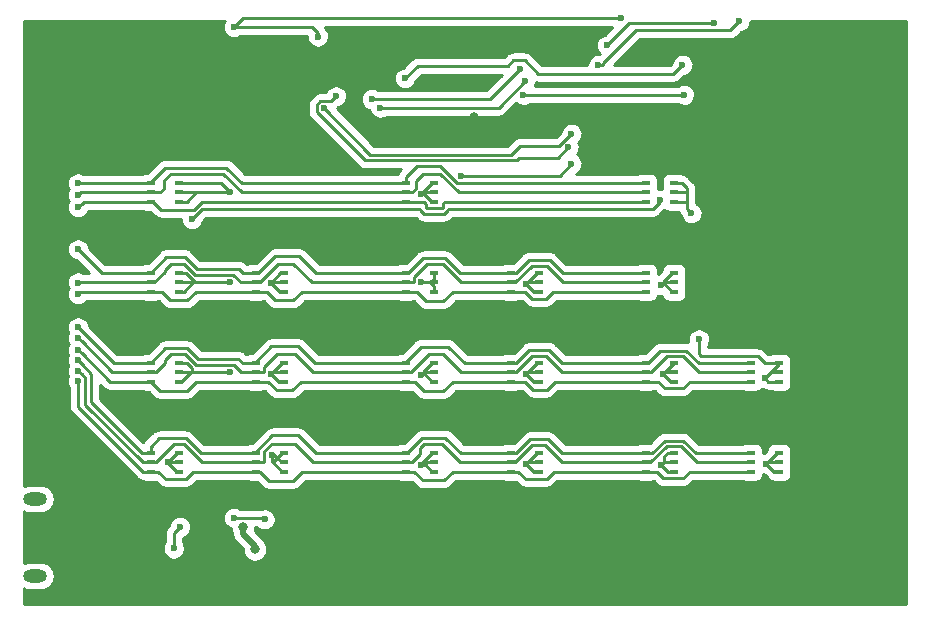
<source format=gbr>
G04 #@! TF.FileFunction,Copper,L2,Bot,Signal*
%FSLAX46Y46*%
G04 Gerber Fmt 4.6, Leading zero omitted, Abs format (unit mm)*
G04 Created by KiCad (PCBNEW (2016-05-05 BZR 6775)-product) date Tuesday, July 05, 2016 'PMt' 09:19:01 PM*
%MOMM*%
%LPD*%
G01*
G04 APERTURE LIST*
%ADD10C,0.100000*%
%ADD11C,0.800000*%
%ADD12O,2.000000X1.120000*%
%ADD13R,0.800000X0.450000*%
%ADD14C,0.600000*%
%ADD15C,0.500000*%
%ADD16C,0.250000*%
%ADD17C,0.254000*%
G04 APERTURE END LIST*
D10*
D11*
X107442000Y-149606000D03*
D12*
X103324000Y-142795000D03*
X103324000Y-149305000D03*
D13*
X157410000Y-140500000D03*
X157410000Y-139700000D03*
X157410000Y-138900000D03*
X155010000Y-140500000D03*
X155010000Y-139700000D03*
X155010000Y-138900000D03*
X157410000Y-132880000D03*
X157410000Y-132080000D03*
X157410000Y-131280000D03*
X155010000Y-132880000D03*
X155010000Y-132080000D03*
X155010000Y-131280000D03*
X157410000Y-125260000D03*
X157410000Y-124460000D03*
X157410000Y-123660000D03*
X155010000Y-125260000D03*
X155010000Y-124460000D03*
X155010000Y-123660000D03*
X157410000Y-117640000D03*
X157410000Y-116840000D03*
X157410000Y-116040000D03*
X155010000Y-117640000D03*
X155010000Y-116840000D03*
X155010000Y-116040000D03*
X166300000Y-140500000D03*
X166300000Y-139700000D03*
X166300000Y-138900000D03*
X163900000Y-140500000D03*
X163900000Y-139700000D03*
X163900000Y-138900000D03*
X166300000Y-132880000D03*
X166300000Y-132080000D03*
X166300000Y-131280000D03*
X163900000Y-132880000D03*
X163900000Y-132080000D03*
X163900000Y-131280000D03*
X137090000Y-140500000D03*
X137090000Y-139700000D03*
X137090000Y-138900000D03*
X134690000Y-140500000D03*
X134690000Y-139700000D03*
X134690000Y-138900000D03*
X137090000Y-132880000D03*
X137090000Y-132080000D03*
X137090000Y-131280000D03*
X134690000Y-132880000D03*
X134690000Y-132080000D03*
X134690000Y-131280000D03*
X137090000Y-125260000D03*
X137090000Y-124460000D03*
X137090000Y-123660000D03*
X134690000Y-125260000D03*
X134690000Y-124460000D03*
X134690000Y-123660000D03*
X145980000Y-140500000D03*
X145980000Y-139700000D03*
X145980000Y-138900000D03*
X143580000Y-140500000D03*
X143580000Y-139700000D03*
X143580000Y-138900000D03*
X145980000Y-132880000D03*
X145980000Y-132080000D03*
X145980000Y-131280000D03*
X143580000Y-132880000D03*
X143580000Y-132080000D03*
X143580000Y-131280000D03*
X145980000Y-125260000D03*
X145980000Y-124460000D03*
X145980000Y-123660000D03*
X143580000Y-125260000D03*
X143580000Y-124460000D03*
X143580000Y-123660000D03*
X115500000Y-140500000D03*
X115500000Y-139700000D03*
X115500000Y-138900000D03*
X113100000Y-140500000D03*
X113100000Y-139700000D03*
X113100000Y-138900000D03*
X115500000Y-132880000D03*
X115500000Y-132080000D03*
X115500000Y-131280000D03*
X113100000Y-132880000D03*
X113100000Y-132080000D03*
X113100000Y-131280000D03*
X115500000Y-125260000D03*
X115500000Y-124460000D03*
X115500000Y-123660000D03*
X113100000Y-125260000D03*
X113100000Y-124460000D03*
X113100000Y-123660000D03*
X115500000Y-117640000D03*
X115500000Y-116840000D03*
X115500000Y-116040000D03*
X113100000Y-117640000D03*
X113100000Y-116840000D03*
X113100000Y-116040000D03*
X124390000Y-140500000D03*
X124390000Y-139700000D03*
X124390000Y-138900000D03*
X121990000Y-140500000D03*
X121990000Y-139700000D03*
X121990000Y-138900000D03*
X124390000Y-132880000D03*
X124390000Y-132080000D03*
X124390000Y-131280000D03*
X121990000Y-132880000D03*
X121990000Y-132080000D03*
X121990000Y-131280000D03*
X124390000Y-125260000D03*
X124390000Y-124460000D03*
X124390000Y-123660000D03*
X121990000Y-125260000D03*
X121990000Y-124460000D03*
X121990000Y-123660000D03*
X137090000Y-117640000D03*
X137090000Y-116840000D03*
X137090000Y-116040000D03*
X134690000Y-117640000D03*
X134690000Y-116840000D03*
X134690000Y-116040000D03*
D11*
X108712000Y-149606000D03*
X108712000Y-150876000D03*
X107442000Y-150876000D03*
X132080000Y-149606000D03*
X146304000Y-145542000D03*
X143510000Y-145542000D03*
X143510000Y-144018000D03*
X146304000Y-144018000D03*
X106680000Y-106680000D03*
X107950000Y-106680000D03*
X173228000Y-103378000D03*
X174498000Y-103378000D03*
X175514000Y-114808000D03*
X174244000Y-114808000D03*
X160782000Y-108712000D03*
X159766000Y-108712000D03*
X148844000Y-109982000D03*
X150114000Y-109982000D03*
X111506000Y-134112000D03*
X111506000Y-135128000D03*
X119126000Y-146558000D03*
X113030000Y-144780000D03*
X114046000Y-144780000D03*
X140462000Y-110490000D03*
X121920000Y-147066000D03*
X120892001Y-145172999D03*
D14*
X116332000Y-147066000D03*
X152908000Y-102108000D03*
X120142000Y-102870000D03*
X127254000Y-103645502D03*
X144780000Y-107442000D03*
X132527051Y-109661949D03*
X144369105Y-106403524D03*
X131801796Y-108936695D03*
X144907000Y-124586994D03*
X144907000Y-132207000D03*
X144907000Y-139827000D03*
X156464000Y-132207000D03*
X156337000Y-139954000D03*
X158877000Y-118618000D03*
X156337000Y-124714006D03*
X106934000Y-132842000D03*
X106934000Y-131953000D03*
X106934000Y-131064000D03*
X106934000Y-130175000D03*
X106934000Y-129159000D03*
X106934000Y-128270000D03*
X106934000Y-125476000D03*
X106963449Y-124489449D03*
X106933996Y-121666000D03*
X106934000Y-118109992D03*
X106934000Y-117094000D03*
X106934000Y-116078000D03*
X159512000Y-129286000D03*
X165099994Y-132588000D03*
X165227000Y-139827000D03*
X136017000Y-116967000D03*
X136017000Y-124460004D03*
X136017004Y-132334000D03*
X136017000Y-139953998D03*
X114554000Y-139699990D03*
X119824500Y-132080000D03*
X119824500Y-124460000D03*
X119824500Y-116840000D03*
X123340018Y-139031411D03*
X123317000Y-132207002D03*
X123238480Y-124486481D03*
X115570004Y-145170990D03*
X115053568Y-146987302D03*
X134620000Y-107188000D03*
X158115000Y-106045000D03*
X122741021Y-144526000D03*
X151701500Y-104395032D03*
X120142000Y-144399000D03*
X160782000Y-102489000D03*
X162941000Y-102362000D03*
X151003000Y-106045000D03*
X158242000Y-108585000D03*
X144653000Y-108585000D03*
X127762000Y-109728000D03*
X148717000Y-111887000D03*
X148463000Y-113030000D03*
X128778000Y-108712000D03*
X156181500Y-117484990D03*
X116586000Y-119126000D03*
X139338735Y-115423265D03*
X148717000Y-114427000D03*
D15*
X121920000Y-146766683D02*
X121920000Y-147066000D01*
X120892001Y-145172999D02*
X120892001Y-145738684D01*
X120892001Y-145738684D02*
X121920000Y-146766683D01*
D16*
X127254000Y-103645502D02*
X127254000Y-103378000D01*
X127254000Y-103378000D02*
X126746000Y-102870000D01*
X126746000Y-102870000D02*
X120142000Y-102870000D01*
X152908000Y-102108000D02*
X120904000Y-102108000D01*
X120904000Y-102108000D02*
X120142000Y-102870000D01*
X142560051Y-109661949D02*
X144780000Y-107442000D01*
X132527051Y-109661949D02*
X142560051Y-109661949D01*
X141835934Y-108936695D02*
X144369105Y-106403524D01*
X131801796Y-108936695D02*
X141835934Y-108936695D01*
X145980000Y-123660000D02*
X145833994Y-123660000D01*
X145833994Y-123660000D02*
X144907000Y-124586994D01*
X145980000Y-125260000D02*
X145580006Y-125260000D01*
X145580006Y-125260000D02*
X144907000Y-124586994D01*
X145980000Y-124460000D02*
X145033994Y-124460000D01*
X145033994Y-124460000D02*
X144907000Y-124586994D01*
X145980000Y-131280000D02*
X145834000Y-131280000D01*
X145834000Y-131280000D02*
X144907000Y-132207000D01*
X145980000Y-132880000D02*
X145580000Y-132880000D01*
X145580000Y-132880000D02*
X144907000Y-132207000D01*
X145980000Y-132080000D02*
X145034000Y-132080000D01*
X145034000Y-132080000D02*
X144907000Y-132207000D01*
X145980000Y-138900000D02*
X145834000Y-138900000D01*
X145834000Y-138900000D02*
X144907000Y-139827000D01*
X145980000Y-139700000D02*
X145034000Y-139700000D01*
X145034000Y-139700000D02*
X144907000Y-139827000D01*
X145980000Y-140500000D02*
X145580000Y-140500000D01*
X145580000Y-140500000D02*
X144907000Y-139827000D01*
X157410000Y-131280000D02*
X157391000Y-131280000D01*
X157391000Y-131280000D02*
X156464000Y-132207000D01*
X157410000Y-132880000D02*
X157137000Y-132880000D01*
X157137000Y-132880000D02*
X156464000Y-132207000D01*
X157410000Y-132080000D02*
X156591000Y-132080000D01*
X156591000Y-132080000D02*
X156464000Y-132207000D01*
X157410000Y-140500000D02*
X156883000Y-140500000D01*
X156883000Y-140500000D02*
X156337000Y-139954000D01*
X156883000Y-138900000D02*
X156591000Y-139192000D01*
X156591000Y-139192000D02*
X156591000Y-139700000D01*
X157410000Y-138900000D02*
X156883000Y-138900000D01*
X157410000Y-139700000D02*
X156591000Y-139700000D01*
X156591000Y-139700000D02*
X156337000Y-139954000D01*
X157410000Y-123660000D02*
X157235000Y-123660000D01*
X156509999Y-124541001D02*
X156337000Y-124714000D01*
X156337000Y-124714000D02*
X156337000Y-124714006D01*
X156509999Y-124534999D02*
X156509999Y-124541001D01*
X157410000Y-125260000D02*
X157235000Y-125260000D01*
X157410000Y-124460000D02*
X156591000Y-124460000D01*
X156591000Y-124460000D02*
X156509999Y-124541001D01*
X156435000Y-124460000D02*
X156509999Y-124534999D01*
X157235000Y-125260000D02*
X156435000Y-124460000D01*
X157235000Y-123660000D02*
X156435000Y-124460000D01*
X158496000Y-118237000D02*
X158496000Y-117665500D01*
X158496000Y-117665500D02*
X158470500Y-117640000D01*
X158496000Y-118237000D02*
X158877000Y-118618000D01*
X158496000Y-116459000D02*
X158496000Y-116840000D01*
X158496000Y-116840000D02*
X158496000Y-117665500D01*
X157410000Y-116840000D02*
X158496000Y-116840000D01*
X157410000Y-116040000D02*
X158077000Y-116040000D01*
X158077000Y-116040000D02*
X158496000Y-116459000D01*
X157410000Y-117640000D02*
X158470500Y-117640000D01*
X106934000Y-133266264D02*
X106934000Y-132842000D01*
X106934000Y-134984000D02*
X106934000Y-133266264D01*
X112450000Y-140500000D02*
X106934000Y-134984000D01*
X113100000Y-140500000D02*
X112450000Y-140500000D01*
X121990000Y-140500000D02*
X122339000Y-140500000D01*
X122339000Y-140500000D02*
X123126500Y-141287500D01*
X123126500Y-141287500D02*
X125122496Y-141287500D01*
X125122496Y-141287500D02*
X125937998Y-140471998D01*
X125937998Y-140471998D02*
X134661998Y-140471998D01*
X134661998Y-140471998D02*
X134690000Y-140500000D01*
X155010000Y-140500000D02*
X155930500Y-140500000D01*
X155930500Y-140500000D02*
X156480501Y-141050001D01*
X156480501Y-141050001D02*
X158161999Y-141050001D01*
X158161999Y-141050001D02*
X158712000Y-140500000D01*
X158712000Y-140500000D02*
X163900000Y-140500000D01*
X143580000Y-140500000D02*
X144230000Y-140500000D01*
X146621500Y-141097000D02*
X147218500Y-140500000D01*
X144827000Y-141097000D02*
X146621500Y-141097000D01*
X144230000Y-140500000D02*
X144827000Y-141097000D01*
X147218500Y-140500000D02*
X155010000Y-140500000D01*
X121990000Y-140500000D02*
X116675000Y-140500000D01*
X116675000Y-140500000D02*
X116078000Y-141097000D01*
X116078000Y-141097000D02*
X114347000Y-141097000D01*
X114347000Y-141097000D02*
X113750000Y-140500000D01*
X113750000Y-140500000D02*
X113100000Y-140500000D01*
X134690000Y-140500000D02*
X135420000Y-140500000D01*
X138646000Y-140500000D02*
X143580000Y-140500000D01*
X137922000Y-141224000D02*
X138646000Y-140500000D01*
X136144000Y-141224000D02*
X137922000Y-141224000D01*
X135420000Y-140500000D02*
X136144000Y-141224000D01*
X107233999Y-132252999D02*
X106934000Y-131953000D01*
X112450000Y-139700000D02*
X107569000Y-134819000D01*
X107569000Y-132588000D02*
X107233999Y-132252999D01*
X113100000Y-139700000D02*
X112450000Y-139700000D01*
X107569000Y-134819000D02*
X107569000Y-132588000D01*
X122640000Y-139700000D02*
X121990000Y-139700000D01*
X122715001Y-139624999D02*
X122640000Y-139700000D01*
X134690000Y-139700000D02*
X126873000Y-139700000D01*
X122715001Y-138741971D02*
X122715001Y-139624999D01*
X126873000Y-139700000D02*
X125285500Y-138112500D01*
X123344472Y-138112500D02*
X122715001Y-138741971D01*
X125285500Y-138112500D02*
X123344472Y-138112500D01*
X159383590Y-139700000D02*
X163900000Y-139700000D01*
X155384500Y-139700000D02*
X156781499Y-138303001D01*
X155010000Y-139700000D02*
X155384500Y-139700000D01*
X156781499Y-138303001D02*
X157986591Y-138303001D01*
X157986591Y-138303001D02*
X159383590Y-139700000D01*
X147955000Y-139700000D02*
X155010000Y-139700000D01*
X145415000Y-138239500D02*
X146494500Y-138239500D01*
X143580000Y-139700000D02*
X143954500Y-139700000D01*
X146494500Y-138239500D02*
X147955000Y-139700000D01*
X143954500Y-139700000D02*
X145415000Y-138239500D01*
X134690000Y-139700000D02*
X135218996Y-139700000D01*
X139319000Y-139700000D02*
X143580000Y-139700000D01*
X135218996Y-139700000D02*
X135890000Y-139028996D01*
X135890000Y-139028996D02*
X135890000Y-138493500D01*
X136271000Y-138112500D02*
X137731500Y-138112500D01*
X137731500Y-138112500D02*
X139319000Y-139700000D01*
X135890000Y-138493500D02*
X136271000Y-138112500D01*
X115025996Y-138176000D02*
X115949590Y-138176000D01*
X113501996Y-139700000D02*
X115025996Y-138176000D01*
X117473590Y-139700000D02*
X121990000Y-139700000D01*
X113100000Y-139700000D02*
X113501996Y-139700000D01*
X115949590Y-138176000D02*
X117473590Y-139700000D01*
X113100000Y-138900000D02*
X112357000Y-138900000D01*
X112357000Y-138900000D02*
X108077000Y-134620000D01*
X108077000Y-134620000D02*
X108077000Y-132207000D01*
X108077000Y-132207000D02*
X107233999Y-131363999D01*
X107233999Y-131363999D02*
X106934000Y-131064000D01*
X158172990Y-137852990D02*
X159220000Y-138900000D01*
X155010000Y-138900000D02*
X155548090Y-138900000D01*
X155548090Y-138900000D02*
X156595100Y-137852990D01*
X156595100Y-137852990D02*
X158172990Y-137852990D01*
X159220000Y-138900000D02*
X163900000Y-138900000D01*
X113792000Y-137668000D02*
X113100000Y-138360000D01*
X121990000Y-138900000D02*
X117310000Y-138900000D01*
X116078000Y-137668000D02*
X113792000Y-137668000D01*
X117310000Y-138900000D02*
X116078000Y-137668000D01*
X113100000Y-138360000D02*
X113100000Y-138900000D01*
X143580000Y-138900000D02*
X144056000Y-138900000D01*
X147917000Y-138900000D02*
X155010000Y-138900000D01*
X146748500Y-137731500D02*
X147917000Y-138900000D01*
X145224500Y-137731500D02*
X146748500Y-137731500D01*
X144056000Y-138900000D02*
X145224500Y-137731500D01*
X134690000Y-138900000D02*
X134785000Y-138900000D01*
X134785000Y-138900000D02*
X136080500Y-137604500D01*
X139344500Y-138900000D02*
X143580000Y-138900000D01*
X138049000Y-137604500D02*
X139344500Y-138900000D01*
X136080500Y-137604500D02*
X138049000Y-137604500D01*
X121990000Y-138900000D02*
X121990000Y-138804500D01*
X121990000Y-138804500D02*
X123380500Y-137414000D01*
X127089000Y-138900000D02*
X134690000Y-138900000D01*
X125603000Y-137414000D02*
X127089000Y-138900000D01*
X123380500Y-137414000D02*
X125603000Y-137414000D01*
X107233999Y-130474999D02*
X106934000Y-130175000D01*
X109639000Y-132880000D02*
X107233999Y-130474999D01*
X113100000Y-132880000D02*
X109639000Y-132880000D01*
X155010000Y-132880000D02*
X156057500Y-132880000D01*
X156057500Y-132880000D02*
X156607501Y-133430001D01*
X156607501Y-133430001D02*
X158161999Y-133430001D01*
X158161999Y-133430001D02*
X158712000Y-132880000D01*
X158712000Y-132880000D02*
X163900000Y-132880000D01*
X121990000Y-132880000D02*
X116929000Y-132880000D01*
X116929000Y-132880000D02*
X116141500Y-133667500D01*
X116141500Y-133667500D02*
X113919000Y-133667500D01*
X113919000Y-133667500D02*
X113131500Y-132880000D01*
X113131500Y-132880000D02*
X113100000Y-132880000D01*
X143580000Y-132880000D02*
X144818000Y-132880000D01*
X147282000Y-132880000D02*
X155010000Y-132880000D01*
X146621500Y-133540500D02*
X147282000Y-132880000D01*
X145478500Y-133540500D02*
X146621500Y-133540500D01*
X144818000Y-132880000D02*
X145478500Y-133540500D01*
X134690000Y-132880000D02*
X135483500Y-132880000D01*
X138646000Y-132880000D02*
X143580000Y-132880000D01*
X137858500Y-133667500D02*
X138646000Y-132880000D01*
X136271000Y-133667500D02*
X137858500Y-133667500D01*
X135483500Y-132880000D02*
X136271000Y-133667500D01*
X121990000Y-132880000D02*
X123037500Y-132880000D01*
X125819000Y-132880000D02*
X134690000Y-132880000D01*
X125095000Y-133604000D02*
X125819000Y-132880000D01*
X123761500Y-133604000D02*
X125095000Y-133604000D01*
X123037500Y-132880000D02*
X123761500Y-133604000D01*
X107233999Y-129458999D02*
X106934000Y-129159000D01*
X109855000Y-132080000D02*
X107233999Y-129458999D01*
X113100000Y-132080000D02*
X109855000Y-132080000D01*
X155010000Y-132080000D02*
X155448000Y-132080000D01*
X155448000Y-132080000D02*
X156798001Y-130729999D01*
X156798001Y-130729999D02*
X158161999Y-130729999D01*
X158161999Y-130729999D02*
X159512000Y-132080000D01*
X159512000Y-132080000D02*
X163900000Y-132080000D01*
X121990000Y-132080000D02*
X120749502Y-132080000D01*
X120749502Y-132080000D02*
X120114502Y-131445000D01*
X120114502Y-131445000D02*
X116967000Y-131445000D01*
X114300000Y-131318000D02*
X113538000Y-132080000D01*
X116967000Y-131445000D02*
X116014500Y-130492500D01*
X116014500Y-130492500D02*
X114808000Y-130492500D01*
X114808000Y-130492500D02*
X114300000Y-131000500D01*
X114300000Y-131000500D02*
X114300000Y-131318000D01*
X113538000Y-132080000D02*
X113100000Y-132080000D01*
X143580000Y-132080000D02*
X144018000Y-132080000D01*
X146558000Y-130683000D02*
X147955000Y-132080000D01*
X144018000Y-132080000D02*
X145415000Y-130683000D01*
X147955000Y-132080000D02*
X155010000Y-132080000D01*
X145415000Y-130683000D02*
X146558000Y-130683000D01*
X136615998Y-130556000D02*
X137858500Y-130556000D01*
X139382500Y-132080000D02*
X143580000Y-132080000D01*
X135091998Y-132080000D02*
X136615998Y-130556000D01*
X134690000Y-132080000D02*
X135091998Y-132080000D01*
X137858500Y-130556000D02*
X139382500Y-132080000D01*
X134690000Y-132080000D02*
X126873000Y-132080000D01*
X122640000Y-132080000D02*
X121990000Y-132080000D01*
X126873000Y-132080000D02*
X125285500Y-130492500D01*
X125285500Y-130492500D02*
X123825000Y-130492500D01*
X122691998Y-132028002D02*
X122640000Y-132080000D01*
X122691998Y-131625502D02*
X122691998Y-132028002D01*
X123825000Y-130492500D02*
X122691998Y-131625502D01*
X107233999Y-128569999D02*
X106934000Y-128270000D01*
X109944000Y-131280000D02*
X107233999Y-128569999D01*
X113100000Y-131280000D02*
X109944000Y-131280000D01*
X155010000Y-131280000D02*
X155185000Y-131280000D01*
X155185000Y-131280000D02*
X156226500Y-130238500D01*
X156226500Y-130238500D02*
X158432500Y-130238500D01*
X158432500Y-130238500D02*
X159474000Y-131280000D01*
X159474000Y-131280000D02*
X163900000Y-131280000D01*
X113100000Y-131280000D02*
X113100000Y-131248000D01*
X113100000Y-131248000D02*
X114305509Y-130042491D01*
X120866000Y-131280000D02*
X121990000Y-131280000D01*
X114305509Y-130042491D02*
X116200901Y-130042491D01*
X116200901Y-130042491D02*
X117094705Y-130936295D01*
X117094705Y-130936295D02*
X120522295Y-130936295D01*
X120522295Y-130936295D02*
X120866000Y-131280000D01*
X143580000Y-131280000D02*
X144056000Y-131280000D01*
X147917000Y-131280000D02*
X155010000Y-131280000D01*
X146812000Y-130175000D02*
X147917000Y-131280000D01*
X145161000Y-130175000D02*
X146812000Y-130175000D01*
X144056000Y-131280000D02*
X145161000Y-130175000D01*
X134690000Y-131280000D02*
X134690000Y-131184500D01*
X134690000Y-131184500D02*
X135953500Y-129921000D01*
X139662000Y-131280000D02*
X143580000Y-131280000D01*
X138303000Y-129921000D02*
X139662000Y-131280000D01*
X135953500Y-129921000D02*
X138303000Y-129921000D01*
X121990000Y-131280000D02*
X121990000Y-131184500D01*
X121990000Y-131184500D02*
X123317000Y-129857500D01*
X127025500Y-131280000D02*
X134690000Y-131280000D01*
X125603000Y-129857500D02*
X127025500Y-131280000D01*
X123317000Y-129857500D02*
X125603000Y-129857500D01*
X107150000Y-125260000D02*
X106934000Y-125476000D01*
X113100000Y-125260000D02*
X107150000Y-125260000D01*
X121990000Y-125260000D02*
X116929000Y-125260000D01*
X116929000Y-125260000D02*
X116205000Y-125984000D01*
X116205000Y-125984000D02*
X114744500Y-125984000D01*
X114744500Y-125984000D02*
X114020500Y-125260000D01*
X114020500Y-125260000D02*
X113100000Y-125260000D01*
X143580000Y-125260000D02*
X144818000Y-125260000D01*
X147155000Y-125260000D02*
X155010000Y-125260000D01*
X146558000Y-125857000D02*
X147155000Y-125260000D01*
X145415000Y-125857000D02*
X146558000Y-125857000D01*
X144818000Y-125260000D02*
X145415000Y-125857000D01*
X134690000Y-125260000D02*
X135610500Y-125260000D01*
X138646000Y-125260000D02*
X143580000Y-125260000D01*
X137858500Y-126047500D02*
X138646000Y-125260000D01*
X136398000Y-126047500D02*
X137858500Y-126047500D01*
X135610500Y-125260000D02*
X136398000Y-126047500D01*
X121990000Y-125260000D02*
X122910500Y-125260000D01*
X125882500Y-125260000D02*
X134690000Y-125260000D01*
X125158500Y-125984000D02*
X125882500Y-125260000D01*
X123634500Y-125984000D02*
X125158500Y-125984000D01*
X122910500Y-125260000D02*
X123634500Y-125984000D01*
X113100000Y-124460000D02*
X106992898Y-124460000D01*
X106992898Y-124460000D02*
X106963449Y-124489449D01*
X113100000Y-124460000D02*
X113411000Y-124460000D01*
X113411000Y-124460000D02*
X114300000Y-123571000D01*
X114300000Y-123571000D02*
X114300000Y-123380500D01*
X114300000Y-123380500D02*
X114808000Y-122872500D01*
X114808000Y-122872500D02*
X115888910Y-122872500D01*
X115888910Y-122872500D02*
X116851409Y-123834999D01*
X116851409Y-123834999D02*
X120088499Y-123834999D01*
X120713500Y-124460000D02*
X121990000Y-124460000D01*
X120088499Y-123834999D02*
X120713500Y-124460000D01*
X145351500Y-123063000D02*
X146621500Y-123063000D01*
X143580000Y-124460000D02*
X143954500Y-124460000D01*
X148018500Y-124460000D02*
X155010000Y-124460000D01*
X146621500Y-123063000D02*
X148018500Y-124460000D01*
X143954500Y-124460000D02*
X145351500Y-123063000D01*
X136461500Y-122936000D02*
X137858500Y-122936000D01*
X135340000Y-124460000D02*
X135391999Y-124408001D01*
X135391999Y-124005501D02*
X136461500Y-122936000D01*
X139382500Y-124460000D02*
X143580000Y-124460000D01*
X135391999Y-124408001D02*
X135391999Y-124005501D01*
X134690000Y-124460000D02*
X135340000Y-124460000D01*
X137858500Y-122936000D02*
X139382500Y-124460000D01*
X125158500Y-122872500D02*
X126746000Y-124460000D01*
X121990000Y-124460000D02*
X122314999Y-124460000D01*
X126746000Y-124460000D02*
X134690000Y-124460000D01*
X122314999Y-124460000D02*
X123902499Y-122872500D01*
X123902499Y-122872500D02*
X125158500Y-122872500D01*
X108927996Y-123660000D02*
X107233995Y-121965999D01*
X107233995Y-121965999D02*
X106933996Y-121666000D01*
X113100000Y-123660000D02*
X108927996Y-123660000D01*
X114427000Y-122301000D02*
X113100000Y-123628000D01*
X120586500Y-123317000D02*
X116969820Y-123317000D01*
X116969820Y-123317000D02*
X115953820Y-122301000D01*
X115953820Y-122301000D02*
X114427000Y-122301000D01*
X120929500Y-123660000D02*
X120586500Y-123317000D01*
X134690000Y-123660000D02*
X127089000Y-123660000D01*
X127089000Y-123660000D02*
X125666500Y-122237500D01*
X125666500Y-122237500D02*
X123634500Y-122237500D01*
X122212000Y-123660000D02*
X121990000Y-123660000D01*
X123634500Y-122237500D02*
X122212000Y-123660000D01*
X155010000Y-123660000D02*
X147980500Y-123660000D01*
X143992500Y-123660000D02*
X143580000Y-123660000D01*
X145097500Y-122555000D02*
X143992500Y-123660000D01*
X146875500Y-122555000D02*
X145097500Y-122555000D01*
X147980500Y-123660000D02*
X146875500Y-122555000D01*
X134690000Y-123660000D02*
X134912000Y-123660000D01*
X134912000Y-123660000D02*
X136144000Y-122428000D01*
X139281000Y-123660000D02*
X143580000Y-123660000D01*
X138049000Y-122428000D02*
X139281000Y-123660000D01*
X136144000Y-122428000D02*
X138049000Y-122428000D01*
X121990000Y-123660000D02*
X120929500Y-123660000D01*
X113100000Y-123660000D02*
X113100000Y-123628000D01*
X107403992Y-117640000D02*
X107233999Y-117809993D01*
X107233999Y-117809993D02*
X106934000Y-118109992D01*
X113100000Y-117640000D02*
X107403992Y-117640000D01*
X137961990Y-117640000D02*
X155010000Y-117640000D01*
X137815001Y-118125001D02*
X137815001Y-117786989D01*
X136429999Y-118190001D02*
X137750001Y-118190001D01*
X136364999Y-118125001D02*
X136429999Y-118190001D01*
X134690000Y-117640000D02*
X136218010Y-117640000D01*
X136364999Y-117786989D02*
X136364999Y-118125001D01*
X136218010Y-117640000D02*
X136364999Y-117786989D01*
X116780600Y-118294989D02*
X117435589Y-117640000D01*
X137750001Y-118190001D02*
X137815001Y-118125001D01*
X137815001Y-117786989D02*
X137961990Y-117640000D01*
X117435589Y-117640000D02*
X134690000Y-117640000D01*
X113929989Y-118294989D02*
X116780600Y-118294989D01*
X113275000Y-117640000D02*
X113929989Y-118294989D01*
X113100000Y-117640000D02*
X113275000Y-117640000D01*
X113100000Y-116840000D02*
X107188000Y-116840000D01*
X107188000Y-116840000D02*
X106934000Y-117094000D01*
X135518999Y-116539999D02*
X135218998Y-116840000D01*
X135518999Y-115877501D02*
X135518999Y-116539999D01*
X136144000Y-115252500D02*
X135518999Y-115877501D01*
X137606557Y-115252500D02*
X136144000Y-115252500D01*
X155010000Y-116840000D02*
X139194057Y-116840000D01*
X135218998Y-116840000D02*
X134690000Y-116840000D01*
X139194057Y-116840000D02*
X137606557Y-115252500D01*
X134690000Y-116840000D02*
X120840500Y-116840000D01*
X120840500Y-116840000D02*
X119253000Y-115252500D01*
X119253000Y-115252500D02*
X114808000Y-115252500D01*
X114808000Y-115252500D02*
X114236500Y-115824000D01*
X114236500Y-115824000D02*
X114236500Y-116522500D01*
X114236500Y-116522500D02*
X113919000Y-116840000D01*
X113919000Y-116840000D02*
X113100000Y-116840000D01*
X113100000Y-116040000D02*
X106972000Y-116040000D01*
X106972000Y-116040000D02*
X106934000Y-116078000D01*
X139647002Y-116040000D02*
X154360000Y-116040000D01*
X139638736Y-116048266D02*
X139647002Y-116040000D01*
X139038734Y-116048266D02*
X139638736Y-116048266D01*
X134690000Y-116040000D02*
X134690000Y-115565000D01*
X154360000Y-116040000D02*
X155010000Y-116040000D01*
X137607968Y-114617500D02*
X139038734Y-116048266D01*
X135637500Y-114617500D02*
X137607968Y-114617500D01*
X134690000Y-115565000D02*
X135637500Y-114617500D01*
X113100000Y-116040000D02*
X113100000Y-115944500D01*
X113100000Y-115944500D02*
X114300000Y-114744500D01*
X120802500Y-116040000D02*
X134690000Y-116040000D01*
X119507000Y-114744500D02*
X120802500Y-116040000D01*
X114300000Y-114744500D02*
X119507000Y-114744500D01*
X113100000Y-116040000D02*
X113131500Y-116040000D01*
X159512000Y-129286000D02*
X159512000Y-130556000D01*
X159512000Y-130556000D02*
X159685999Y-130729999D01*
X159685999Y-130729999D02*
X164511999Y-130729999D01*
X164511999Y-130729999D02*
X165062000Y-131280000D01*
X165062000Y-131280000D02*
X166300000Y-131280000D01*
X165607994Y-132080000D02*
X165099994Y-132588000D01*
X165391994Y-132880000D02*
X165099994Y-132588000D01*
X166300000Y-140500000D02*
X165900000Y-140500000D01*
X165900000Y-140500000D02*
X165227000Y-139827000D01*
X166300000Y-139700000D02*
X165354000Y-139700000D01*
X165354000Y-139700000D02*
X165227000Y-139827000D01*
X166300000Y-131280000D02*
X166300000Y-131387994D01*
X166300000Y-131387994D02*
X165099994Y-132588000D01*
X166300000Y-132080000D02*
X165607994Y-132080000D01*
X166300000Y-132880000D02*
X165391994Y-132880000D01*
X166125000Y-138900000D02*
X165227000Y-139798000D01*
X166300000Y-138900000D02*
X166125000Y-138900000D01*
X165227000Y-139798000D02*
X165227000Y-139827000D01*
X136915000Y-117640000D02*
X136242000Y-116967000D01*
X137090000Y-116840000D02*
X136144000Y-116840000D01*
X137090000Y-117640000D02*
X136915000Y-117640000D01*
X136017000Y-116938000D02*
X136017000Y-116967000D01*
X136144000Y-116840000D02*
X136017000Y-116967000D01*
X136915000Y-116040000D02*
X136017000Y-116938000D01*
X137090000Y-116040000D02*
X136915000Y-116040000D01*
X136242000Y-116967000D02*
X136017000Y-116967000D01*
X136765000Y-124460000D02*
X136764996Y-124460004D01*
X137090000Y-125260000D02*
X137090000Y-124785000D01*
X136017004Y-124460000D02*
X136017000Y-124460004D01*
X137090000Y-124460000D02*
X136017004Y-124460000D01*
X136764996Y-124460004D02*
X136017000Y-124460004D01*
X137090000Y-124785000D02*
X136765000Y-124460000D01*
X137090000Y-124135000D02*
X136765000Y-124460000D01*
X137090000Y-123660000D02*
X137090000Y-124135000D01*
X136271004Y-132080000D02*
X136017004Y-132334000D01*
X136115000Y-132080000D02*
X136115000Y-132236004D01*
X137090000Y-132080000D02*
X136271004Y-132080000D01*
X137090000Y-131280000D02*
X136915000Y-131280000D01*
X137090000Y-132880000D02*
X136915000Y-132880000D01*
X136115000Y-132236004D02*
X136017004Y-132334000D01*
X136915000Y-132880000D02*
X136115000Y-132080000D01*
X136915000Y-131280000D02*
X136115000Y-132080000D01*
X136368998Y-139953998D02*
X136017000Y-139953998D01*
X137090000Y-139700000D02*
X136270998Y-139700000D01*
X136017000Y-139798000D02*
X136017000Y-139953998D01*
X136915000Y-138900000D02*
X136017000Y-139798000D01*
X137090000Y-138900000D02*
X136915000Y-138900000D01*
X136270998Y-139700000D02*
X136017000Y-139953998D01*
X137090000Y-140500000D02*
X136915000Y-140500000D01*
X136915000Y-140500000D02*
X136368998Y-139953998D01*
X115325000Y-140500000D02*
X114554000Y-139729000D01*
X115500000Y-140500000D02*
X115325000Y-140500000D01*
X115325000Y-138900000D02*
X114554000Y-139671000D01*
X115500000Y-138900000D02*
X115325000Y-138900000D01*
X114554000Y-139729000D02*
X114554000Y-139699990D01*
X114554000Y-139671000D02*
X114554000Y-139699990D01*
X114554010Y-139700000D02*
X114554000Y-139699990D01*
X115500000Y-139700000D02*
X114554010Y-139700000D01*
X115500000Y-124460000D02*
X116713000Y-124460000D01*
X115500000Y-123660000D02*
X116040000Y-123660000D01*
X116040000Y-123660000D02*
X116840000Y-124460000D01*
X116840000Y-124460000D02*
X119824500Y-124460000D01*
X119824500Y-124460000D02*
X116713000Y-124460000D01*
X116713000Y-124460000D02*
X115913000Y-125260000D01*
X115913000Y-125260000D02*
X115500000Y-125260000D01*
X115500000Y-131280000D02*
X116150000Y-131280000D01*
X116150000Y-131280000D02*
X116586000Y-131716000D01*
X116586000Y-131716000D02*
X116586000Y-132080000D01*
X119824500Y-132080000D02*
X116586000Y-132080000D01*
X116586000Y-132080000D02*
X115500000Y-132080000D01*
X115500000Y-132880000D02*
X115675000Y-132880000D01*
X115675000Y-132880000D02*
X116475000Y-132080000D01*
X116475000Y-132080000D02*
X116586000Y-132080000D01*
X116950000Y-116840000D02*
X119824500Y-116840000D01*
X116150000Y-117640000D02*
X116950000Y-116840000D01*
X115500000Y-117640000D02*
X116150000Y-117640000D01*
X115500000Y-116040000D02*
X119024500Y-116040000D01*
X119024500Y-116040000D02*
X119824500Y-116840000D01*
X119824500Y-116840000D02*
X115500000Y-116840000D01*
X123340018Y-139625018D02*
X123340018Y-139031411D01*
X123415000Y-139700000D02*
X123340018Y-139625018D01*
X124215000Y-139700000D02*
X123546411Y-139031411D01*
X124390000Y-139700000D02*
X124215000Y-139700000D01*
X123546411Y-139031411D02*
X123340018Y-139031411D01*
X124390000Y-138900000D02*
X124215000Y-138900000D01*
X124215000Y-140500000D02*
X123415000Y-139700000D01*
X124215000Y-138900000D02*
X123415000Y-139700000D01*
X124390000Y-140500000D02*
X124215000Y-140500000D01*
X124390000Y-123660000D02*
X124064961Y-123660000D01*
X124064961Y-123660000D02*
X123238480Y-124486481D01*
X124390000Y-125260000D02*
X124011999Y-125260000D01*
X124011999Y-125260000D02*
X123238480Y-124486481D01*
X124390000Y-124460000D02*
X123264961Y-124460000D01*
X123264961Y-124460000D02*
X123238480Y-124486481D01*
X124390000Y-132880000D02*
X123989998Y-132880000D01*
X123989998Y-132880000D02*
X123317000Y-132207002D01*
X124390000Y-131280000D02*
X124244002Y-131280000D01*
X124244002Y-131280000D02*
X123317000Y-132207002D01*
X124390000Y-132080000D02*
X123444002Y-132080000D01*
X123444002Y-132080000D02*
X123317000Y-132207002D01*
X115053568Y-146987302D02*
X115053568Y-145687426D01*
X115270005Y-145470989D02*
X115570004Y-145170990D01*
X115053568Y-145687426D02*
X115270005Y-145470989D01*
X158115000Y-106045000D02*
X157353000Y-106807000D01*
X157353000Y-106807000D02*
X145923000Y-106807000D01*
X145923000Y-106807000D02*
X144780000Y-105664000D01*
X144780000Y-105664000D02*
X143764000Y-105664000D01*
X143764000Y-105664000D02*
X143325010Y-106102990D01*
X143325010Y-106102990D02*
X135705010Y-106102990D01*
X135705010Y-106102990D02*
X134620000Y-107188000D01*
X120142000Y-144399000D02*
X122614021Y-144399000D01*
X122614021Y-144399000D02*
X122741021Y-144526000D01*
X153607532Y-102489000D02*
X151701500Y-104395032D01*
X160782000Y-102489000D02*
X153607532Y-102489000D01*
X162941000Y-102362000D02*
X162179000Y-103124000D01*
X162179000Y-103124000D02*
X154178000Y-103124000D01*
X154178000Y-103124000D02*
X151427264Y-105874736D01*
X151427264Y-105874736D02*
X151427264Y-106045000D01*
X151427264Y-106045000D02*
X151003000Y-106045000D01*
X145077264Y-108585000D02*
X158242000Y-108585000D01*
X144653000Y-108585000D02*
X145077264Y-108585000D01*
X127762000Y-109728000D02*
X131699000Y-113665000D01*
X131699000Y-113665000D02*
X143593736Y-113665000D01*
X147701000Y-112903000D02*
X148717000Y-111887000D01*
X144355736Y-112903000D02*
X147701000Y-112903000D01*
X144355736Y-112903000D02*
X143593736Y-113665000D01*
X147574000Y-113919000D02*
X148463000Y-113030000D01*
X144272000Y-113919000D02*
X147574000Y-113919000D01*
X128778000Y-108712000D02*
X128387001Y-109102999D01*
X128387001Y-109102999D02*
X127461999Y-109102999D01*
X144075990Y-114115010D02*
X144272000Y-113919000D01*
X127461999Y-109102999D02*
X127136999Y-109427999D01*
X127136999Y-110028001D02*
X131224008Y-114115010D01*
X127136999Y-109427999D02*
X127136999Y-110028001D01*
X131224008Y-114115010D02*
X144075990Y-114115010D01*
X156181500Y-117678502D02*
X156181500Y-117484990D01*
X138265012Y-118311401D02*
X138265012Y-118237000D01*
X135914988Y-118311401D02*
X136243599Y-118640012D01*
X137936401Y-118640012D02*
X138265012Y-118311401D01*
X117475000Y-118237000D02*
X135914988Y-118237000D01*
X155623002Y-118237000D02*
X156181500Y-117678502D01*
X116586000Y-119126000D02*
X117475000Y-118237000D01*
X135914988Y-118237000D02*
X135914988Y-118311401D01*
X138265012Y-118237000D02*
X155623002Y-118237000D01*
X136243599Y-118640012D02*
X137936401Y-118640012D01*
X147720735Y-115423265D02*
X139762999Y-115423265D01*
X139762999Y-115423265D02*
X139338735Y-115423265D01*
X148717000Y-114427000D02*
X147720735Y-115423265D01*
D17*
G36*
X119318689Y-102417381D02*
X119246454Y-102585916D01*
X119208331Y-102765272D01*
X119205771Y-102948617D01*
X119238872Y-103128968D01*
X119306372Y-103299454D01*
X119405701Y-103453583D01*
X119533076Y-103585484D01*
X119683644Y-103690131D01*
X119851671Y-103763540D01*
X120030757Y-103802915D01*
X120214079Y-103806755D01*
X120394657Y-103774914D01*
X120565610Y-103708606D01*
X120689473Y-103630000D01*
X126319085Y-103630000D01*
X126317771Y-103724119D01*
X126350872Y-103904470D01*
X126418372Y-104074956D01*
X126517701Y-104229085D01*
X126645076Y-104360986D01*
X126795644Y-104465633D01*
X126963671Y-104539042D01*
X127142757Y-104578417D01*
X127326079Y-104582257D01*
X127506657Y-104550416D01*
X127677610Y-104484108D01*
X127832429Y-104385857D01*
X127965215Y-104259406D01*
X128070911Y-104109572D01*
X128145492Y-103942062D01*
X128186116Y-103763256D01*
X128189040Y-103553821D01*
X128153425Y-103373950D01*
X128083550Y-103204422D01*
X127982079Y-103051695D01*
X127880394Y-102949298D01*
X127842641Y-102903007D01*
X127814695Y-102868000D01*
X152153730Y-102868000D01*
X151549628Y-103472102D01*
X151436233Y-103493733D01*
X151266222Y-103562422D01*
X151112791Y-103662825D01*
X150981783Y-103791118D01*
X150878189Y-103942413D01*
X150805954Y-104110948D01*
X150767831Y-104290304D01*
X150765271Y-104473649D01*
X150798372Y-104654000D01*
X150865872Y-104824486D01*
X150965201Y-104978615D01*
X151092576Y-105110516D01*
X151092644Y-105110563D01*
X150917849Y-105109343D01*
X150737733Y-105143701D01*
X150567722Y-105212390D01*
X150414291Y-105312793D01*
X150283283Y-105441086D01*
X150179689Y-105592381D01*
X150107454Y-105760916D01*
X150069331Y-105940272D01*
X150067841Y-106047000D01*
X146237802Y-106047000D01*
X145317401Y-105126599D01*
X145263145Y-105082032D01*
X145209375Y-105036914D01*
X145205874Y-105034989D01*
X145202785Y-105032452D01*
X145140933Y-104999287D01*
X145079396Y-104965457D01*
X145075584Y-104964248D01*
X145072065Y-104962361D01*
X145004969Y-104941848D01*
X144938013Y-104920608D01*
X144934041Y-104920162D01*
X144930219Y-104918994D01*
X144860351Y-104911897D01*
X144790611Y-104904074D01*
X144782806Y-104904020D01*
X144782653Y-104904004D01*
X144782510Y-104904018D01*
X144780000Y-104904000D01*
X143764000Y-104904000D01*
X143694119Y-104910852D01*
X143624197Y-104916969D01*
X143620359Y-104918084D01*
X143616382Y-104918474D01*
X143549212Y-104938754D01*
X143481761Y-104958350D01*
X143478210Y-104960191D01*
X143474387Y-104961345D01*
X143412426Y-104994290D01*
X143350075Y-105026610D01*
X143346952Y-105029103D01*
X143343422Y-105030980D01*
X143288989Y-105075375D01*
X143234155Y-105119148D01*
X143228596Y-105124630D01*
X143228478Y-105124726D01*
X143228388Y-105124835D01*
X143226599Y-105126599D01*
X143010208Y-105342990D01*
X135705010Y-105342990D01*
X135635129Y-105349842D01*
X135565207Y-105355959D01*
X135561369Y-105357074D01*
X135557392Y-105357464D01*
X135490222Y-105377744D01*
X135422771Y-105397340D01*
X135419220Y-105399181D01*
X135415397Y-105400335D01*
X135353436Y-105433280D01*
X135291085Y-105465600D01*
X135287962Y-105468093D01*
X135284432Y-105469970D01*
X135230023Y-105514345D01*
X135175164Y-105558138D01*
X135169604Y-105563621D01*
X135169488Y-105563716D01*
X135169399Y-105563824D01*
X135167609Y-105565589D01*
X134468128Y-106265070D01*
X134354733Y-106286701D01*
X134184722Y-106355390D01*
X134031291Y-106455793D01*
X133900283Y-106584086D01*
X133796689Y-106735381D01*
X133724454Y-106903916D01*
X133686331Y-107083272D01*
X133683771Y-107266617D01*
X133716872Y-107446968D01*
X133784372Y-107617454D01*
X133883701Y-107771583D01*
X134011076Y-107903484D01*
X134161644Y-108008131D01*
X134329671Y-108081540D01*
X134508757Y-108120915D01*
X134692079Y-108124755D01*
X134872657Y-108092914D01*
X135043610Y-108026606D01*
X135198429Y-107928355D01*
X135331215Y-107801904D01*
X135436911Y-107652070D01*
X135511492Y-107484560D01*
X135544786Y-107338016D01*
X136019812Y-106862990D01*
X142834837Y-106862990D01*
X141521132Y-108176695D01*
X132347174Y-108176695D01*
X132248656Y-108110244D01*
X132079621Y-108039188D01*
X131900003Y-108002318D01*
X131716645Y-108001038D01*
X131536529Y-108035396D01*
X131366518Y-108104085D01*
X131213087Y-108204488D01*
X131082079Y-108332781D01*
X130978485Y-108484076D01*
X130906250Y-108652611D01*
X130868127Y-108831967D01*
X130865567Y-109015312D01*
X130898668Y-109195663D01*
X130966168Y-109366149D01*
X131065497Y-109520278D01*
X131192872Y-109652179D01*
X131343440Y-109756826D01*
X131511467Y-109830235D01*
X131611308Y-109852187D01*
X131623923Y-109920917D01*
X131691423Y-110091403D01*
X131790752Y-110245532D01*
X131918127Y-110377433D01*
X132068695Y-110482080D01*
X132236722Y-110555489D01*
X132415808Y-110594864D01*
X132599130Y-110598704D01*
X132779708Y-110566863D01*
X132950661Y-110500555D01*
X133074524Y-110421949D01*
X142560051Y-110421949D01*
X142629928Y-110415098D01*
X142699854Y-110408980D01*
X142703692Y-110407865D01*
X142707669Y-110407475D01*
X142774872Y-110387185D01*
X142842291Y-110367598D01*
X142845839Y-110365759D01*
X142849664Y-110364604D01*
X142911642Y-110331650D01*
X142973976Y-110299339D01*
X142977099Y-110296846D01*
X142980629Y-110294969D01*
X143035038Y-110250594D01*
X143089897Y-110206801D01*
X143095457Y-110201318D01*
X143095573Y-110201223D01*
X143095662Y-110201115D01*
X143097452Y-110199350D01*
X144020614Y-109276188D01*
X144044076Y-109300484D01*
X144194644Y-109405131D01*
X144362671Y-109478540D01*
X144541757Y-109517915D01*
X144725079Y-109521755D01*
X144905657Y-109489914D01*
X145076610Y-109423606D01*
X145200473Y-109345000D01*
X157697126Y-109345000D01*
X157783644Y-109405131D01*
X157951671Y-109478540D01*
X158130757Y-109517915D01*
X158314079Y-109521755D01*
X158494657Y-109489914D01*
X158665610Y-109423606D01*
X158820429Y-109325355D01*
X158953215Y-109198904D01*
X159058911Y-109049070D01*
X159133492Y-108881560D01*
X159174116Y-108702754D01*
X159177040Y-108493319D01*
X159141425Y-108313448D01*
X159071550Y-108143920D01*
X158970079Y-107991193D01*
X158840875Y-107861084D01*
X158688860Y-107758549D01*
X158519825Y-107687493D01*
X158340207Y-107650623D01*
X158156849Y-107649343D01*
X157976733Y-107683701D01*
X157806722Y-107752390D01*
X157695763Y-107825000D01*
X145633006Y-107825000D01*
X145671492Y-107738560D01*
X145712116Y-107559754D01*
X145712479Y-107533736D01*
X145764987Y-107550392D01*
X145768959Y-107550838D01*
X145772781Y-107552006D01*
X145842605Y-107559098D01*
X145912389Y-107566926D01*
X145920204Y-107566981D01*
X145920347Y-107566995D01*
X145920480Y-107566982D01*
X145923000Y-107567000D01*
X157353000Y-107567000D01*
X157422877Y-107560149D01*
X157492803Y-107554031D01*
X157496641Y-107552916D01*
X157500618Y-107552526D01*
X157567821Y-107532236D01*
X157635240Y-107512649D01*
X157638788Y-107510810D01*
X157642613Y-107509655D01*
X157704591Y-107476701D01*
X157766925Y-107444390D01*
X157770048Y-107441897D01*
X157773578Y-107440020D01*
X157827987Y-107395645D01*
X157882846Y-107351852D01*
X157888406Y-107346369D01*
X157888522Y-107346274D01*
X157888611Y-107346166D01*
X157890401Y-107344401D01*
X158267169Y-106967633D01*
X158367657Y-106949914D01*
X158538610Y-106883606D01*
X158693429Y-106785355D01*
X158826215Y-106658904D01*
X158931911Y-106509070D01*
X159006492Y-106341560D01*
X159047116Y-106162754D01*
X159050040Y-105953319D01*
X159014425Y-105773448D01*
X158944550Y-105603920D01*
X158843079Y-105451193D01*
X158713875Y-105321084D01*
X158561860Y-105218549D01*
X158392825Y-105147493D01*
X158213207Y-105110623D01*
X158029849Y-105109343D01*
X157849733Y-105143701D01*
X157679722Y-105212390D01*
X157526291Y-105312793D01*
X157395283Y-105441086D01*
X157291689Y-105592381D01*
X157219454Y-105760916D01*
X157191158Y-105894040D01*
X157038198Y-106047000D01*
X152329802Y-106047000D01*
X154492802Y-103884000D01*
X162179000Y-103884000D01*
X162248877Y-103877149D01*
X162318803Y-103871031D01*
X162322641Y-103869916D01*
X162326618Y-103869526D01*
X162393821Y-103849236D01*
X162461240Y-103829649D01*
X162464788Y-103827810D01*
X162468613Y-103826655D01*
X162530591Y-103793701D01*
X162592925Y-103761390D01*
X162596048Y-103758897D01*
X162599578Y-103757020D01*
X162653987Y-103712645D01*
X162708846Y-103668852D01*
X162714406Y-103663369D01*
X162714522Y-103663274D01*
X162714611Y-103663166D01*
X162716401Y-103661401D01*
X163093169Y-103284633D01*
X163193657Y-103266914D01*
X163364610Y-103200606D01*
X163519429Y-103102355D01*
X163652215Y-102975904D01*
X163757911Y-102826070D01*
X163832492Y-102658560D01*
X163873116Y-102479754D01*
X163875137Y-102335000D01*
X177065000Y-102335000D01*
X177065000Y-151665000D01*
X102335000Y-151665000D01*
X102335000Y-150364704D01*
X102405328Y-150403367D01*
X102627635Y-150473886D01*
X102859404Y-150499884D01*
X102876089Y-150500000D01*
X103771911Y-150500000D01*
X104004021Y-150477241D01*
X104227290Y-150409833D01*
X104433214Y-150300341D01*
X104613949Y-150152937D01*
X104762611Y-149973236D01*
X104873537Y-149768081D01*
X104942503Y-149545288D01*
X104966882Y-149313343D01*
X104945744Y-149081079D01*
X104879896Y-148857345D01*
X104771844Y-148650662D01*
X104625706Y-148468902D01*
X104447047Y-148318989D01*
X104242672Y-148206633D01*
X104020365Y-148136114D01*
X103788596Y-148110116D01*
X103771911Y-148110000D01*
X102876089Y-148110000D01*
X102643979Y-148132759D01*
X102420710Y-148200167D01*
X102335000Y-148245740D01*
X102335000Y-147065919D01*
X114117339Y-147065919D01*
X114150440Y-147246270D01*
X114217940Y-147416756D01*
X114317269Y-147570885D01*
X114444644Y-147702786D01*
X114595212Y-147807433D01*
X114763239Y-147880842D01*
X114942325Y-147920217D01*
X115125647Y-147924057D01*
X115306225Y-147892216D01*
X115477178Y-147825908D01*
X115631997Y-147727657D01*
X115764783Y-147601206D01*
X115870479Y-147451372D01*
X115945060Y-147283862D01*
X115985684Y-147105056D01*
X115988608Y-146895621D01*
X115952993Y-146715750D01*
X115883118Y-146546222D01*
X115813568Y-146441540D01*
X115813568Y-146077507D01*
X115822661Y-146075904D01*
X115993614Y-146009596D01*
X116148433Y-145911345D01*
X116281219Y-145784894D01*
X116386915Y-145635060D01*
X116461496Y-145467550D01*
X116502120Y-145288744D01*
X116505044Y-145079309D01*
X116469429Y-144899438D01*
X116399554Y-144729910D01*
X116298083Y-144577183D01*
X116199210Y-144477617D01*
X119205771Y-144477617D01*
X119238872Y-144657968D01*
X119306372Y-144828454D01*
X119405701Y-144982583D01*
X119533076Y-145114484D01*
X119683644Y-145219131D01*
X119851671Y-145292540D01*
X119862026Y-145294817D01*
X119892281Y-145459664D01*
X119967001Y-145648385D01*
X120007001Y-145710453D01*
X120007001Y-145738684D01*
X120014978Y-145820040D01*
X120022103Y-145901480D01*
X120023402Y-145905951D01*
X120023856Y-145910581D01*
X120047476Y-145988815D01*
X120070291Y-146067344D01*
X120072433Y-146071477D01*
X120073778Y-146075931D01*
X120112136Y-146148072D01*
X120149777Y-146220690D01*
X120152683Y-146224330D01*
X120154866Y-146228436D01*
X120206508Y-146291755D01*
X120257535Y-146355675D01*
X120263928Y-146362158D01*
X120264031Y-146362285D01*
X120264148Y-146362382D01*
X120266211Y-146364474D01*
X120885996Y-146984258D01*
X120883639Y-147153026D01*
X120920280Y-147352665D01*
X120995000Y-147541386D01*
X121104953Y-147711999D01*
X121245950Y-147858006D01*
X121412622Y-147973846D01*
X121598620Y-148055106D01*
X121796859Y-148098692D01*
X121999788Y-148102943D01*
X122199679Y-148067697D01*
X122388916Y-147994296D01*
X122560293Y-147885537D01*
X122707281Y-147745563D01*
X122824282Y-147579703D01*
X122906839Y-147394278D01*
X122951807Y-147196348D01*
X122955044Y-146964513D01*
X122915620Y-146765405D01*
X122838273Y-146577746D01*
X122732162Y-146418036D01*
X122699865Y-146357295D01*
X122662224Y-146284677D01*
X122659318Y-146281037D01*
X122657135Y-146276931D01*
X122605493Y-146213612D01*
X122554466Y-146149692D01*
X122548077Y-146143213D01*
X122547970Y-146143082D01*
X122547849Y-146142982D01*
X122545789Y-146140893D01*
X121883900Y-145479004D01*
X121923808Y-145303347D01*
X121925823Y-145159000D01*
X122052443Y-145159000D01*
X122132097Y-145241484D01*
X122282665Y-145346131D01*
X122450692Y-145419540D01*
X122629778Y-145458915D01*
X122813100Y-145462755D01*
X122993678Y-145430914D01*
X123164631Y-145364606D01*
X123319450Y-145266355D01*
X123452236Y-145139904D01*
X123557932Y-144990070D01*
X123632513Y-144822560D01*
X123673137Y-144643754D01*
X123676061Y-144434319D01*
X123640446Y-144254448D01*
X123570571Y-144084920D01*
X123469100Y-143932193D01*
X123339896Y-143802084D01*
X123187881Y-143699549D01*
X123018846Y-143628493D01*
X122839228Y-143591623D01*
X122655870Y-143590343D01*
X122475754Y-143624701D01*
X122440363Y-143639000D01*
X120687378Y-143639000D01*
X120588860Y-143572549D01*
X120419825Y-143501493D01*
X120240207Y-143464623D01*
X120056849Y-143463343D01*
X119876733Y-143497701D01*
X119706722Y-143566390D01*
X119553291Y-143666793D01*
X119422283Y-143795086D01*
X119318689Y-143946381D01*
X119246454Y-144114916D01*
X119208331Y-144294272D01*
X119205771Y-144477617D01*
X116199210Y-144477617D01*
X116168879Y-144447074D01*
X116016864Y-144344539D01*
X115847829Y-144273483D01*
X115668211Y-144236613D01*
X115484853Y-144235333D01*
X115304737Y-144269691D01*
X115134726Y-144338380D01*
X114981295Y-144438783D01*
X114850287Y-144567076D01*
X114746693Y-144718371D01*
X114674458Y-144886906D01*
X114646162Y-145020030D01*
X114516167Y-145150025D01*
X114471600Y-145204281D01*
X114426482Y-145258051D01*
X114424557Y-145261552D01*
X114422020Y-145264641D01*
X114388855Y-145326493D01*
X114355025Y-145388030D01*
X114353816Y-145391842D01*
X114351929Y-145395361D01*
X114331416Y-145462457D01*
X114310176Y-145529413D01*
X114309730Y-145533385D01*
X114308562Y-145537207D01*
X114301465Y-145607075D01*
X114293642Y-145676815D01*
X114293588Y-145684620D01*
X114293572Y-145684773D01*
X114293586Y-145684916D01*
X114293568Y-145687426D01*
X114293568Y-146442220D01*
X114230257Y-146534683D01*
X114158022Y-146703218D01*
X114119899Y-146882574D01*
X114117339Y-147065919D01*
X102335000Y-147065919D01*
X102335000Y-143854704D01*
X102405328Y-143893367D01*
X102627635Y-143963886D01*
X102859404Y-143989884D01*
X102876089Y-143990000D01*
X103771911Y-143990000D01*
X104004021Y-143967241D01*
X104227290Y-143899833D01*
X104433214Y-143790341D01*
X104613949Y-143642937D01*
X104762611Y-143463236D01*
X104873537Y-143258081D01*
X104942503Y-143035288D01*
X104966882Y-142803343D01*
X104945744Y-142571079D01*
X104879896Y-142347345D01*
X104771844Y-142140662D01*
X104625706Y-141958902D01*
X104447047Y-141808989D01*
X104242672Y-141696633D01*
X104020365Y-141626114D01*
X103788596Y-141600116D01*
X103771911Y-141600000D01*
X102876089Y-141600000D01*
X102643979Y-141622759D01*
X102420710Y-141690167D01*
X102335000Y-141735740D01*
X102335000Y-128348617D01*
X105997771Y-128348617D01*
X106030872Y-128528968D01*
X106098372Y-128699454D01*
X106107552Y-128713699D01*
X106038454Y-128874916D01*
X106000331Y-129054272D01*
X105997771Y-129237617D01*
X106030872Y-129417968D01*
X106098372Y-129588454D01*
X106148806Y-129666713D01*
X106110689Y-129722381D01*
X106038454Y-129890916D01*
X106000331Y-130070272D01*
X105997771Y-130253617D01*
X106030872Y-130433968D01*
X106098372Y-130604454D01*
X106107552Y-130618699D01*
X106038454Y-130779916D01*
X106000331Y-130959272D01*
X105997771Y-131142617D01*
X106030872Y-131322968D01*
X106098372Y-131493454D01*
X106107552Y-131507699D01*
X106038454Y-131668916D01*
X106000331Y-131848272D01*
X105997771Y-132031617D01*
X106030872Y-132211968D01*
X106098372Y-132382454D01*
X106107552Y-132396699D01*
X106038454Y-132557916D01*
X106000331Y-132737272D01*
X105997771Y-132920617D01*
X106030872Y-133100968D01*
X106098372Y-133271454D01*
X106174000Y-133388806D01*
X106174000Y-134984000D01*
X106180851Y-135053877D01*
X106186969Y-135123803D01*
X106188084Y-135127641D01*
X106188474Y-135131618D01*
X106208764Y-135198821D01*
X106228351Y-135266240D01*
X106230190Y-135269788D01*
X106231345Y-135273613D01*
X106264299Y-135335591D01*
X106296610Y-135397925D01*
X106299103Y-135401048D01*
X106300980Y-135404578D01*
X106345355Y-135458987D01*
X106389148Y-135513846D01*
X106394631Y-135519406D01*
X106394726Y-135519522D01*
X106394834Y-135519611D01*
X106396599Y-135521401D01*
X111912599Y-141037401D01*
X111966855Y-141081968D01*
X112020625Y-141127086D01*
X112024126Y-141129011D01*
X112027215Y-141131548D01*
X112089067Y-141164713D01*
X112150604Y-141198543D01*
X112154416Y-141199752D01*
X112157935Y-141201639D01*
X112225031Y-141222152D01*
X112291987Y-141243392D01*
X112295959Y-141243838D01*
X112299781Y-141245006D01*
X112337320Y-141248819D01*
X112345506Y-141255537D01*
X112455820Y-141314502D01*
X112575518Y-141350812D01*
X112700000Y-141363072D01*
X113500000Y-141363072D01*
X113534838Y-141359641D01*
X113809598Y-141634401D01*
X113863880Y-141678988D01*
X113917625Y-141724086D01*
X113921126Y-141726011D01*
X113924215Y-141728548D01*
X113986067Y-141761713D01*
X114047604Y-141795543D01*
X114051416Y-141796752D01*
X114054935Y-141798639D01*
X114122043Y-141819156D01*
X114188987Y-141840392D01*
X114192958Y-141840837D01*
X114196780Y-141842006D01*
X114266610Y-141849099D01*
X114336389Y-141856926D01*
X114344204Y-141856981D01*
X114344347Y-141856995D01*
X114344480Y-141856982D01*
X114347000Y-141857000D01*
X116078000Y-141857000D01*
X116147877Y-141850149D01*
X116217803Y-141844031D01*
X116221641Y-141842916D01*
X116225618Y-141842526D01*
X116292821Y-141822236D01*
X116360240Y-141802649D01*
X116363788Y-141800810D01*
X116367613Y-141799655D01*
X116429591Y-141766701D01*
X116491925Y-141734390D01*
X116495048Y-141731897D01*
X116498578Y-141730020D01*
X116552987Y-141685645D01*
X116607846Y-141641852D01*
X116613406Y-141636369D01*
X116613522Y-141636274D01*
X116613611Y-141636166D01*
X116615401Y-141634401D01*
X116989803Y-141260000D01*
X121243856Y-141260000D01*
X121345820Y-141314502D01*
X121465518Y-141350812D01*
X121590000Y-141363072D01*
X122127270Y-141363072D01*
X122589099Y-141824901D01*
X122643355Y-141869468D01*
X122697125Y-141914586D01*
X122700626Y-141916511D01*
X122703715Y-141919048D01*
X122765567Y-141952213D01*
X122827104Y-141986043D01*
X122830916Y-141987252D01*
X122834435Y-141989139D01*
X122901531Y-142009652D01*
X122968487Y-142030892D01*
X122972459Y-142031338D01*
X122976281Y-142032506D01*
X123046105Y-142039598D01*
X123115889Y-142047426D01*
X123123704Y-142047481D01*
X123123847Y-142047495D01*
X123123980Y-142047482D01*
X123126500Y-142047500D01*
X125122496Y-142047500D01*
X125192373Y-142040649D01*
X125262299Y-142034531D01*
X125266137Y-142033416D01*
X125270114Y-142033026D01*
X125337317Y-142012736D01*
X125404736Y-141993149D01*
X125408284Y-141991310D01*
X125412109Y-141990155D01*
X125474087Y-141957201D01*
X125536421Y-141924890D01*
X125539544Y-141922397D01*
X125543074Y-141920520D01*
X125597483Y-141876145D01*
X125652342Y-141832352D01*
X125657902Y-141826869D01*
X125658018Y-141826774D01*
X125658107Y-141826666D01*
X125659897Y-141824901D01*
X126252800Y-141231998D01*
X133906824Y-141231998D01*
X133935506Y-141255537D01*
X134045820Y-141314502D01*
X134165518Y-141350812D01*
X134290000Y-141363072D01*
X135090000Y-141363072D01*
X135197666Y-141352468D01*
X135606599Y-141761401D01*
X135660855Y-141805968D01*
X135714625Y-141851086D01*
X135718126Y-141853011D01*
X135721215Y-141855548D01*
X135783102Y-141888732D01*
X135844604Y-141922543D01*
X135848412Y-141923751D01*
X135851935Y-141925640D01*
X135919118Y-141946180D01*
X135985987Y-141967392D01*
X135989954Y-141967837D01*
X135993781Y-141969007D01*
X136063699Y-141976109D01*
X136133389Y-141983926D01*
X136141194Y-141983980D01*
X136141347Y-141983996D01*
X136141490Y-141983982D01*
X136144000Y-141984000D01*
X137922000Y-141984000D01*
X137991877Y-141977149D01*
X138061803Y-141971031D01*
X138065641Y-141969916D01*
X138069618Y-141969526D01*
X138136821Y-141949236D01*
X138204240Y-141929649D01*
X138207788Y-141927810D01*
X138211613Y-141926655D01*
X138273591Y-141893701D01*
X138335925Y-141861390D01*
X138339048Y-141858897D01*
X138342578Y-141857020D01*
X138396987Y-141812645D01*
X138451846Y-141768852D01*
X138457406Y-141763369D01*
X138457522Y-141763274D01*
X138457611Y-141763166D01*
X138459401Y-141761401D01*
X138960802Y-141260000D01*
X142833856Y-141260000D01*
X142935820Y-141314502D01*
X143055518Y-141350812D01*
X143180000Y-141363072D01*
X143980000Y-141363072D01*
X144014838Y-141359641D01*
X144289598Y-141634401D01*
X144343880Y-141678988D01*
X144397625Y-141724086D01*
X144401126Y-141726011D01*
X144404215Y-141728548D01*
X144466067Y-141761713D01*
X144527604Y-141795543D01*
X144531416Y-141796752D01*
X144534935Y-141798639D01*
X144602043Y-141819156D01*
X144668987Y-141840392D01*
X144672958Y-141840837D01*
X144676780Y-141842006D01*
X144746610Y-141849099D01*
X144816389Y-141856926D01*
X144824204Y-141856981D01*
X144824347Y-141856995D01*
X144824480Y-141856982D01*
X144827000Y-141857000D01*
X146621500Y-141857000D01*
X146691377Y-141850149D01*
X146761303Y-141844031D01*
X146765141Y-141842916D01*
X146769118Y-141842526D01*
X146836321Y-141822236D01*
X146903740Y-141802649D01*
X146907288Y-141800810D01*
X146911113Y-141799655D01*
X146973091Y-141766701D01*
X147035425Y-141734390D01*
X147038548Y-141731897D01*
X147042078Y-141730020D01*
X147096487Y-141685645D01*
X147151346Y-141641852D01*
X147156906Y-141636369D01*
X147157022Y-141636274D01*
X147157111Y-141636166D01*
X147158901Y-141634401D01*
X147533303Y-141260000D01*
X154263856Y-141260000D01*
X154365820Y-141314502D01*
X154485518Y-141350812D01*
X154610000Y-141363072D01*
X155410000Y-141363072D01*
X155534482Y-141350812D01*
X155654180Y-141314502D01*
X155664620Y-141308922D01*
X155943100Y-141587402D01*
X155997356Y-141631969D01*
X156051126Y-141677087D01*
X156054627Y-141679012D01*
X156057716Y-141681549D01*
X156119603Y-141714733D01*
X156181105Y-141748544D01*
X156184913Y-141749752D01*
X156188436Y-141751641D01*
X156255578Y-141772168D01*
X156322488Y-141793393D01*
X156326460Y-141793839D01*
X156330282Y-141795007D01*
X156400150Y-141802104D01*
X156469890Y-141809927D01*
X156477695Y-141809981D01*
X156477848Y-141809997D01*
X156477991Y-141809983D01*
X156480501Y-141810001D01*
X158161999Y-141810001D01*
X158231876Y-141803150D01*
X158301802Y-141797032D01*
X158305640Y-141795917D01*
X158309617Y-141795527D01*
X158376820Y-141775237D01*
X158444239Y-141755650D01*
X158447787Y-141753811D01*
X158451612Y-141752656D01*
X158513590Y-141719702D01*
X158575924Y-141687391D01*
X158579047Y-141684898D01*
X158582577Y-141683021D01*
X158636986Y-141638646D01*
X158691845Y-141594853D01*
X158697405Y-141589370D01*
X158697521Y-141589275D01*
X158697610Y-141589167D01*
X158699400Y-141587402D01*
X159026802Y-141260000D01*
X163153856Y-141260000D01*
X163255820Y-141314502D01*
X163375518Y-141350812D01*
X163500000Y-141363072D01*
X164300000Y-141363072D01*
X164424482Y-141350812D01*
X164544180Y-141314502D01*
X164654494Y-141255537D01*
X164751185Y-141176185D01*
X164830537Y-141079494D01*
X164889502Y-140969180D01*
X164925812Y-140849482D01*
X164938072Y-140725000D01*
X164938072Y-140720848D01*
X165076477Y-140751279D01*
X165329009Y-141003811D01*
X165369463Y-141079494D01*
X165448815Y-141176185D01*
X165545506Y-141255537D01*
X165655820Y-141314502D01*
X165775518Y-141350812D01*
X165900000Y-141363072D01*
X166700000Y-141363072D01*
X166824482Y-141350812D01*
X166944180Y-141314502D01*
X167054494Y-141255537D01*
X167151185Y-141176185D01*
X167230537Y-141079494D01*
X167289502Y-140969180D01*
X167325812Y-140849482D01*
X167338072Y-140725000D01*
X167338072Y-140275000D01*
X167325812Y-140150518D01*
X167310488Y-140100000D01*
X167325812Y-140049482D01*
X167338072Y-139925000D01*
X167338072Y-139475000D01*
X167325812Y-139350518D01*
X167310488Y-139300000D01*
X167325812Y-139249482D01*
X167338072Y-139125000D01*
X167338072Y-138675000D01*
X167325812Y-138550518D01*
X167289502Y-138430820D01*
X167230537Y-138320506D01*
X167151185Y-138223815D01*
X167054494Y-138144463D01*
X166944180Y-138085498D01*
X166824482Y-138049188D01*
X166700000Y-138036928D01*
X165900000Y-138036928D01*
X165775518Y-138049188D01*
X165655820Y-138085498D01*
X165545506Y-138144463D01*
X165448815Y-138223815D01*
X165369463Y-138320506D01*
X165310498Y-138430820D01*
X165274188Y-138550518D01*
X165261928Y-138675000D01*
X165261928Y-138688270D01*
X165039292Y-138910906D01*
X164961733Y-138925701D01*
X164938072Y-138935261D01*
X164938072Y-138675000D01*
X164925812Y-138550518D01*
X164889502Y-138430820D01*
X164830537Y-138320506D01*
X164751185Y-138223815D01*
X164654494Y-138144463D01*
X164544180Y-138085498D01*
X164424482Y-138049188D01*
X164300000Y-138036928D01*
X163500000Y-138036928D01*
X163375518Y-138049188D01*
X163255820Y-138085498D01*
X163153856Y-138140000D01*
X159534802Y-138140000D01*
X158710391Y-137315589D01*
X158656135Y-137271022D01*
X158602365Y-137225904D01*
X158598864Y-137223979D01*
X158595775Y-137221442D01*
X158533923Y-137188277D01*
X158472386Y-137154447D01*
X158468574Y-137153238D01*
X158465055Y-137151351D01*
X158397959Y-137130838D01*
X158331003Y-137109598D01*
X158327031Y-137109152D01*
X158323209Y-137107984D01*
X158253341Y-137100887D01*
X158183601Y-137093064D01*
X158175796Y-137093010D01*
X158175643Y-137092994D01*
X158175500Y-137093008D01*
X158172990Y-137092990D01*
X156595100Y-137092990D01*
X156525219Y-137099842D01*
X156455297Y-137105959D01*
X156451459Y-137107074D01*
X156447482Y-137107464D01*
X156380312Y-137127744D01*
X156312861Y-137147340D01*
X156309310Y-137149181D01*
X156305487Y-137150335D01*
X156243526Y-137183280D01*
X156181175Y-137215600D01*
X156178052Y-137218093D01*
X156174522Y-137219970D01*
X156120113Y-137264345D01*
X156065254Y-137308138D01*
X156059694Y-137313621D01*
X156059578Y-137313716D01*
X156059489Y-137313824D01*
X156057699Y-137315589D01*
X155336360Y-138036928D01*
X154610000Y-138036928D01*
X154485518Y-138049188D01*
X154365820Y-138085498D01*
X154263856Y-138140000D01*
X148231802Y-138140000D01*
X147285901Y-137194099D01*
X147231645Y-137149532D01*
X147177875Y-137104414D01*
X147174374Y-137102489D01*
X147171285Y-137099952D01*
X147109433Y-137066787D01*
X147047896Y-137032957D01*
X147044084Y-137031748D01*
X147040565Y-137029861D01*
X146973469Y-137009348D01*
X146906513Y-136988108D01*
X146902541Y-136987662D01*
X146898719Y-136986494D01*
X146828851Y-136979397D01*
X146759111Y-136971574D01*
X146751306Y-136971520D01*
X146751153Y-136971504D01*
X146751010Y-136971518D01*
X146748500Y-136971500D01*
X145224500Y-136971500D01*
X145154615Y-136978352D01*
X145084698Y-136984469D01*
X145080860Y-136985584D01*
X145076882Y-136985974D01*
X145009700Y-137006257D01*
X144942261Y-137025850D01*
X144938710Y-137027691D01*
X144934887Y-137028845D01*
X144872926Y-137061790D01*
X144810575Y-137094110D01*
X144807452Y-137096603D01*
X144803922Y-137098480D01*
X144749489Y-137142875D01*
X144694655Y-137186648D01*
X144689096Y-137192130D01*
X144688978Y-137192226D01*
X144688888Y-137192335D01*
X144687099Y-137194099D01*
X143844270Y-138036928D01*
X143180000Y-138036928D01*
X143055518Y-138049188D01*
X142935820Y-138085498D01*
X142833856Y-138140000D01*
X139659302Y-138140000D01*
X138586401Y-137067099D01*
X138532145Y-137022532D01*
X138478375Y-136977414D01*
X138474874Y-136975489D01*
X138471785Y-136972952D01*
X138409933Y-136939787D01*
X138348396Y-136905957D01*
X138344584Y-136904748D01*
X138341065Y-136902861D01*
X138273969Y-136882348D01*
X138207013Y-136861108D01*
X138203041Y-136860662D01*
X138199219Y-136859494D01*
X138129351Y-136852397D01*
X138059611Y-136844574D01*
X138051806Y-136844520D01*
X138051653Y-136844504D01*
X138051510Y-136844518D01*
X138049000Y-136844500D01*
X136080500Y-136844500D01*
X136010619Y-136851352D01*
X135940697Y-136857469D01*
X135936859Y-136858584D01*
X135932882Y-136858974D01*
X135865712Y-136879254D01*
X135798261Y-136898850D01*
X135794710Y-136900691D01*
X135790887Y-136901845D01*
X135728926Y-136934790D01*
X135666575Y-136967110D01*
X135663452Y-136969603D01*
X135659922Y-136971480D01*
X135605489Y-137015875D01*
X135550655Y-137059648D01*
X135545096Y-137065130D01*
X135544978Y-137065226D01*
X135544888Y-137065335D01*
X135543099Y-137067099D01*
X134573270Y-138036928D01*
X134290000Y-138036928D01*
X134165518Y-138049188D01*
X134045820Y-138085498D01*
X133943856Y-138140000D01*
X127403802Y-138140000D01*
X126140401Y-136876599D01*
X126086145Y-136832032D01*
X126032375Y-136786914D01*
X126028874Y-136784989D01*
X126025785Y-136782452D01*
X125963933Y-136749287D01*
X125902396Y-136715457D01*
X125898584Y-136714248D01*
X125895065Y-136712361D01*
X125827969Y-136691848D01*
X125761013Y-136670608D01*
X125757041Y-136670162D01*
X125753219Y-136668994D01*
X125683351Y-136661897D01*
X125613611Y-136654074D01*
X125605806Y-136654020D01*
X125605653Y-136654004D01*
X125605510Y-136654018D01*
X125603000Y-136654000D01*
X123380500Y-136654000D01*
X123310619Y-136660852D01*
X123240697Y-136666969D01*
X123236859Y-136668084D01*
X123232882Y-136668474D01*
X123165679Y-136688764D01*
X123098260Y-136708351D01*
X123094712Y-136710190D01*
X123090887Y-136711345D01*
X123028909Y-136744299D01*
X122966575Y-136776610D01*
X122963452Y-136779103D01*
X122959922Y-136780980D01*
X122905513Y-136825355D01*
X122850654Y-136869148D01*
X122845094Y-136874631D01*
X122844978Y-136874726D01*
X122844889Y-136874834D01*
X122843099Y-136876599D01*
X121682770Y-138036928D01*
X121590000Y-138036928D01*
X121465518Y-138049188D01*
X121345820Y-138085498D01*
X121243856Y-138140000D01*
X117624802Y-138140000D01*
X116615401Y-137130599D01*
X116561145Y-137086032D01*
X116507375Y-137040914D01*
X116503874Y-137038989D01*
X116500785Y-137036452D01*
X116438933Y-137003287D01*
X116377396Y-136969457D01*
X116373584Y-136968248D01*
X116370065Y-136966361D01*
X116302969Y-136945848D01*
X116236013Y-136924608D01*
X116232041Y-136924162D01*
X116228219Y-136922994D01*
X116158351Y-136915897D01*
X116088611Y-136908074D01*
X116080806Y-136908020D01*
X116080653Y-136908004D01*
X116080510Y-136908018D01*
X116078000Y-136908000D01*
X113792000Y-136908000D01*
X113722119Y-136914852D01*
X113652197Y-136920969D01*
X113648359Y-136922084D01*
X113644382Y-136922474D01*
X113577212Y-136942754D01*
X113509761Y-136962350D01*
X113506210Y-136964191D01*
X113502387Y-136965345D01*
X113440426Y-136998290D01*
X113378075Y-137030610D01*
X113374952Y-137033103D01*
X113371422Y-137034980D01*
X113317013Y-137079355D01*
X113262154Y-137123148D01*
X113256594Y-137128631D01*
X113256478Y-137128726D01*
X113256389Y-137128834D01*
X113254599Y-137130599D01*
X112562599Y-137822599D01*
X112518032Y-137876855D01*
X112472914Y-137930625D01*
X112470989Y-137934126D01*
X112468707Y-137936905D01*
X108837000Y-134305198D01*
X108837000Y-133152802D01*
X109101599Y-133417401D01*
X109155855Y-133461968D01*
X109209625Y-133507086D01*
X109213126Y-133509011D01*
X109216215Y-133511548D01*
X109278067Y-133544713D01*
X109339604Y-133578543D01*
X109343416Y-133579752D01*
X109346935Y-133581639D01*
X109414031Y-133602152D01*
X109480987Y-133623392D01*
X109484959Y-133623838D01*
X109488781Y-133625006D01*
X109558649Y-133632103D01*
X109628389Y-133639926D01*
X109636194Y-133639980D01*
X109636347Y-133639996D01*
X109636490Y-133639982D01*
X109639000Y-133640000D01*
X112353856Y-133640000D01*
X112455820Y-133694502D01*
X112575518Y-133730812D01*
X112700000Y-133743072D01*
X112919770Y-133743072D01*
X113381599Y-134204901D01*
X113435855Y-134249468D01*
X113489625Y-134294586D01*
X113493126Y-134296511D01*
X113496215Y-134299048D01*
X113558067Y-134332213D01*
X113619604Y-134366043D01*
X113623416Y-134367252D01*
X113626935Y-134369139D01*
X113694031Y-134389652D01*
X113760987Y-134410892D01*
X113764959Y-134411338D01*
X113768781Y-134412506D01*
X113838605Y-134419598D01*
X113908389Y-134427426D01*
X113916204Y-134427481D01*
X113916347Y-134427495D01*
X113916480Y-134427482D01*
X113919000Y-134427500D01*
X116141500Y-134427500D01*
X116211377Y-134420649D01*
X116281303Y-134414531D01*
X116285141Y-134413416D01*
X116289118Y-134413026D01*
X116356321Y-134392736D01*
X116423740Y-134373149D01*
X116427288Y-134371310D01*
X116431113Y-134370155D01*
X116493091Y-134337201D01*
X116555425Y-134304890D01*
X116558548Y-134302397D01*
X116562078Y-134300520D01*
X116616487Y-134256145D01*
X116671346Y-134212352D01*
X116676906Y-134206869D01*
X116677022Y-134206774D01*
X116677111Y-134206666D01*
X116678901Y-134204901D01*
X117243802Y-133640000D01*
X121243856Y-133640000D01*
X121345820Y-133694502D01*
X121465518Y-133730812D01*
X121590000Y-133743072D01*
X122390000Y-133743072D01*
X122514482Y-133730812D01*
X122634180Y-133694502D01*
X122727382Y-133644684D01*
X123224099Y-134141401D01*
X123278355Y-134185968D01*
X123332125Y-134231086D01*
X123335626Y-134233011D01*
X123338715Y-134235548D01*
X123400602Y-134268732D01*
X123462104Y-134302543D01*
X123465912Y-134303751D01*
X123469435Y-134305640D01*
X123536618Y-134326180D01*
X123603487Y-134347392D01*
X123607454Y-134347837D01*
X123611281Y-134349007D01*
X123681199Y-134356109D01*
X123750889Y-134363926D01*
X123758694Y-134363980D01*
X123758847Y-134363996D01*
X123758990Y-134363982D01*
X123761500Y-134364000D01*
X125095000Y-134364000D01*
X125164877Y-134357149D01*
X125234803Y-134351031D01*
X125238641Y-134349916D01*
X125242618Y-134349526D01*
X125309821Y-134329236D01*
X125377240Y-134309649D01*
X125380788Y-134307810D01*
X125384613Y-134306655D01*
X125446591Y-134273701D01*
X125508925Y-134241390D01*
X125512048Y-134238897D01*
X125515578Y-134237020D01*
X125569987Y-134192645D01*
X125624846Y-134148852D01*
X125630406Y-134143369D01*
X125630522Y-134143274D01*
X125630611Y-134143166D01*
X125632401Y-134141401D01*
X126133802Y-133640000D01*
X133943856Y-133640000D01*
X134045820Y-133694502D01*
X134165518Y-133730812D01*
X134290000Y-133743072D01*
X135090000Y-133743072D01*
X135214482Y-133730812D01*
X135249030Y-133720332D01*
X135733599Y-134204901D01*
X135787855Y-134249468D01*
X135841625Y-134294586D01*
X135845126Y-134296511D01*
X135848215Y-134299048D01*
X135910067Y-134332213D01*
X135971604Y-134366043D01*
X135975416Y-134367252D01*
X135978935Y-134369139D01*
X136046031Y-134389652D01*
X136112987Y-134410892D01*
X136116959Y-134411338D01*
X136120781Y-134412506D01*
X136190605Y-134419598D01*
X136260389Y-134427426D01*
X136268204Y-134427481D01*
X136268347Y-134427495D01*
X136268480Y-134427482D01*
X136271000Y-134427500D01*
X137858500Y-134427500D01*
X137928377Y-134420649D01*
X137998303Y-134414531D01*
X138002141Y-134413416D01*
X138006118Y-134413026D01*
X138073321Y-134392736D01*
X138140740Y-134373149D01*
X138144288Y-134371310D01*
X138148113Y-134370155D01*
X138210091Y-134337201D01*
X138272425Y-134304890D01*
X138275548Y-134302397D01*
X138279078Y-134300520D01*
X138333487Y-134256145D01*
X138388346Y-134212352D01*
X138393906Y-134206869D01*
X138394022Y-134206774D01*
X138394111Y-134206666D01*
X138395901Y-134204901D01*
X138960802Y-133640000D01*
X142833856Y-133640000D01*
X142935820Y-133694502D01*
X143055518Y-133730812D01*
X143180000Y-133743072D01*
X143980000Y-133743072D01*
X144104482Y-133730812D01*
X144224180Y-133694502D01*
X144326144Y-133640000D01*
X144503198Y-133640000D01*
X144941099Y-134077901D01*
X144995355Y-134122468D01*
X145049125Y-134167586D01*
X145052626Y-134169511D01*
X145055715Y-134172048D01*
X145117567Y-134205213D01*
X145179104Y-134239043D01*
X145182916Y-134240252D01*
X145186435Y-134242139D01*
X145253531Y-134262652D01*
X145320487Y-134283892D01*
X145324459Y-134284338D01*
X145328281Y-134285506D01*
X145398105Y-134292598D01*
X145467889Y-134300426D01*
X145475704Y-134300481D01*
X145475847Y-134300495D01*
X145475980Y-134300482D01*
X145478500Y-134300500D01*
X146621500Y-134300500D01*
X146691377Y-134293649D01*
X146761303Y-134287531D01*
X146765141Y-134286416D01*
X146769118Y-134286026D01*
X146836321Y-134265736D01*
X146903740Y-134246149D01*
X146907288Y-134244310D01*
X146911113Y-134243155D01*
X146973091Y-134210201D01*
X147035425Y-134177890D01*
X147038548Y-134175397D01*
X147042078Y-134173520D01*
X147096487Y-134129145D01*
X147151346Y-134085352D01*
X147156906Y-134079869D01*
X147157022Y-134079774D01*
X147157111Y-134079666D01*
X147158901Y-134077901D01*
X147596802Y-133640000D01*
X154263856Y-133640000D01*
X154365820Y-133694502D01*
X154485518Y-133730812D01*
X154610000Y-133743072D01*
X155410000Y-133743072D01*
X155534482Y-133730812D01*
X155654180Y-133694502D01*
X155747382Y-133644684D01*
X156070100Y-133967402D01*
X156124356Y-134011969D01*
X156178126Y-134057087D01*
X156181627Y-134059012D01*
X156184716Y-134061549D01*
X156246603Y-134094733D01*
X156308105Y-134128544D01*
X156311913Y-134129752D01*
X156315436Y-134131641D01*
X156382578Y-134152168D01*
X156449488Y-134173393D01*
X156453460Y-134173839D01*
X156457282Y-134175007D01*
X156527150Y-134182104D01*
X156596890Y-134189927D01*
X156604695Y-134189981D01*
X156604848Y-134189997D01*
X156604991Y-134189983D01*
X156607501Y-134190001D01*
X158161999Y-134190001D01*
X158231876Y-134183150D01*
X158301802Y-134177032D01*
X158305640Y-134175917D01*
X158309617Y-134175527D01*
X158376820Y-134155237D01*
X158444239Y-134135650D01*
X158447787Y-134133811D01*
X158451612Y-134132656D01*
X158513590Y-134099702D01*
X158575924Y-134067391D01*
X158579047Y-134064898D01*
X158582577Y-134063021D01*
X158636986Y-134018646D01*
X158691845Y-133974853D01*
X158697405Y-133969370D01*
X158697521Y-133969275D01*
X158697610Y-133969167D01*
X158699400Y-133967402D01*
X159026802Y-133640000D01*
X163153856Y-133640000D01*
X163255820Y-133694502D01*
X163375518Y-133730812D01*
X163500000Y-133743072D01*
X164300000Y-133743072D01*
X164424482Y-133730812D01*
X164544180Y-133694502D01*
X164654494Y-133635537D01*
X164751185Y-133556185D01*
X164812020Y-133482058D01*
X164985238Y-133520143D01*
X165031061Y-133544713D01*
X165092598Y-133578543D01*
X165096410Y-133579752D01*
X165099929Y-133581639D01*
X165167025Y-133602152D01*
X165233981Y-133623392D01*
X165237953Y-133623838D01*
X165241775Y-133625006D01*
X165311599Y-133632098D01*
X165381383Y-133639926D01*
X165389198Y-133639981D01*
X165389341Y-133639995D01*
X165389474Y-133639982D01*
X165391994Y-133640000D01*
X165553856Y-133640000D01*
X165655820Y-133694502D01*
X165775518Y-133730812D01*
X165900000Y-133743072D01*
X166700000Y-133743072D01*
X166824482Y-133730812D01*
X166944180Y-133694502D01*
X167054494Y-133635537D01*
X167151185Y-133556185D01*
X167230537Y-133459494D01*
X167289502Y-133349180D01*
X167325812Y-133229482D01*
X167338072Y-133105000D01*
X167338072Y-132655000D01*
X167325812Y-132530518D01*
X167310488Y-132480000D01*
X167325812Y-132429482D01*
X167338072Y-132305000D01*
X167338072Y-131855000D01*
X167325812Y-131730518D01*
X167310488Y-131680000D01*
X167325812Y-131629482D01*
X167338072Y-131505000D01*
X167338072Y-131055000D01*
X167325812Y-130930518D01*
X167289502Y-130810820D01*
X167230537Y-130700506D01*
X167151185Y-130603815D01*
X167054494Y-130524463D01*
X166944180Y-130465498D01*
X166824482Y-130429188D01*
X166700000Y-130416928D01*
X165900000Y-130416928D01*
X165775518Y-130429188D01*
X165655820Y-130465498D01*
X165553856Y-130520000D01*
X165376802Y-130520000D01*
X165049400Y-130192598D01*
X164995144Y-130148031D01*
X164941374Y-130102913D01*
X164937873Y-130100988D01*
X164934784Y-130098451D01*
X164872932Y-130065286D01*
X164811395Y-130031456D01*
X164807583Y-130030247D01*
X164804064Y-130028360D01*
X164736968Y-130007847D01*
X164670012Y-129986607D01*
X164666040Y-129986161D01*
X164662218Y-129984993D01*
X164592350Y-129977896D01*
X164522610Y-129970073D01*
X164514805Y-129970019D01*
X164514652Y-129970003D01*
X164514509Y-129970017D01*
X164511999Y-129969999D01*
X160272000Y-129969999D01*
X160272000Y-129830747D01*
X160328911Y-129750070D01*
X160403492Y-129582560D01*
X160444116Y-129403754D01*
X160447040Y-129194319D01*
X160411425Y-129014448D01*
X160341550Y-128844920D01*
X160240079Y-128692193D01*
X160110875Y-128562084D01*
X159958860Y-128459549D01*
X159789825Y-128388493D01*
X159610207Y-128351623D01*
X159426849Y-128350343D01*
X159246733Y-128384701D01*
X159076722Y-128453390D01*
X158923291Y-128553793D01*
X158792283Y-128682086D01*
X158688689Y-128833381D01*
X158616454Y-129001916D01*
X158578331Y-129181272D01*
X158575771Y-129364617D01*
X158600290Y-129498209D01*
X158590513Y-129495108D01*
X158586541Y-129494662D01*
X158582719Y-129493494D01*
X158512851Y-129486397D01*
X158443111Y-129478574D01*
X158435306Y-129478520D01*
X158435153Y-129478504D01*
X158435010Y-129478518D01*
X158432500Y-129478500D01*
X156226500Y-129478500D01*
X156156573Y-129485356D01*
X156086697Y-129491470D01*
X156082864Y-129492584D01*
X156078882Y-129492974D01*
X156011638Y-129513276D01*
X155944260Y-129532851D01*
X155940712Y-129534690D01*
X155936887Y-129535845D01*
X155874890Y-129568809D01*
X155812574Y-129601111D01*
X155809453Y-129603603D01*
X155805922Y-129605480D01*
X155751507Y-129649859D01*
X155696654Y-129693648D01*
X155691094Y-129699131D01*
X155690978Y-129699226D01*
X155690889Y-129699334D01*
X155689099Y-129701099D01*
X154973270Y-130416928D01*
X154610000Y-130416928D01*
X154485518Y-130429188D01*
X154365820Y-130465498D01*
X154263856Y-130520000D01*
X148231802Y-130520000D01*
X147349401Y-129637599D01*
X147295145Y-129593032D01*
X147241375Y-129547914D01*
X147237874Y-129545989D01*
X147234785Y-129543452D01*
X147172933Y-129510287D01*
X147111396Y-129476457D01*
X147107584Y-129475248D01*
X147104065Y-129473361D01*
X147036969Y-129452848D01*
X146970013Y-129431608D01*
X146966041Y-129431162D01*
X146962219Y-129429994D01*
X146892351Y-129422897D01*
X146822611Y-129415074D01*
X146814806Y-129415020D01*
X146814653Y-129415004D01*
X146814510Y-129415018D01*
X146812000Y-129415000D01*
X145161000Y-129415000D01*
X145091123Y-129421851D01*
X145021197Y-129427969D01*
X145017359Y-129429084D01*
X145013382Y-129429474D01*
X144946179Y-129449764D01*
X144878760Y-129469351D01*
X144875212Y-129471190D01*
X144871387Y-129472345D01*
X144809409Y-129505299D01*
X144747075Y-129537610D01*
X144743952Y-129540103D01*
X144740422Y-129541980D01*
X144686013Y-129586355D01*
X144631154Y-129630148D01*
X144625594Y-129635631D01*
X144625478Y-129635726D01*
X144625389Y-129635834D01*
X144623599Y-129637599D01*
X143844270Y-130416928D01*
X143180000Y-130416928D01*
X143055518Y-130429188D01*
X142935820Y-130465498D01*
X142833856Y-130520000D01*
X139976802Y-130520000D01*
X138840401Y-129383599D01*
X138786145Y-129339032D01*
X138732375Y-129293914D01*
X138728874Y-129291989D01*
X138725785Y-129289452D01*
X138663933Y-129256287D01*
X138602396Y-129222457D01*
X138598584Y-129221248D01*
X138595065Y-129219361D01*
X138527969Y-129198848D01*
X138461013Y-129177608D01*
X138457041Y-129177162D01*
X138453219Y-129175994D01*
X138383351Y-129168897D01*
X138313611Y-129161074D01*
X138305806Y-129161020D01*
X138305653Y-129161004D01*
X138305510Y-129161018D01*
X138303000Y-129161000D01*
X135953500Y-129161000D01*
X135883619Y-129167852D01*
X135813697Y-129173969D01*
X135809859Y-129175084D01*
X135805882Y-129175474D01*
X135738712Y-129195754D01*
X135671261Y-129215350D01*
X135667710Y-129217191D01*
X135663887Y-129218345D01*
X135601926Y-129251290D01*
X135539575Y-129283610D01*
X135536452Y-129286103D01*
X135532922Y-129287980D01*
X135478513Y-129332355D01*
X135423654Y-129376148D01*
X135418094Y-129381631D01*
X135417978Y-129381726D01*
X135417889Y-129381834D01*
X135416099Y-129383599D01*
X134382770Y-130416928D01*
X134290000Y-130416928D01*
X134165518Y-130429188D01*
X134045820Y-130465498D01*
X133943856Y-130520000D01*
X127340302Y-130520000D01*
X126140401Y-129320099D01*
X126086145Y-129275532D01*
X126032375Y-129230414D01*
X126028874Y-129228489D01*
X126025785Y-129225952D01*
X125963933Y-129192787D01*
X125902396Y-129158957D01*
X125898584Y-129157748D01*
X125895065Y-129155861D01*
X125827969Y-129135348D01*
X125761013Y-129114108D01*
X125757041Y-129113662D01*
X125753219Y-129112494D01*
X125683351Y-129105397D01*
X125613611Y-129097574D01*
X125605806Y-129097520D01*
X125605653Y-129097504D01*
X125605510Y-129097518D01*
X125603000Y-129097500D01*
X123317000Y-129097500D01*
X123247073Y-129104356D01*
X123177197Y-129110470D01*
X123173364Y-129111584D01*
X123169382Y-129111974D01*
X123102138Y-129132276D01*
X123034760Y-129151851D01*
X123031212Y-129153690D01*
X123027387Y-129154845D01*
X122965390Y-129187809D01*
X122903074Y-129220111D01*
X122899953Y-129222603D01*
X122896422Y-129224480D01*
X122842007Y-129268859D01*
X122787154Y-129312648D01*
X122781594Y-129318131D01*
X122781478Y-129318226D01*
X122781389Y-129318334D01*
X122779599Y-129320099D01*
X121682770Y-130416928D01*
X121590000Y-130416928D01*
X121465518Y-130429188D01*
X121345820Y-130465498D01*
X121243856Y-130520000D01*
X121180802Y-130520000D01*
X121059696Y-130398894D01*
X121005440Y-130354327D01*
X120951670Y-130309209D01*
X120948169Y-130307284D01*
X120945080Y-130304747D01*
X120883228Y-130271582D01*
X120821691Y-130237752D01*
X120817879Y-130236543D01*
X120814360Y-130234656D01*
X120747264Y-130214143D01*
X120680308Y-130192903D01*
X120676336Y-130192457D01*
X120672514Y-130191289D01*
X120602646Y-130184192D01*
X120532906Y-130176369D01*
X120525101Y-130176315D01*
X120524948Y-130176299D01*
X120524805Y-130176313D01*
X120522295Y-130176295D01*
X117409507Y-130176295D01*
X116738302Y-129505090D01*
X116684046Y-129460523D01*
X116630276Y-129415405D01*
X116626775Y-129413480D01*
X116623686Y-129410943D01*
X116561834Y-129377778D01*
X116500297Y-129343948D01*
X116496485Y-129342739D01*
X116492966Y-129340852D01*
X116425870Y-129320339D01*
X116358914Y-129299099D01*
X116354942Y-129298653D01*
X116351120Y-129297485D01*
X116281252Y-129290388D01*
X116211512Y-129282565D01*
X116203707Y-129282511D01*
X116203554Y-129282495D01*
X116203411Y-129282509D01*
X116200901Y-129282491D01*
X114305509Y-129282491D01*
X114235632Y-129289342D01*
X114165706Y-129295460D01*
X114161868Y-129296575D01*
X114157891Y-129296965D01*
X114090688Y-129317255D01*
X114023269Y-129336842D01*
X114019721Y-129338681D01*
X114015896Y-129339836D01*
X113953899Y-129372800D01*
X113891583Y-129405102D01*
X113888462Y-129407594D01*
X113884931Y-129409471D01*
X113830516Y-129453850D01*
X113775663Y-129497639D01*
X113770103Y-129503122D01*
X113769987Y-129503217D01*
X113769898Y-129503325D01*
X113768108Y-129505090D01*
X112856270Y-130416928D01*
X112700000Y-130416928D01*
X112575518Y-130429188D01*
X112455820Y-130465498D01*
X112353856Y-130520000D01*
X110258802Y-130520000D01*
X107857169Y-128118367D01*
X107833425Y-127998448D01*
X107763550Y-127828920D01*
X107662079Y-127676193D01*
X107532875Y-127546084D01*
X107380860Y-127443549D01*
X107211825Y-127372493D01*
X107032207Y-127335623D01*
X106848849Y-127334343D01*
X106668733Y-127368701D01*
X106498722Y-127437390D01*
X106345291Y-127537793D01*
X106214283Y-127666086D01*
X106110689Y-127817381D01*
X106038454Y-127985916D01*
X106000331Y-128165272D01*
X105997771Y-128348617D01*
X102335000Y-128348617D01*
X102335000Y-121744617D01*
X105997767Y-121744617D01*
X106030868Y-121924968D01*
X106098368Y-122095454D01*
X106197697Y-122249583D01*
X106325072Y-122381484D01*
X106475640Y-122486131D01*
X106643667Y-122559540D01*
X106783473Y-122590279D01*
X107893194Y-123700000D01*
X107479378Y-123700000D01*
X107380860Y-123633549D01*
X107211825Y-123562493D01*
X107032207Y-123525623D01*
X106848849Y-123524343D01*
X106668733Y-123558701D01*
X106498722Y-123627390D01*
X106345291Y-123727793D01*
X106214283Y-123856086D01*
X106110689Y-124007381D01*
X106038454Y-124175916D01*
X106000331Y-124355272D01*
X105997771Y-124538617D01*
X106030872Y-124718968D01*
X106098372Y-124889454D01*
X106148806Y-124967713D01*
X106110689Y-125023381D01*
X106038454Y-125191916D01*
X106000331Y-125371272D01*
X105997771Y-125554617D01*
X106030872Y-125734968D01*
X106098372Y-125905454D01*
X106197701Y-126059583D01*
X106325076Y-126191484D01*
X106475644Y-126296131D01*
X106643671Y-126369540D01*
X106822757Y-126408915D01*
X107006079Y-126412755D01*
X107186657Y-126380914D01*
X107357610Y-126314606D01*
X107512429Y-126216355D01*
X107645215Y-126089904D01*
X107694527Y-126020000D01*
X112353856Y-126020000D01*
X112455820Y-126074502D01*
X112575518Y-126110812D01*
X112700000Y-126123072D01*
X113500000Y-126123072D01*
X113624482Y-126110812D01*
X113744180Y-126074502D01*
X113754620Y-126068922D01*
X114207099Y-126521401D01*
X114261355Y-126565968D01*
X114315125Y-126611086D01*
X114318626Y-126613011D01*
X114321715Y-126615548D01*
X114383602Y-126648732D01*
X114445104Y-126682543D01*
X114448912Y-126683751D01*
X114452435Y-126685640D01*
X114519618Y-126706180D01*
X114586487Y-126727392D01*
X114590454Y-126727837D01*
X114594281Y-126729007D01*
X114664199Y-126736109D01*
X114733889Y-126743926D01*
X114741694Y-126743980D01*
X114741847Y-126743996D01*
X114741990Y-126743982D01*
X114744500Y-126744000D01*
X116205000Y-126744000D01*
X116274877Y-126737149D01*
X116344803Y-126731031D01*
X116348641Y-126729916D01*
X116352618Y-126729526D01*
X116419821Y-126709236D01*
X116487240Y-126689649D01*
X116490788Y-126687810D01*
X116494613Y-126686655D01*
X116556591Y-126653701D01*
X116618925Y-126621390D01*
X116622048Y-126618897D01*
X116625578Y-126617020D01*
X116679987Y-126572645D01*
X116734846Y-126528852D01*
X116740406Y-126523369D01*
X116740522Y-126523274D01*
X116740611Y-126523166D01*
X116742401Y-126521401D01*
X117243802Y-126020000D01*
X121243856Y-126020000D01*
X121345820Y-126074502D01*
X121465518Y-126110812D01*
X121590000Y-126123072D01*
X122390000Y-126123072D01*
X122514482Y-126110812D01*
X122634180Y-126074502D01*
X122644620Y-126068922D01*
X123097099Y-126521401D01*
X123151355Y-126565968D01*
X123205125Y-126611086D01*
X123208626Y-126613011D01*
X123211715Y-126615548D01*
X123273602Y-126648732D01*
X123335104Y-126682543D01*
X123338912Y-126683751D01*
X123342435Y-126685640D01*
X123409618Y-126706180D01*
X123476487Y-126727392D01*
X123480454Y-126727837D01*
X123484281Y-126729007D01*
X123554199Y-126736109D01*
X123623889Y-126743926D01*
X123631694Y-126743980D01*
X123631847Y-126743996D01*
X123631990Y-126743982D01*
X123634500Y-126744000D01*
X125158500Y-126744000D01*
X125228377Y-126737149D01*
X125298303Y-126731031D01*
X125302141Y-126729916D01*
X125306118Y-126729526D01*
X125373321Y-126709236D01*
X125440740Y-126689649D01*
X125444288Y-126687810D01*
X125448113Y-126686655D01*
X125510091Y-126653701D01*
X125572425Y-126621390D01*
X125575548Y-126618897D01*
X125579078Y-126617020D01*
X125633487Y-126572645D01*
X125688346Y-126528852D01*
X125693906Y-126523369D01*
X125694022Y-126523274D01*
X125694111Y-126523166D01*
X125695901Y-126521401D01*
X126197302Y-126020000D01*
X133943856Y-126020000D01*
X134045820Y-126074502D01*
X134165518Y-126110812D01*
X134290000Y-126123072D01*
X135090000Y-126123072D01*
X135214482Y-126110812D01*
X135334180Y-126074502D01*
X135344620Y-126068922D01*
X135860599Y-126584901D01*
X135914855Y-126629468D01*
X135968625Y-126674586D01*
X135972126Y-126676511D01*
X135975215Y-126679048D01*
X136037067Y-126712213D01*
X136098604Y-126746043D01*
X136102416Y-126747252D01*
X136105935Y-126749139D01*
X136173031Y-126769652D01*
X136239987Y-126790892D01*
X136243959Y-126791338D01*
X136247781Y-126792506D01*
X136317605Y-126799598D01*
X136387389Y-126807426D01*
X136395204Y-126807481D01*
X136395347Y-126807495D01*
X136395480Y-126807482D01*
X136398000Y-126807500D01*
X137858500Y-126807500D01*
X137928377Y-126800649D01*
X137998303Y-126794531D01*
X138002141Y-126793416D01*
X138006118Y-126793026D01*
X138073321Y-126772736D01*
X138140740Y-126753149D01*
X138144288Y-126751310D01*
X138148113Y-126750155D01*
X138210091Y-126717201D01*
X138272425Y-126684890D01*
X138275548Y-126682397D01*
X138279078Y-126680520D01*
X138333487Y-126636145D01*
X138388346Y-126592352D01*
X138393906Y-126586869D01*
X138394022Y-126586774D01*
X138394111Y-126586666D01*
X138395901Y-126584901D01*
X138960802Y-126020000D01*
X142833856Y-126020000D01*
X142935820Y-126074502D01*
X143055518Y-126110812D01*
X143180000Y-126123072D01*
X143980000Y-126123072D01*
X144104482Y-126110812D01*
X144224180Y-126074502D01*
X144326144Y-126020000D01*
X144503198Y-126020000D01*
X144877598Y-126394401D01*
X144931880Y-126438988D01*
X144985625Y-126484086D01*
X144989126Y-126486011D01*
X144992215Y-126488548D01*
X145054067Y-126521713D01*
X145115604Y-126555543D01*
X145119416Y-126556752D01*
X145122935Y-126558639D01*
X145190043Y-126579156D01*
X145256987Y-126600392D01*
X145260958Y-126600837D01*
X145264780Y-126602006D01*
X145334610Y-126609099D01*
X145404389Y-126616926D01*
X145412204Y-126616981D01*
X145412347Y-126616995D01*
X145412480Y-126616982D01*
X145415000Y-126617000D01*
X146558000Y-126617000D01*
X146627877Y-126610149D01*
X146697803Y-126604031D01*
X146701641Y-126602916D01*
X146705618Y-126602526D01*
X146772821Y-126582236D01*
X146840240Y-126562649D01*
X146843788Y-126560810D01*
X146847613Y-126559655D01*
X146909591Y-126526701D01*
X146971925Y-126494390D01*
X146975048Y-126491897D01*
X146978578Y-126490020D01*
X147032987Y-126445645D01*
X147087846Y-126401852D01*
X147093406Y-126396369D01*
X147093522Y-126396274D01*
X147093611Y-126396166D01*
X147095401Y-126394401D01*
X147469803Y-126020000D01*
X154263856Y-126020000D01*
X154365820Y-126074502D01*
X154485518Y-126110812D01*
X154610000Y-126123072D01*
X155410000Y-126123072D01*
X155534482Y-126110812D01*
X155654180Y-126074502D01*
X155764494Y-126015537D01*
X155861185Y-125936185D01*
X155940537Y-125839494D01*
X155999502Y-125729180D01*
X156035812Y-125609482D01*
X156036443Y-125603077D01*
X156046671Y-125607546D01*
X156225757Y-125646921D01*
X156396631Y-125650500D01*
X156420498Y-125729180D01*
X156479463Y-125839494D01*
X156558815Y-125936185D01*
X156655506Y-126015537D01*
X156765820Y-126074502D01*
X156885518Y-126110812D01*
X157010000Y-126123072D01*
X157810000Y-126123072D01*
X157934482Y-126110812D01*
X158054180Y-126074502D01*
X158164494Y-126015537D01*
X158261185Y-125936185D01*
X158340537Y-125839494D01*
X158399502Y-125729180D01*
X158435812Y-125609482D01*
X158448072Y-125485000D01*
X158448072Y-125035000D01*
X158435812Y-124910518D01*
X158420488Y-124860000D01*
X158435812Y-124809482D01*
X158448072Y-124685000D01*
X158448072Y-124235000D01*
X158435812Y-124110518D01*
X158420488Y-124060000D01*
X158435812Y-124009482D01*
X158448072Y-123885000D01*
X158448072Y-123435000D01*
X158435812Y-123310518D01*
X158399502Y-123190820D01*
X158340537Y-123080506D01*
X158261185Y-122983815D01*
X158164494Y-122904463D01*
X158054180Y-122845498D01*
X157934482Y-122809188D01*
X157810000Y-122796928D01*
X157010000Y-122796928D01*
X156885518Y-122809188D01*
X156765820Y-122845498D01*
X156655506Y-122904463D01*
X156558815Y-122983815D01*
X156479463Y-123080506D01*
X156420498Y-123190820D01*
X156384188Y-123310518D01*
X156371928Y-123435000D01*
X156371928Y-123448270D01*
X156048072Y-123772126D01*
X156048072Y-123435000D01*
X156035812Y-123310518D01*
X155999502Y-123190820D01*
X155940537Y-123080506D01*
X155861185Y-122983815D01*
X155764494Y-122904463D01*
X155654180Y-122845498D01*
X155534482Y-122809188D01*
X155410000Y-122796928D01*
X154610000Y-122796928D01*
X154485518Y-122809188D01*
X154365820Y-122845498D01*
X154263856Y-122900000D01*
X148295302Y-122900000D01*
X147412901Y-122017599D01*
X147358645Y-121973032D01*
X147304875Y-121927914D01*
X147301374Y-121925989D01*
X147298285Y-121923452D01*
X147236433Y-121890287D01*
X147174896Y-121856457D01*
X147171084Y-121855248D01*
X147167565Y-121853361D01*
X147100469Y-121832848D01*
X147033513Y-121811608D01*
X147029541Y-121811162D01*
X147025719Y-121809994D01*
X146955851Y-121802897D01*
X146886111Y-121795074D01*
X146878306Y-121795020D01*
X146878153Y-121795004D01*
X146878010Y-121795018D01*
X146875500Y-121795000D01*
X145097500Y-121795000D01*
X145027623Y-121801851D01*
X144957697Y-121807969D01*
X144953859Y-121809084D01*
X144949882Y-121809474D01*
X144882679Y-121829764D01*
X144815260Y-121849351D01*
X144811712Y-121851190D01*
X144807887Y-121852345D01*
X144745909Y-121885299D01*
X144683575Y-121917610D01*
X144680452Y-121920103D01*
X144676922Y-121921980D01*
X144622513Y-121966355D01*
X144567654Y-122010148D01*
X144562094Y-122015631D01*
X144561978Y-122015726D01*
X144561889Y-122015834D01*
X144560099Y-122017599D01*
X143780770Y-122796928D01*
X143180000Y-122796928D01*
X143055518Y-122809188D01*
X142935820Y-122845498D01*
X142833856Y-122900000D01*
X139595802Y-122900000D01*
X138586401Y-121890599D01*
X138532145Y-121846032D01*
X138478375Y-121800914D01*
X138474874Y-121798989D01*
X138471785Y-121796452D01*
X138409933Y-121763287D01*
X138348396Y-121729457D01*
X138344584Y-121728248D01*
X138341065Y-121726361D01*
X138273969Y-121705848D01*
X138207013Y-121684608D01*
X138203041Y-121684162D01*
X138199219Y-121682994D01*
X138129351Y-121675897D01*
X138059611Y-121668074D01*
X138051806Y-121668020D01*
X138051653Y-121668004D01*
X138051510Y-121668018D01*
X138049000Y-121668000D01*
X136144000Y-121668000D01*
X136074123Y-121674851D01*
X136004197Y-121680969D01*
X136000359Y-121682084D01*
X135996382Y-121682474D01*
X135929179Y-121702764D01*
X135861760Y-121722351D01*
X135858212Y-121724190D01*
X135854387Y-121725345D01*
X135792429Y-121758288D01*
X135730074Y-121790610D01*
X135726949Y-121793105D01*
X135723422Y-121794980D01*
X135669035Y-121839337D01*
X135614154Y-121883148D01*
X135608594Y-121888631D01*
X135608478Y-121888726D01*
X135608389Y-121888834D01*
X135606599Y-121890599D01*
X134700270Y-122796928D01*
X134290000Y-122796928D01*
X134165518Y-122809188D01*
X134045820Y-122845498D01*
X133943856Y-122900000D01*
X127403802Y-122900000D01*
X126203901Y-121700099D01*
X126149645Y-121655532D01*
X126095875Y-121610414D01*
X126092374Y-121608489D01*
X126089285Y-121605952D01*
X126027433Y-121572787D01*
X125965896Y-121538957D01*
X125962084Y-121537748D01*
X125958565Y-121535861D01*
X125891469Y-121515348D01*
X125824513Y-121494108D01*
X125820541Y-121493662D01*
X125816719Y-121492494D01*
X125746851Y-121485397D01*
X125677111Y-121477574D01*
X125669306Y-121477520D01*
X125669153Y-121477504D01*
X125669010Y-121477518D01*
X125666500Y-121477500D01*
X123634500Y-121477500D01*
X123564619Y-121484352D01*
X123494697Y-121490469D01*
X123490859Y-121491584D01*
X123486882Y-121491974D01*
X123419712Y-121512254D01*
X123352261Y-121531850D01*
X123348710Y-121533691D01*
X123344887Y-121534845D01*
X123282926Y-121567790D01*
X123220575Y-121600110D01*
X123217452Y-121602603D01*
X123213922Y-121604480D01*
X123159513Y-121648855D01*
X123104654Y-121692648D01*
X123099094Y-121698131D01*
X123098978Y-121698226D01*
X123098889Y-121698334D01*
X123097099Y-121700099D01*
X122000270Y-122796928D01*
X121590000Y-122796928D01*
X121465518Y-122809188D01*
X121345820Y-122845498D01*
X121244146Y-122899844D01*
X121123901Y-122779599D01*
X121069645Y-122735032D01*
X121015875Y-122689914D01*
X121012374Y-122687989D01*
X121009285Y-122685452D01*
X120947433Y-122652287D01*
X120885896Y-122618457D01*
X120882084Y-122617248D01*
X120878565Y-122615361D01*
X120811469Y-122594848D01*
X120744513Y-122573608D01*
X120740541Y-122573162D01*
X120736719Y-122571994D01*
X120666851Y-122564897D01*
X120597111Y-122557074D01*
X120589306Y-122557020D01*
X120589153Y-122557004D01*
X120589010Y-122557018D01*
X120586500Y-122557000D01*
X117284622Y-122557000D01*
X116491221Y-121763599D01*
X116436965Y-121719032D01*
X116383195Y-121673914D01*
X116379694Y-121671989D01*
X116376605Y-121669452D01*
X116314753Y-121636287D01*
X116253216Y-121602457D01*
X116249404Y-121601248D01*
X116245885Y-121599361D01*
X116178789Y-121578848D01*
X116111833Y-121557608D01*
X116107861Y-121557162D01*
X116104039Y-121555994D01*
X116034171Y-121548897D01*
X115964431Y-121541074D01*
X115956626Y-121541020D01*
X115956473Y-121541004D01*
X115956330Y-121541018D01*
X115953820Y-121541000D01*
X114427000Y-121541000D01*
X114357073Y-121547856D01*
X114287197Y-121553970D01*
X114283364Y-121555084D01*
X114279382Y-121555474D01*
X114212138Y-121575776D01*
X114144760Y-121595351D01*
X114141212Y-121597190D01*
X114137387Y-121598345D01*
X114075390Y-121631309D01*
X114013074Y-121663611D01*
X114009953Y-121666103D01*
X114006422Y-121667980D01*
X113952007Y-121712359D01*
X113897154Y-121756148D01*
X113891594Y-121761631D01*
X113891478Y-121761726D01*
X113891389Y-121761834D01*
X113889599Y-121763599D01*
X112856270Y-122796928D01*
X112700000Y-122796928D01*
X112575518Y-122809188D01*
X112455820Y-122845498D01*
X112353856Y-122900000D01*
X109242798Y-122900000D01*
X107857165Y-121514367D01*
X107833421Y-121394448D01*
X107763546Y-121224920D01*
X107662075Y-121072193D01*
X107532871Y-120942084D01*
X107380856Y-120839549D01*
X107211821Y-120768493D01*
X107032203Y-120731623D01*
X106848845Y-120730343D01*
X106668729Y-120764701D01*
X106498718Y-120833390D01*
X106345287Y-120933793D01*
X106214279Y-121062086D01*
X106110685Y-121213381D01*
X106038450Y-121381916D01*
X106000327Y-121561272D01*
X105997767Y-121744617D01*
X102335000Y-121744617D01*
X102335000Y-116156617D01*
X105997771Y-116156617D01*
X106030872Y-116336968D01*
X106098372Y-116507454D01*
X106148806Y-116585713D01*
X106110689Y-116641381D01*
X106038454Y-116809916D01*
X106000331Y-116989272D01*
X105997771Y-117172617D01*
X106030872Y-117352968D01*
X106098372Y-117523454D01*
X106148803Y-117601708D01*
X106110689Y-117657373D01*
X106038454Y-117825908D01*
X106000331Y-118005264D01*
X105997771Y-118188609D01*
X106030872Y-118368960D01*
X106098372Y-118539446D01*
X106197701Y-118693575D01*
X106325076Y-118825476D01*
X106475644Y-118930123D01*
X106643671Y-119003532D01*
X106822757Y-119042907D01*
X107006079Y-119046747D01*
X107186657Y-119014906D01*
X107357610Y-118948598D01*
X107512429Y-118850347D01*
X107645215Y-118723896D01*
X107750911Y-118574062D01*
X107825492Y-118406552D01*
X107826981Y-118400000D01*
X112353856Y-118400000D01*
X112455820Y-118454502D01*
X112575518Y-118490812D01*
X112700000Y-118503072D01*
X113063270Y-118503072D01*
X113392588Y-118832390D01*
X113446844Y-118876957D01*
X113500614Y-118922075D01*
X113504115Y-118924000D01*
X113507204Y-118926537D01*
X113569056Y-118959702D01*
X113630593Y-118993532D01*
X113634405Y-118994741D01*
X113637924Y-118996628D01*
X113705020Y-119017141D01*
X113771976Y-119038381D01*
X113775948Y-119038827D01*
X113779770Y-119039995D01*
X113849594Y-119047087D01*
X113919378Y-119054915D01*
X113927193Y-119054970D01*
X113927336Y-119054984D01*
X113927469Y-119054971D01*
X113929989Y-119054989D01*
X115651860Y-119054989D01*
X115649771Y-119204617D01*
X115682872Y-119384968D01*
X115750372Y-119555454D01*
X115849701Y-119709583D01*
X115977076Y-119841484D01*
X116127644Y-119946131D01*
X116295671Y-120019540D01*
X116474757Y-120058915D01*
X116658079Y-120062755D01*
X116838657Y-120030914D01*
X117009610Y-119964606D01*
X117164429Y-119866355D01*
X117297215Y-119739904D01*
X117402911Y-119590070D01*
X117477492Y-119422560D01*
X117510786Y-119276016D01*
X117789802Y-118997000D01*
X135525785Y-118997000D01*
X135706198Y-119177413D01*
X135760454Y-119221980D01*
X135814224Y-119267098D01*
X135817725Y-119269023D01*
X135820814Y-119271560D01*
X135882666Y-119304725D01*
X135944203Y-119338555D01*
X135948015Y-119339764D01*
X135951534Y-119341651D01*
X136018630Y-119362164D01*
X136085586Y-119383404D01*
X136089558Y-119383850D01*
X136093380Y-119385018D01*
X136163204Y-119392110D01*
X136232988Y-119399938D01*
X136240803Y-119399993D01*
X136240946Y-119400007D01*
X136241079Y-119399994D01*
X136243599Y-119400012D01*
X137936401Y-119400012D01*
X138006278Y-119393161D01*
X138076204Y-119387043D01*
X138080042Y-119385928D01*
X138084019Y-119385538D01*
X138151222Y-119365248D01*
X138218641Y-119345661D01*
X138222189Y-119343822D01*
X138226014Y-119342667D01*
X138287992Y-119309713D01*
X138350326Y-119277402D01*
X138353449Y-119274909D01*
X138356979Y-119273032D01*
X138411388Y-119228657D01*
X138466247Y-119184864D01*
X138471807Y-119179381D01*
X138471923Y-119179286D01*
X138472012Y-119179178D01*
X138473802Y-119177413D01*
X138654215Y-118997000D01*
X155623002Y-118997000D01*
X155692879Y-118990149D01*
X155762805Y-118984031D01*
X155766643Y-118982916D01*
X155770620Y-118982526D01*
X155837823Y-118962236D01*
X155905242Y-118942649D01*
X155908790Y-118940810D01*
X155912615Y-118939655D01*
X155974593Y-118906701D01*
X156036927Y-118874390D01*
X156040050Y-118871897D01*
X156043580Y-118870020D01*
X156097989Y-118825645D01*
X156152848Y-118781852D01*
X156158408Y-118776369D01*
X156158524Y-118776274D01*
X156158613Y-118776166D01*
X156160403Y-118774401D01*
X156591662Y-118343142D01*
X156655506Y-118395537D01*
X156765820Y-118454502D01*
X156885518Y-118490812D01*
X157010000Y-118503072D01*
X157785654Y-118503072D01*
X157790351Y-118519240D01*
X157792190Y-118522788D01*
X157793345Y-118526613D01*
X157826299Y-118588591D01*
X157858610Y-118650925D01*
X157861103Y-118654048D01*
X157862980Y-118657578D01*
X157907355Y-118711987D01*
X157951148Y-118766846D01*
X157954235Y-118769976D01*
X157973872Y-118876968D01*
X158041372Y-119047454D01*
X158140701Y-119201583D01*
X158268076Y-119333484D01*
X158418644Y-119438131D01*
X158586671Y-119511540D01*
X158765757Y-119550915D01*
X158949079Y-119554755D01*
X159129657Y-119522914D01*
X159300610Y-119456606D01*
X159455429Y-119358355D01*
X159588215Y-119231904D01*
X159693911Y-119082070D01*
X159768492Y-118914560D01*
X159809116Y-118735754D01*
X159812040Y-118526319D01*
X159776425Y-118346448D01*
X159706550Y-118176920D01*
X159605079Y-118024193D01*
X159475875Y-117894084D01*
X159323860Y-117791549D01*
X159256000Y-117763023D01*
X159256000Y-116459000D01*
X159249144Y-116389073D01*
X159243030Y-116319197D01*
X159241916Y-116315364D01*
X159241526Y-116311382D01*
X159221224Y-116244138D01*
X159201649Y-116176760D01*
X159199810Y-116173212D01*
X159198655Y-116169387D01*
X159165691Y-116107390D01*
X159133389Y-116045074D01*
X159130897Y-116041953D01*
X159129020Y-116038422D01*
X159084641Y-115984007D01*
X159040852Y-115929154D01*
X159035369Y-115923594D01*
X159035274Y-115923478D01*
X159035166Y-115923389D01*
X159033401Y-115921599D01*
X158614401Y-115502599D01*
X158560145Y-115458032D01*
X158506375Y-115412914D01*
X158502874Y-115410989D01*
X158499785Y-115408452D01*
X158437933Y-115375287D01*
X158376396Y-115341457D01*
X158372584Y-115340248D01*
X158369065Y-115338361D01*
X158301969Y-115317848D01*
X158235013Y-115296608D01*
X158231041Y-115296162D01*
X158227219Y-115294994D01*
X158170278Y-115289210D01*
X158164494Y-115284463D01*
X158054180Y-115225498D01*
X157934482Y-115189188D01*
X157810000Y-115176928D01*
X157010000Y-115176928D01*
X156885518Y-115189188D01*
X156765820Y-115225498D01*
X156655506Y-115284463D01*
X156558815Y-115363815D01*
X156479463Y-115460506D01*
X156420498Y-115570820D01*
X156384188Y-115690518D01*
X156371928Y-115815000D01*
X156371928Y-116265000D01*
X156384188Y-116389482D01*
X156399512Y-116440000D01*
X156384188Y-116490518D01*
X156376316Y-116570444D01*
X156279707Y-116550613D01*
X156096349Y-116549333D01*
X156042614Y-116559583D01*
X156035812Y-116490518D01*
X156020488Y-116440000D01*
X156035812Y-116389482D01*
X156048072Y-116265000D01*
X156048072Y-115815000D01*
X156035812Y-115690518D01*
X155999502Y-115570820D01*
X155940537Y-115460506D01*
X155861185Y-115363815D01*
X155764494Y-115284463D01*
X155654180Y-115225498D01*
X155534482Y-115189188D01*
X155410000Y-115176928D01*
X154610000Y-115176928D01*
X154485518Y-115189188D01*
X154365820Y-115225498D01*
X154263856Y-115280000D01*
X149103500Y-115280000D01*
X149140610Y-115265606D01*
X149295429Y-115167355D01*
X149428215Y-115040904D01*
X149533911Y-114891070D01*
X149608492Y-114723560D01*
X149649116Y-114544754D01*
X149652040Y-114335319D01*
X149616425Y-114155448D01*
X149546550Y-113985920D01*
X149445079Y-113833193D01*
X149315875Y-113703084D01*
X149191600Y-113619260D01*
X149279911Y-113494070D01*
X149354492Y-113326560D01*
X149395116Y-113147754D01*
X149398040Y-112938319D01*
X149362425Y-112758448D01*
X149304738Y-112618490D01*
X149428215Y-112500904D01*
X149533911Y-112351070D01*
X149608492Y-112183560D01*
X149649116Y-112004754D01*
X149652040Y-111795319D01*
X149616425Y-111615448D01*
X149546550Y-111445920D01*
X149445079Y-111293193D01*
X149315875Y-111163084D01*
X149163860Y-111060549D01*
X148994825Y-110989493D01*
X148815207Y-110952623D01*
X148631849Y-110951343D01*
X148451733Y-110985701D01*
X148281722Y-111054390D01*
X148128291Y-111154793D01*
X147997283Y-111283086D01*
X147893689Y-111434381D01*
X147821454Y-111602916D01*
X147793158Y-111736040D01*
X147386198Y-112143000D01*
X144355736Y-112143000D01*
X144285855Y-112149852D01*
X144215933Y-112155969D01*
X144212095Y-112157084D01*
X144208118Y-112157474D01*
X144140948Y-112177754D01*
X144073497Y-112197350D01*
X144069946Y-112199191D01*
X144066123Y-112200345D01*
X144004162Y-112233290D01*
X143941811Y-112265610D01*
X143938688Y-112268103D01*
X143935158Y-112269980D01*
X143880749Y-112314355D01*
X143825890Y-112358148D01*
X143820330Y-112363631D01*
X143820214Y-112363726D01*
X143820125Y-112363834D01*
X143818335Y-112365599D01*
X143278934Y-112905000D01*
X132013802Y-112905000D01*
X128828091Y-109719289D01*
X128861988Y-109691644D01*
X128916847Y-109647851D01*
X128922407Y-109642368D01*
X128922523Y-109642273D01*
X128922612Y-109642165D01*
X128924402Y-109640400D01*
X128930169Y-109634633D01*
X129030657Y-109616914D01*
X129201610Y-109550606D01*
X129356429Y-109452355D01*
X129489215Y-109325904D01*
X129594911Y-109176070D01*
X129669492Y-109008560D01*
X129710116Y-108829754D01*
X129713040Y-108620319D01*
X129677425Y-108440448D01*
X129607550Y-108270920D01*
X129506079Y-108118193D01*
X129376875Y-107988084D01*
X129224860Y-107885549D01*
X129055825Y-107814493D01*
X128876207Y-107777623D01*
X128692849Y-107776343D01*
X128512733Y-107810701D01*
X128342722Y-107879390D01*
X128189291Y-107979793D01*
X128058283Y-108108086D01*
X127954689Y-108259381D01*
X127918850Y-108342999D01*
X127461999Y-108342999D01*
X127392072Y-108349855D01*
X127322196Y-108355969D01*
X127318363Y-108357083D01*
X127314381Y-108357473D01*
X127247137Y-108377775D01*
X127179759Y-108397350D01*
X127176211Y-108399189D01*
X127172386Y-108400344D01*
X127110389Y-108433308D01*
X127048073Y-108465610D01*
X127044952Y-108468102D01*
X127041421Y-108469979D01*
X126987006Y-108514358D01*
X126932153Y-108558147D01*
X126926593Y-108563630D01*
X126926477Y-108563725D01*
X126926388Y-108563833D01*
X126924598Y-108565598D01*
X126599598Y-108890598D01*
X126555031Y-108944854D01*
X126509913Y-108998624D01*
X126507988Y-109002125D01*
X126505451Y-109005214D01*
X126472286Y-109067066D01*
X126438456Y-109128603D01*
X126437247Y-109132415D01*
X126435360Y-109135934D01*
X126414847Y-109203030D01*
X126393607Y-109269986D01*
X126393161Y-109273958D01*
X126391993Y-109277780D01*
X126384896Y-109347648D01*
X126377073Y-109417388D01*
X126377019Y-109425193D01*
X126377003Y-109425346D01*
X126377017Y-109425489D01*
X126376999Y-109427999D01*
X126376999Y-110028001D01*
X126383850Y-110097878D01*
X126389968Y-110167804D01*
X126391083Y-110171642D01*
X126391473Y-110175619D01*
X126411763Y-110242822D01*
X126431350Y-110310241D01*
X126433189Y-110313789D01*
X126434344Y-110317614D01*
X126467298Y-110379592D01*
X126499609Y-110441926D01*
X126502102Y-110445049D01*
X126503979Y-110448579D01*
X126548354Y-110502988D01*
X126592147Y-110557847D01*
X126597630Y-110563407D01*
X126597725Y-110563523D01*
X126597833Y-110563612D01*
X126599598Y-110565402D01*
X130686607Y-114652411D01*
X130740841Y-114696959D01*
X130794633Y-114742096D01*
X130798137Y-114744022D01*
X130801224Y-114746558D01*
X130863070Y-114779720D01*
X130924612Y-114813553D01*
X130928422Y-114814762D01*
X130931944Y-114816650D01*
X130999112Y-114837186D01*
X131065995Y-114858402D01*
X131069962Y-114858847D01*
X131073789Y-114860017D01*
X131143707Y-114867119D01*
X131213397Y-114874936D01*
X131221202Y-114874990D01*
X131221355Y-114875006D01*
X131221498Y-114874992D01*
X131224008Y-114875010D01*
X134305188Y-114875010D01*
X134152599Y-115027599D01*
X134108032Y-115081855D01*
X134062914Y-115135625D01*
X134060989Y-115139126D01*
X134058452Y-115142215D01*
X134025287Y-115204067D01*
X134000058Y-115249959D01*
X133943856Y-115280000D01*
X121117302Y-115280000D01*
X120044401Y-114207099D01*
X119990145Y-114162532D01*
X119936375Y-114117414D01*
X119932874Y-114115489D01*
X119929785Y-114112952D01*
X119867933Y-114079787D01*
X119806396Y-114045957D01*
X119802584Y-114044748D01*
X119799065Y-114042861D01*
X119731969Y-114022348D01*
X119665013Y-114001108D01*
X119661041Y-114000662D01*
X119657219Y-113999494D01*
X119587351Y-113992397D01*
X119517611Y-113984574D01*
X119509806Y-113984520D01*
X119509653Y-113984504D01*
X119509510Y-113984518D01*
X119507000Y-113984500D01*
X114300000Y-113984500D01*
X114230123Y-113991351D01*
X114160197Y-113997469D01*
X114156359Y-113998584D01*
X114152382Y-113998974D01*
X114085179Y-114019264D01*
X114017760Y-114038851D01*
X114014212Y-114040690D01*
X114010387Y-114041845D01*
X113948390Y-114074809D01*
X113886074Y-114107111D01*
X113882953Y-114109603D01*
X113879422Y-114111480D01*
X113825007Y-114155859D01*
X113770154Y-114199648D01*
X113764594Y-114205131D01*
X113764478Y-114205226D01*
X113764389Y-114205334D01*
X113762599Y-114207099D01*
X112792770Y-115176928D01*
X112700000Y-115176928D01*
X112575518Y-115189188D01*
X112455820Y-115225498D01*
X112353856Y-115280000D01*
X107423041Y-115280000D01*
X107380860Y-115251549D01*
X107211825Y-115180493D01*
X107032207Y-115143623D01*
X106848849Y-115142343D01*
X106668733Y-115176701D01*
X106498722Y-115245390D01*
X106345291Y-115345793D01*
X106214283Y-115474086D01*
X106110689Y-115625381D01*
X106038454Y-115793916D01*
X106000331Y-115973272D01*
X105997771Y-116156617D01*
X102335000Y-116156617D01*
X102335000Y-102335000D01*
X119375097Y-102335000D01*
X119318689Y-102417381D01*
X119318689Y-102417381D01*
G37*
X119318689Y-102417381D02*
X119246454Y-102585916D01*
X119208331Y-102765272D01*
X119205771Y-102948617D01*
X119238872Y-103128968D01*
X119306372Y-103299454D01*
X119405701Y-103453583D01*
X119533076Y-103585484D01*
X119683644Y-103690131D01*
X119851671Y-103763540D01*
X120030757Y-103802915D01*
X120214079Y-103806755D01*
X120394657Y-103774914D01*
X120565610Y-103708606D01*
X120689473Y-103630000D01*
X126319085Y-103630000D01*
X126317771Y-103724119D01*
X126350872Y-103904470D01*
X126418372Y-104074956D01*
X126517701Y-104229085D01*
X126645076Y-104360986D01*
X126795644Y-104465633D01*
X126963671Y-104539042D01*
X127142757Y-104578417D01*
X127326079Y-104582257D01*
X127506657Y-104550416D01*
X127677610Y-104484108D01*
X127832429Y-104385857D01*
X127965215Y-104259406D01*
X128070911Y-104109572D01*
X128145492Y-103942062D01*
X128186116Y-103763256D01*
X128189040Y-103553821D01*
X128153425Y-103373950D01*
X128083550Y-103204422D01*
X127982079Y-103051695D01*
X127880394Y-102949298D01*
X127842641Y-102903007D01*
X127814695Y-102868000D01*
X152153730Y-102868000D01*
X151549628Y-103472102D01*
X151436233Y-103493733D01*
X151266222Y-103562422D01*
X151112791Y-103662825D01*
X150981783Y-103791118D01*
X150878189Y-103942413D01*
X150805954Y-104110948D01*
X150767831Y-104290304D01*
X150765271Y-104473649D01*
X150798372Y-104654000D01*
X150865872Y-104824486D01*
X150965201Y-104978615D01*
X151092576Y-105110516D01*
X151092644Y-105110563D01*
X150917849Y-105109343D01*
X150737733Y-105143701D01*
X150567722Y-105212390D01*
X150414291Y-105312793D01*
X150283283Y-105441086D01*
X150179689Y-105592381D01*
X150107454Y-105760916D01*
X150069331Y-105940272D01*
X150067841Y-106047000D01*
X146237802Y-106047000D01*
X145317401Y-105126599D01*
X145263145Y-105082032D01*
X145209375Y-105036914D01*
X145205874Y-105034989D01*
X145202785Y-105032452D01*
X145140933Y-104999287D01*
X145079396Y-104965457D01*
X145075584Y-104964248D01*
X145072065Y-104962361D01*
X145004969Y-104941848D01*
X144938013Y-104920608D01*
X144934041Y-104920162D01*
X144930219Y-104918994D01*
X144860351Y-104911897D01*
X144790611Y-104904074D01*
X144782806Y-104904020D01*
X144782653Y-104904004D01*
X144782510Y-104904018D01*
X144780000Y-104904000D01*
X143764000Y-104904000D01*
X143694119Y-104910852D01*
X143624197Y-104916969D01*
X143620359Y-104918084D01*
X143616382Y-104918474D01*
X143549212Y-104938754D01*
X143481761Y-104958350D01*
X143478210Y-104960191D01*
X143474387Y-104961345D01*
X143412426Y-104994290D01*
X143350075Y-105026610D01*
X143346952Y-105029103D01*
X143343422Y-105030980D01*
X143288989Y-105075375D01*
X143234155Y-105119148D01*
X143228596Y-105124630D01*
X143228478Y-105124726D01*
X143228388Y-105124835D01*
X143226599Y-105126599D01*
X143010208Y-105342990D01*
X135705010Y-105342990D01*
X135635129Y-105349842D01*
X135565207Y-105355959D01*
X135561369Y-105357074D01*
X135557392Y-105357464D01*
X135490222Y-105377744D01*
X135422771Y-105397340D01*
X135419220Y-105399181D01*
X135415397Y-105400335D01*
X135353436Y-105433280D01*
X135291085Y-105465600D01*
X135287962Y-105468093D01*
X135284432Y-105469970D01*
X135230023Y-105514345D01*
X135175164Y-105558138D01*
X135169604Y-105563621D01*
X135169488Y-105563716D01*
X135169399Y-105563824D01*
X135167609Y-105565589D01*
X134468128Y-106265070D01*
X134354733Y-106286701D01*
X134184722Y-106355390D01*
X134031291Y-106455793D01*
X133900283Y-106584086D01*
X133796689Y-106735381D01*
X133724454Y-106903916D01*
X133686331Y-107083272D01*
X133683771Y-107266617D01*
X133716872Y-107446968D01*
X133784372Y-107617454D01*
X133883701Y-107771583D01*
X134011076Y-107903484D01*
X134161644Y-108008131D01*
X134329671Y-108081540D01*
X134508757Y-108120915D01*
X134692079Y-108124755D01*
X134872657Y-108092914D01*
X135043610Y-108026606D01*
X135198429Y-107928355D01*
X135331215Y-107801904D01*
X135436911Y-107652070D01*
X135511492Y-107484560D01*
X135544786Y-107338016D01*
X136019812Y-106862990D01*
X142834837Y-106862990D01*
X141521132Y-108176695D01*
X132347174Y-108176695D01*
X132248656Y-108110244D01*
X132079621Y-108039188D01*
X131900003Y-108002318D01*
X131716645Y-108001038D01*
X131536529Y-108035396D01*
X131366518Y-108104085D01*
X131213087Y-108204488D01*
X131082079Y-108332781D01*
X130978485Y-108484076D01*
X130906250Y-108652611D01*
X130868127Y-108831967D01*
X130865567Y-109015312D01*
X130898668Y-109195663D01*
X130966168Y-109366149D01*
X131065497Y-109520278D01*
X131192872Y-109652179D01*
X131343440Y-109756826D01*
X131511467Y-109830235D01*
X131611308Y-109852187D01*
X131623923Y-109920917D01*
X131691423Y-110091403D01*
X131790752Y-110245532D01*
X131918127Y-110377433D01*
X132068695Y-110482080D01*
X132236722Y-110555489D01*
X132415808Y-110594864D01*
X132599130Y-110598704D01*
X132779708Y-110566863D01*
X132950661Y-110500555D01*
X133074524Y-110421949D01*
X142560051Y-110421949D01*
X142629928Y-110415098D01*
X142699854Y-110408980D01*
X142703692Y-110407865D01*
X142707669Y-110407475D01*
X142774872Y-110387185D01*
X142842291Y-110367598D01*
X142845839Y-110365759D01*
X142849664Y-110364604D01*
X142911642Y-110331650D01*
X142973976Y-110299339D01*
X142977099Y-110296846D01*
X142980629Y-110294969D01*
X143035038Y-110250594D01*
X143089897Y-110206801D01*
X143095457Y-110201318D01*
X143095573Y-110201223D01*
X143095662Y-110201115D01*
X143097452Y-110199350D01*
X144020614Y-109276188D01*
X144044076Y-109300484D01*
X144194644Y-109405131D01*
X144362671Y-109478540D01*
X144541757Y-109517915D01*
X144725079Y-109521755D01*
X144905657Y-109489914D01*
X145076610Y-109423606D01*
X145200473Y-109345000D01*
X157697126Y-109345000D01*
X157783644Y-109405131D01*
X157951671Y-109478540D01*
X158130757Y-109517915D01*
X158314079Y-109521755D01*
X158494657Y-109489914D01*
X158665610Y-109423606D01*
X158820429Y-109325355D01*
X158953215Y-109198904D01*
X159058911Y-109049070D01*
X159133492Y-108881560D01*
X159174116Y-108702754D01*
X159177040Y-108493319D01*
X159141425Y-108313448D01*
X159071550Y-108143920D01*
X158970079Y-107991193D01*
X158840875Y-107861084D01*
X158688860Y-107758549D01*
X158519825Y-107687493D01*
X158340207Y-107650623D01*
X158156849Y-107649343D01*
X157976733Y-107683701D01*
X157806722Y-107752390D01*
X157695763Y-107825000D01*
X145633006Y-107825000D01*
X145671492Y-107738560D01*
X145712116Y-107559754D01*
X145712479Y-107533736D01*
X145764987Y-107550392D01*
X145768959Y-107550838D01*
X145772781Y-107552006D01*
X145842605Y-107559098D01*
X145912389Y-107566926D01*
X145920204Y-107566981D01*
X145920347Y-107566995D01*
X145920480Y-107566982D01*
X145923000Y-107567000D01*
X157353000Y-107567000D01*
X157422877Y-107560149D01*
X157492803Y-107554031D01*
X157496641Y-107552916D01*
X157500618Y-107552526D01*
X157567821Y-107532236D01*
X157635240Y-107512649D01*
X157638788Y-107510810D01*
X157642613Y-107509655D01*
X157704591Y-107476701D01*
X157766925Y-107444390D01*
X157770048Y-107441897D01*
X157773578Y-107440020D01*
X157827987Y-107395645D01*
X157882846Y-107351852D01*
X157888406Y-107346369D01*
X157888522Y-107346274D01*
X157888611Y-107346166D01*
X157890401Y-107344401D01*
X158267169Y-106967633D01*
X158367657Y-106949914D01*
X158538610Y-106883606D01*
X158693429Y-106785355D01*
X158826215Y-106658904D01*
X158931911Y-106509070D01*
X159006492Y-106341560D01*
X159047116Y-106162754D01*
X159050040Y-105953319D01*
X159014425Y-105773448D01*
X158944550Y-105603920D01*
X158843079Y-105451193D01*
X158713875Y-105321084D01*
X158561860Y-105218549D01*
X158392825Y-105147493D01*
X158213207Y-105110623D01*
X158029849Y-105109343D01*
X157849733Y-105143701D01*
X157679722Y-105212390D01*
X157526291Y-105312793D01*
X157395283Y-105441086D01*
X157291689Y-105592381D01*
X157219454Y-105760916D01*
X157191158Y-105894040D01*
X157038198Y-106047000D01*
X152329802Y-106047000D01*
X154492802Y-103884000D01*
X162179000Y-103884000D01*
X162248877Y-103877149D01*
X162318803Y-103871031D01*
X162322641Y-103869916D01*
X162326618Y-103869526D01*
X162393821Y-103849236D01*
X162461240Y-103829649D01*
X162464788Y-103827810D01*
X162468613Y-103826655D01*
X162530591Y-103793701D01*
X162592925Y-103761390D01*
X162596048Y-103758897D01*
X162599578Y-103757020D01*
X162653987Y-103712645D01*
X162708846Y-103668852D01*
X162714406Y-103663369D01*
X162714522Y-103663274D01*
X162714611Y-103663166D01*
X162716401Y-103661401D01*
X163093169Y-103284633D01*
X163193657Y-103266914D01*
X163364610Y-103200606D01*
X163519429Y-103102355D01*
X163652215Y-102975904D01*
X163757911Y-102826070D01*
X163832492Y-102658560D01*
X163873116Y-102479754D01*
X163875137Y-102335000D01*
X177065000Y-102335000D01*
X177065000Y-151665000D01*
X102335000Y-151665000D01*
X102335000Y-150364704D01*
X102405328Y-150403367D01*
X102627635Y-150473886D01*
X102859404Y-150499884D01*
X102876089Y-150500000D01*
X103771911Y-150500000D01*
X104004021Y-150477241D01*
X104227290Y-150409833D01*
X104433214Y-150300341D01*
X104613949Y-150152937D01*
X104762611Y-149973236D01*
X104873537Y-149768081D01*
X104942503Y-149545288D01*
X104966882Y-149313343D01*
X104945744Y-149081079D01*
X104879896Y-148857345D01*
X104771844Y-148650662D01*
X104625706Y-148468902D01*
X104447047Y-148318989D01*
X104242672Y-148206633D01*
X104020365Y-148136114D01*
X103788596Y-148110116D01*
X103771911Y-148110000D01*
X102876089Y-148110000D01*
X102643979Y-148132759D01*
X102420710Y-148200167D01*
X102335000Y-148245740D01*
X102335000Y-147065919D01*
X114117339Y-147065919D01*
X114150440Y-147246270D01*
X114217940Y-147416756D01*
X114317269Y-147570885D01*
X114444644Y-147702786D01*
X114595212Y-147807433D01*
X114763239Y-147880842D01*
X114942325Y-147920217D01*
X115125647Y-147924057D01*
X115306225Y-147892216D01*
X115477178Y-147825908D01*
X115631997Y-147727657D01*
X115764783Y-147601206D01*
X115870479Y-147451372D01*
X115945060Y-147283862D01*
X115985684Y-147105056D01*
X115988608Y-146895621D01*
X115952993Y-146715750D01*
X115883118Y-146546222D01*
X115813568Y-146441540D01*
X115813568Y-146077507D01*
X115822661Y-146075904D01*
X115993614Y-146009596D01*
X116148433Y-145911345D01*
X116281219Y-145784894D01*
X116386915Y-145635060D01*
X116461496Y-145467550D01*
X116502120Y-145288744D01*
X116505044Y-145079309D01*
X116469429Y-144899438D01*
X116399554Y-144729910D01*
X116298083Y-144577183D01*
X116199210Y-144477617D01*
X119205771Y-144477617D01*
X119238872Y-144657968D01*
X119306372Y-144828454D01*
X119405701Y-144982583D01*
X119533076Y-145114484D01*
X119683644Y-145219131D01*
X119851671Y-145292540D01*
X119862026Y-145294817D01*
X119892281Y-145459664D01*
X119967001Y-145648385D01*
X120007001Y-145710453D01*
X120007001Y-145738684D01*
X120014978Y-145820040D01*
X120022103Y-145901480D01*
X120023402Y-145905951D01*
X120023856Y-145910581D01*
X120047476Y-145988815D01*
X120070291Y-146067344D01*
X120072433Y-146071477D01*
X120073778Y-146075931D01*
X120112136Y-146148072D01*
X120149777Y-146220690D01*
X120152683Y-146224330D01*
X120154866Y-146228436D01*
X120206508Y-146291755D01*
X120257535Y-146355675D01*
X120263928Y-146362158D01*
X120264031Y-146362285D01*
X120264148Y-146362382D01*
X120266211Y-146364474D01*
X120885996Y-146984258D01*
X120883639Y-147153026D01*
X120920280Y-147352665D01*
X120995000Y-147541386D01*
X121104953Y-147711999D01*
X121245950Y-147858006D01*
X121412622Y-147973846D01*
X121598620Y-148055106D01*
X121796859Y-148098692D01*
X121999788Y-148102943D01*
X122199679Y-148067697D01*
X122388916Y-147994296D01*
X122560293Y-147885537D01*
X122707281Y-147745563D01*
X122824282Y-147579703D01*
X122906839Y-147394278D01*
X122951807Y-147196348D01*
X122955044Y-146964513D01*
X122915620Y-146765405D01*
X122838273Y-146577746D01*
X122732162Y-146418036D01*
X122699865Y-146357295D01*
X122662224Y-146284677D01*
X122659318Y-146281037D01*
X122657135Y-146276931D01*
X122605493Y-146213612D01*
X122554466Y-146149692D01*
X122548077Y-146143213D01*
X122547970Y-146143082D01*
X122547849Y-146142982D01*
X122545789Y-146140893D01*
X121883900Y-145479004D01*
X121923808Y-145303347D01*
X121925823Y-145159000D01*
X122052443Y-145159000D01*
X122132097Y-145241484D01*
X122282665Y-145346131D01*
X122450692Y-145419540D01*
X122629778Y-145458915D01*
X122813100Y-145462755D01*
X122993678Y-145430914D01*
X123164631Y-145364606D01*
X123319450Y-145266355D01*
X123452236Y-145139904D01*
X123557932Y-144990070D01*
X123632513Y-144822560D01*
X123673137Y-144643754D01*
X123676061Y-144434319D01*
X123640446Y-144254448D01*
X123570571Y-144084920D01*
X123469100Y-143932193D01*
X123339896Y-143802084D01*
X123187881Y-143699549D01*
X123018846Y-143628493D01*
X122839228Y-143591623D01*
X122655870Y-143590343D01*
X122475754Y-143624701D01*
X122440363Y-143639000D01*
X120687378Y-143639000D01*
X120588860Y-143572549D01*
X120419825Y-143501493D01*
X120240207Y-143464623D01*
X120056849Y-143463343D01*
X119876733Y-143497701D01*
X119706722Y-143566390D01*
X119553291Y-143666793D01*
X119422283Y-143795086D01*
X119318689Y-143946381D01*
X119246454Y-144114916D01*
X119208331Y-144294272D01*
X119205771Y-144477617D01*
X116199210Y-144477617D01*
X116168879Y-144447074D01*
X116016864Y-144344539D01*
X115847829Y-144273483D01*
X115668211Y-144236613D01*
X115484853Y-144235333D01*
X115304737Y-144269691D01*
X115134726Y-144338380D01*
X114981295Y-144438783D01*
X114850287Y-144567076D01*
X114746693Y-144718371D01*
X114674458Y-144886906D01*
X114646162Y-145020030D01*
X114516167Y-145150025D01*
X114471600Y-145204281D01*
X114426482Y-145258051D01*
X114424557Y-145261552D01*
X114422020Y-145264641D01*
X114388855Y-145326493D01*
X114355025Y-145388030D01*
X114353816Y-145391842D01*
X114351929Y-145395361D01*
X114331416Y-145462457D01*
X114310176Y-145529413D01*
X114309730Y-145533385D01*
X114308562Y-145537207D01*
X114301465Y-145607075D01*
X114293642Y-145676815D01*
X114293588Y-145684620D01*
X114293572Y-145684773D01*
X114293586Y-145684916D01*
X114293568Y-145687426D01*
X114293568Y-146442220D01*
X114230257Y-146534683D01*
X114158022Y-146703218D01*
X114119899Y-146882574D01*
X114117339Y-147065919D01*
X102335000Y-147065919D01*
X102335000Y-143854704D01*
X102405328Y-143893367D01*
X102627635Y-143963886D01*
X102859404Y-143989884D01*
X102876089Y-143990000D01*
X103771911Y-143990000D01*
X104004021Y-143967241D01*
X104227290Y-143899833D01*
X104433214Y-143790341D01*
X104613949Y-143642937D01*
X104762611Y-143463236D01*
X104873537Y-143258081D01*
X104942503Y-143035288D01*
X104966882Y-142803343D01*
X104945744Y-142571079D01*
X104879896Y-142347345D01*
X104771844Y-142140662D01*
X104625706Y-141958902D01*
X104447047Y-141808989D01*
X104242672Y-141696633D01*
X104020365Y-141626114D01*
X103788596Y-141600116D01*
X103771911Y-141600000D01*
X102876089Y-141600000D01*
X102643979Y-141622759D01*
X102420710Y-141690167D01*
X102335000Y-141735740D01*
X102335000Y-128348617D01*
X105997771Y-128348617D01*
X106030872Y-128528968D01*
X106098372Y-128699454D01*
X106107552Y-128713699D01*
X106038454Y-128874916D01*
X106000331Y-129054272D01*
X105997771Y-129237617D01*
X106030872Y-129417968D01*
X106098372Y-129588454D01*
X106148806Y-129666713D01*
X106110689Y-129722381D01*
X106038454Y-129890916D01*
X106000331Y-130070272D01*
X105997771Y-130253617D01*
X106030872Y-130433968D01*
X106098372Y-130604454D01*
X106107552Y-130618699D01*
X106038454Y-130779916D01*
X106000331Y-130959272D01*
X105997771Y-131142617D01*
X106030872Y-131322968D01*
X106098372Y-131493454D01*
X106107552Y-131507699D01*
X106038454Y-131668916D01*
X106000331Y-131848272D01*
X105997771Y-132031617D01*
X106030872Y-132211968D01*
X106098372Y-132382454D01*
X106107552Y-132396699D01*
X106038454Y-132557916D01*
X106000331Y-132737272D01*
X105997771Y-132920617D01*
X106030872Y-133100968D01*
X106098372Y-133271454D01*
X106174000Y-133388806D01*
X106174000Y-134984000D01*
X106180851Y-135053877D01*
X106186969Y-135123803D01*
X106188084Y-135127641D01*
X106188474Y-135131618D01*
X106208764Y-135198821D01*
X106228351Y-135266240D01*
X106230190Y-135269788D01*
X106231345Y-135273613D01*
X106264299Y-135335591D01*
X106296610Y-135397925D01*
X106299103Y-135401048D01*
X106300980Y-135404578D01*
X106345355Y-135458987D01*
X106389148Y-135513846D01*
X106394631Y-135519406D01*
X106394726Y-135519522D01*
X106394834Y-135519611D01*
X106396599Y-135521401D01*
X111912599Y-141037401D01*
X111966855Y-141081968D01*
X112020625Y-141127086D01*
X112024126Y-141129011D01*
X112027215Y-141131548D01*
X112089067Y-141164713D01*
X112150604Y-141198543D01*
X112154416Y-141199752D01*
X112157935Y-141201639D01*
X112225031Y-141222152D01*
X112291987Y-141243392D01*
X112295959Y-141243838D01*
X112299781Y-141245006D01*
X112337320Y-141248819D01*
X112345506Y-141255537D01*
X112455820Y-141314502D01*
X112575518Y-141350812D01*
X112700000Y-141363072D01*
X113500000Y-141363072D01*
X113534838Y-141359641D01*
X113809598Y-141634401D01*
X113863880Y-141678988D01*
X113917625Y-141724086D01*
X113921126Y-141726011D01*
X113924215Y-141728548D01*
X113986067Y-141761713D01*
X114047604Y-141795543D01*
X114051416Y-141796752D01*
X114054935Y-141798639D01*
X114122043Y-141819156D01*
X114188987Y-141840392D01*
X114192958Y-141840837D01*
X114196780Y-141842006D01*
X114266610Y-141849099D01*
X114336389Y-141856926D01*
X114344204Y-141856981D01*
X114344347Y-141856995D01*
X114344480Y-141856982D01*
X114347000Y-141857000D01*
X116078000Y-141857000D01*
X116147877Y-141850149D01*
X116217803Y-141844031D01*
X116221641Y-141842916D01*
X116225618Y-141842526D01*
X116292821Y-141822236D01*
X116360240Y-141802649D01*
X116363788Y-141800810D01*
X116367613Y-141799655D01*
X116429591Y-141766701D01*
X116491925Y-141734390D01*
X116495048Y-141731897D01*
X116498578Y-141730020D01*
X116552987Y-141685645D01*
X116607846Y-141641852D01*
X116613406Y-141636369D01*
X116613522Y-141636274D01*
X116613611Y-141636166D01*
X116615401Y-141634401D01*
X116989803Y-141260000D01*
X121243856Y-141260000D01*
X121345820Y-141314502D01*
X121465518Y-141350812D01*
X121590000Y-141363072D01*
X122127270Y-141363072D01*
X122589099Y-141824901D01*
X122643355Y-141869468D01*
X122697125Y-141914586D01*
X122700626Y-141916511D01*
X122703715Y-141919048D01*
X122765567Y-141952213D01*
X122827104Y-141986043D01*
X122830916Y-141987252D01*
X122834435Y-141989139D01*
X122901531Y-142009652D01*
X122968487Y-142030892D01*
X122972459Y-142031338D01*
X122976281Y-142032506D01*
X123046105Y-142039598D01*
X123115889Y-142047426D01*
X123123704Y-142047481D01*
X123123847Y-142047495D01*
X123123980Y-142047482D01*
X123126500Y-142047500D01*
X125122496Y-142047500D01*
X125192373Y-142040649D01*
X125262299Y-142034531D01*
X125266137Y-142033416D01*
X125270114Y-142033026D01*
X125337317Y-142012736D01*
X125404736Y-141993149D01*
X125408284Y-141991310D01*
X125412109Y-141990155D01*
X125474087Y-141957201D01*
X125536421Y-141924890D01*
X125539544Y-141922397D01*
X125543074Y-141920520D01*
X125597483Y-141876145D01*
X125652342Y-141832352D01*
X125657902Y-141826869D01*
X125658018Y-141826774D01*
X125658107Y-141826666D01*
X125659897Y-141824901D01*
X126252800Y-141231998D01*
X133906824Y-141231998D01*
X133935506Y-141255537D01*
X134045820Y-141314502D01*
X134165518Y-141350812D01*
X134290000Y-141363072D01*
X135090000Y-141363072D01*
X135197666Y-141352468D01*
X135606599Y-141761401D01*
X135660855Y-141805968D01*
X135714625Y-141851086D01*
X135718126Y-141853011D01*
X135721215Y-141855548D01*
X135783102Y-141888732D01*
X135844604Y-141922543D01*
X135848412Y-141923751D01*
X135851935Y-141925640D01*
X135919118Y-141946180D01*
X135985987Y-141967392D01*
X135989954Y-141967837D01*
X135993781Y-141969007D01*
X136063699Y-141976109D01*
X136133389Y-141983926D01*
X136141194Y-141983980D01*
X136141347Y-141983996D01*
X136141490Y-141983982D01*
X136144000Y-141984000D01*
X137922000Y-141984000D01*
X137991877Y-141977149D01*
X138061803Y-141971031D01*
X138065641Y-141969916D01*
X138069618Y-141969526D01*
X138136821Y-141949236D01*
X138204240Y-141929649D01*
X138207788Y-141927810D01*
X138211613Y-141926655D01*
X138273591Y-141893701D01*
X138335925Y-141861390D01*
X138339048Y-141858897D01*
X138342578Y-141857020D01*
X138396987Y-141812645D01*
X138451846Y-141768852D01*
X138457406Y-141763369D01*
X138457522Y-141763274D01*
X138457611Y-141763166D01*
X138459401Y-141761401D01*
X138960802Y-141260000D01*
X142833856Y-141260000D01*
X142935820Y-141314502D01*
X143055518Y-141350812D01*
X143180000Y-141363072D01*
X143980000Y-141363072D01*
X144014838Y-141359641D01*
X144289598Y-141634401D01*
X144343880Y-141678988D01*
X144397625Y-141724086D01*
X144401126Y-141726011D01*
X144404215Y-141728548D01*
X144466067Y-141761713D01*
X144527604Y-141795543D01*
X144531416Y-141796752D01*
X144534935Y-141798639D01*
X144602043Y-141819156D01*
X144668987Y-141840392D01*
X144672958Y-141840837D01*
X144676780Y-141842006D01*
X144746610Y-141849099D01*
X144816389Y-141856926D01*
X144824204Y-141856981D01*
X144824347Y-141856995D01*
X144824480Y-141856982D01*
X144827000Y-141857000D01*
X146621500Y-141857000D01*
X146691377Y-141850149D01*
X146761303Y-141844031D01*
X146765141Y-141842916D01*
X146769118Y-141842526D01*
X146836321Y-141822236D01*
X146903740Y-141802649D01*
X146907288Y-141800810D01*
X146911113Y-141799655D01*
X146973091Y-141766701D01*
X147035425Y-141734390D01*
X147038548Y-141731897D01*
X147042078Y-141730020D01*
X147096487Y-141685645D01*
X147151346Y-141641852D01*
X147156906Y-141636369D01*
X147157022Y-141636274D01*
X147157111Y-141636166D01*
X147158901Y-141634401D01*
X147533303Y-141260000D01*
X154263856Y-141260000D01*
X154365820Y-141314502D01*
X154485518Y-141350812D01*
X154610000Y-141363072D01*
X155410000Y-141363072D01*
X155534482Y-141350812D01*
X155654180Y-141314502D01*
X155664620Y-141308922D01*
X155943100Y-141587402D01*
X155997356Y-141631969D01*
X156051126Y-141677087D01*
X156054627Y-141679012D01*
X156057716Y-141681549D01*
X156119603Y-141714733D01*
X156181105Y-141748544D01*
X156184913Y-141749752D01*
X156188436Y-141751641D01*
X156255578Y-141772168D01*
X156322488Y-141793393D01*
X156326460Y-141793839D01*
X156330282Y-141795007D01*
X156400150Y-141802104D01*
X156469890Y-141809927D01*
X156477695Y-141809981D01*
X156477848Y-141809997D01*
X156477991Y-141809983D01*
X156480501Y-141810001D01*
X158161999Y-141810001D01*
X158231876Y-141803150D01*
X158301802Y-141797032D01*
X158305640Y-141795917D01*
X158309617Y-141795527D01*
X158376820Y-141775237D01*
X158444239Y-141755650D01*
X158447787Y-141753811D01*
X158451612Y-141752656D01*
X158513590Y-141719702D01*
X158575924Y-141687391D01*
X158579047Y-141684898D01*
X158582577Y-141683021D01*
X158636986Y-141638646D01*
X158691845Y-141594853D01*
X158697405Y-141589370D01*
X158697521Y-141589275D01*
X158697610Y-141589167D01*
X158699400Y-141587402D01*
X159026802Y-141260000D01*
X163153856Y-141260000D01*
X163255820Y-141314502D01*
X163375518Y-141350812D01*
X163500000Y-141363072D01*
X164300000Y-141363072D01*
X164424482Y-141350812D01*
X164544180Y-141314502D01*
X164654494Y-141255537D01*
X164751185Y-141176185D01*
X164830537Y-141079494D01*
X164889502Y-140969180D01*
X164925812Y-140849482D01*
X164938072Y-140725000D01*
X164938072Y-140720848D01*
X165076477Y-140751279D01*
X165329009Y-141003811D01*
X165369463Y-141079494D01*
X165448815Y-141176185D01*
X165545506Y-141255537D01*
X165655820Y-141314502D01*
X165775518Y-141350812D01*
X165900000Y-141363072D01*
X166700000Y-141363072D01*
X166824482Y-141350812D01*
X166944180Y-141314502D01*
X167054494Y-141255537D01*
X167151185Y-141176185D01*
X167230537Y-141079494D01*
X167289502Y-140969180D01*
X167325812Y-140849482D01*
X167338072Y-140725000D01*
X167338072Y-140275000D01*
X167325812Y-140150518D01*
X167310488Y-140100000D01*
X167325812Y-140049482D01*
X167338072Y-139925000D01*
X167338072Y-139475000D01*
X167325812Y-139350518D01*
X167310488Y-139300000D01*
X167325812Y-139249482D01*
X167338072Y-139125000D01*
X167338072Y-138675000D01*
X167325812Y-138550518D01*
X167289502Y-138430820D01*
X167230537Y-138320506D01*
X167151185Y-138223815D01*
X167054494Y-138144463D01*
X166944180Y-138085498D01*
X166824482Y-138049188D01*
X166700000Y-138036928D01*
X165900000Y-138036928D01*
X165775518Y-138049188D01*
X165655820Y-138085498D01*
X165545506Y-138144463D01*
X165448815Y-138223815D01*
X165369463Y-138320506D01*
X165310498Y-138430820D01*
X165274188Y-138550518D01*
X165261928Y-138675000D01*
X165261928Y-138688270D01*
X165039292Y-138910906D01*
X164961733Y-138925701D01*
X164938072Y-138935261D01*
X164938072Y-138675000D01*
X164925812Y-138550518D01*
X164889502Y-138430820D01*
X164830537Y-138320506D01*
X164751185Y-138223815D01*
X164654494Y-138144463D01*
X164544180Y-138085498D01*
X164424482Y-138049188D01*
X164300000Y-138036928D01*
X163500000Y-138036928D01*
X163375518Y-138049188D01*
X163255820Y-138085498D01*
X163153856Y-138140000D01*
X159534802Y-138140000D01*
X158710391Y-137315589D01*
X158656135Y-137271022D01*
X158602365Y-137225904D01*
X158598864Y-137223979D01*
X158595775Y-137221442D01*
X158533923Y-137188277D01*
X158472386Y-137154447D01*
X158468574Y-137153238D01*
X158465055Y-137151351D01*
X158397959Y-137130838D01*
X158331003Y-137109598D01*
X158327031Y-137109152D01*
X158323209Y-137107984D01*
X158253341Y-137100887D01*
X158183601Y-137093064D01*
X158175796Y-137093010D01*
X158175643Y-137092994D01*
X158175500Y-137093008D01*
X158172990Y-137092990D01*
X156595100Y-137092990D01*
X156525219Y-137099842D01*
X156455297Y-137105959D01*
X156451459Y-137107074D01*
X156447482Y-137107464D01*
X156380312Y-137127744D01*
X156312861Y-137147340D01*
X156309310Y-137149181D01*
X156305487Y-137150335D01*
X156243526Y-137183280D01*
X156181175Y-137215600D01*
X156178052Y-137218093D01*
X156174522Y-137219970D01*
X156120113Y-137264345D01*
X156065254Y-137308138D01*
X156059694Y-137313621D01*
X156059578Y-137313716D01*
X156059489Y-137313824D01*
X156057699Y-137315589D01*
X155336360Y-138036928D01*
X154610000Y-138036928D01*
X154485518Y-138049188D01*
X154365820Y-138085498D01*
X154263856Y-138140000D01*
X148231802Y-138140000D01*
X147285901Y-137194099D01*
X147231645Y-137149532D01*
X147177875Y-137104414D01*
X147174374Y-137102489D01*
X147171285Y-137099952D01*
X147109433Y-137066787D01*
X147047896Y-137032957D01*
X147044084Y-137031748D01*
X147040565Y-137029861D01*
X146973469Y-137009348D01*
X146906513Y-136988108D01*
X146902541Y-136987662D01*
X146898719Y-136986494D01*
X146828851Y-136979397D01*
X146759111Y-136971574D01*
X146751306Y-136971520D01*
X146751153Y-136971504D01*
X146751010Y-136971518D01*
X146748500Y-136971500D01*
X145224500Y-136971500D01*
X145154615Y-136978352D01*
X145084698Y-136984469D01*
X145080860Y-136985584D01*
X145076882Y-136985974D01*
X145009700Y-137006257D01*
X144942261Y-137025850D01*
X144938710Y-137027691D01*
X144934887Y-137028845D01*
X144872926Y-137061790D01*
X144810575Y-137094110D01*
X144807452Y-137096603D01*
X144803922Y-137098480D01*
X144749489Y-137142875D01*
X144694655Y-137186648D01*
X144689096Y-137192130D01*
X144688978Y-137192226D01*
X144688888Y-137192335D01*
X144687099Y-137194099D01*
X143844270Y-138036928D01*
X143180000Y-138036928D01*
X143055518Y-138049188D01*
X142935820Y-138085498D01*
X142833856Y-138140000D01*
X139659302Y-138140000D01*
X138586401Y-137067099D01*
X138532145Y-137022532D01*
X138478375Y-136977414D01*
X138474874Y-136975489D01*
X138471785Y-136972952D01*
X138409933Y-136939787D01*
X138348396Y-136905957D01*
X138344584Y-136904748D01*
X138341065Y-136902861D01*
X138273969Y-136882348D01*
X138207013Y-136861108D01*
X138203041Y-136860662D01*
X138199219Y-136859494D01*
X138129351Y-136852397D01*
X138059611Y-136844574D01*
X138051806Y-136844520D01*
X138051653Y-136844504D01*
X138051510Y-136844518D01*
X138049000Y-136844500D01*
X136080500Y-136844500D01*
X136010619Y-136851352D01*
X135940697Y-136857469D01*
X135936859Y-136858584D01*
X135932882Y-136858974D01*
X135865712Y-136879254D01*
X135798261Y-136898850D01*
X135794710Y-136900691D01*
X135790887Y-136901845D01*
X135728926Y-136934790D01*
X135666575Y-136967110D01*
X135663452Y-136969603D01*
X135659922Y-136971480D01*
X135605489Y-137015875D01*
X135550655Y-137059648D01*
X135545096Y-137065130D01*
X135544978Y-137065226D01*
X135544888Y-137065335D01*
X135543099Y-137067099D01*
X134573270Y-138036928D01*
X134290000Y-138036928D01*
X134165518Y-138049188D01*
X134045820Y-138085498D01*
X133943856Y-138140000D01*
X127403802Y-138140000D01*
X126140401Y-136876599D01*
X126086145Y-136832032D01*
X126032375Y-136786914D01*
X126028874Y-136784989D01*
X126025785Y-136782452D01*
X125963933Y-136749287D01*
X125902396Y-136715457D01*
X125898584Y-136714248D01*
X125895065Y-136712361D01*
X125827969Y-136691848D01*
X125761013Y-136670608D01*
X125757041Y-136670162D01*
X125753219Y-136668994D01*
X125683351Y-136661897D01*
X125613611Y-136654074D01*
X125605806Y-136654020D01*
X125605653Y-136654004D01*
X125605510Y-136654018D01*
X125603000Y-136654000D01*
X123380500Y-136654000D01*
X123310619Y-136660852D01*
X123240697Y-136666969D01*
X123236859Y-136668084D01*
X123232882Y-136668474D01*
X123165679Y-136688764D01*
X123098260Y-136708351D01*
X123094712Y-136710190D01*
X123090887Y-136711345D01*
X123028909Y-136744299D01*
X122966575Y-136776610D01*
X122963452Y-136779103D01*
X122959922Y-136780980D01*
X122905513Y-136825355D01*
X122850654Y-136869148D01*
X122845094Y-136874631D01*
X122844978Y-136874726D01*
X122844889Y-136874834D01*
X122843099Y-136876599D01*
X121682770Y-138036928D01*
X121590000Y-138036928D01*
X121465518Y-138049188D01*
X121345820Y-138085498D01*
X121243856Y-138140000D01*
X117624802Y-138140000D01*
X116615401Y-137130599D01*
X116561145Y-137086032D01*
X116507375Y-137040914D01*
X116503874Y-137038989D01*
X116500785Y-137036452D01*
X116438933Y-137003287D01*
X116377396Y-136969457D01*
X116373584Y-136968248D01*
X116370065Y-136966361D01*
X116302969Y-136945848D01*
X116236013Y-136924608D01*
X116232041Y-136924162D01*
X116228219Y-136922994D01*
X116158351Y-136915897D01*
X116088611Y-136908074D01*
X116080806Y-136908020D01*
X116080653Y-136908004D01*
X116080510Y-136908018D01*
X116078000Y-136908000D01*
X113792000Y-136908000D01*
X113722119Y-136914852D01*
X113652197Y-136920969D01*
X113648359Y-136922084D01*
X113644382Y-136922474D01*
X113577212Y-136942754D01*
X113509761Y-136962350D01*
X113506210Y-136964191D01*
X113502387Y-136965345D01*
X113440426Y-136998290D01*
X113378075Y-137030610D01*
X113374952Y-137033103D01*
X113371422Y-137034980D01*
X113317013Y-137079355D01*
X113262154Y-137123148D01*
X113256594Y-137128631D01*
X113256478Y-137128726D01*
X113256389Y-137128834D01*
X113254599Y-137130599D01*
X112562599Y-137822599D01*
X112518032Y-137876855D01*
X112472914Y-137930625D01*
X112470989Y-137934126D01*
X112468707Y-137936905D01*
X108837000Y-134305198D01*
X108837000Y-133152802D01*
X109101599Y-133417401D01*
X109155855Y-133461968D01*
X109209625Y-133507086D01*
X109213126Y-133509011D01*
X109216215Y-133511548D01*
X109278067Y-133544713D01*
X109339604Y-133578543D01*
X109343416Y-133579752D01*
X109346935Y-133581639D01*
X109414031Y-133602152D01*
X109480987Y-133623392D01*
X109484959Y-133623838D01*
X109488781Y-133625006D01*
X109558649Y-133632103D01*
X109628389Y-133639926D01*
X109636194Y-133639980D01*
X109636347Y-133639996D01*
X109636490Y-133639982D01*
X109639000Y-133640000D01*
X112353856Y-133640000D01*
X112455820Y-133694502D01*
X112575518Y-133730812D01*
X112700000Y-133743072D01*
X112919770Y-133743072D01*
X113381599Y-134204901D01*
X113435855Y-134249468D01*
X113489625Y-134294586D01*
X113493126Y-134296511D01*
X113496215Y-134299048D01*
X113558067Y-134332213D01*
X113619604Y-134366043D01*
X113623416Y-134367252D01*
X113626935Y-134369139D01*
X113694031Y-134389652D01*
X113760987Y-134410892D01*
X113764959Y-134411338D01*
X113768781Y-134412506D01*
X113838605Y-134419598D01*
X113908389Y-134427426D01*
X113916204Y-134427481D01*
X113916347Y-134427495D01*
X113916480Y-134427482D01*
X113919000Y-134427500D01*
X116141500Y-134427500D01*
X116211377Y-134420649D01*
X116281303Y-134414531D01*
X116285141Y-134413416D01*
X116289118Y-134413026D01*
X116356321Y-134392736D01*
X116423740Y-134373149D01*
X116427288Y-134371310D01*
X116431113Y-134370155D01*
X116493091Y-134337201D01*
X116555425Y-134304890D01*
X116558548Y-134302397D01*
X116562078Y-134300520D01*
X116616487Y-134256145D01*
X116671346Y-134212352D01*
X116676906Y-134206869D01*
X116677022Y-134206774D01*
X116677111Y-134206666D01*
X116678901Y-134204901D01*
X117243802Y-133640000D01*
X121243856Y-133640000D01*
X121345820Y-133694502D01*
X121465518Y-133730812D01*
X121590000Y-133743072D01*
X122390000Y-133743072D01*
X122514482Y-133730812D01*
X122634180Y-133694502D01*
X122727382Y-133644684D01*
X123224099Y-134141401D01*
X123278355Y-134185968D01*
X123332125Y-134231086D01*
X123335626Y-134233011D01*
X123338715Y-134235548D01*
X123400602Y-134268732D01*
X123462104Y-134302543D01*
X123465912Y-134303751D01*
X123469435Y-134305640D01*
X123536618Y-134326180D01*
X123603487Y-134347392D01*
X123607454Y-134347837D01*
X123611281Y-134349007D01*
X123681199Y-134356109D01*
X123750889Y-134363926D01*
X123758694Y-134363980D01*
X123758847Y-134363996D01*
X123758990Y-134363982D01*
X123761500Y-134364000D01*
X125095000Y-134364000D01*
X125164877Y-134357149D01*
X125234803Y-134351031D01*
X125238641Y-134349916D01*
X125242618Y-134349526D01*
X125309821Y-134329236D01*
X125377240Y-134309649D01*
X125380788Y-134307810D01*
X125384613Y-134306655D01*
X125446591Y-134273701D01*
X125508925Y-134241390D01*
X125512048Y-134238897D01*
X125515578Y-134237020D01*
X125569987Y-134192645D01*
X125624846Y-134148852D01*
X125630406Y-134143369D01*
X125630522Y-134143274D01*
X125630611Y-134143166D01*
X125632401Y-134141401D01*
X126133802Y-133640000D01*
X133943856Y-133640000D01*
X134045820Y-133694502D01*
X134165518Y-133730812D01*
X134290000Y-133743072D01*
X135090000Y-133743072D01*
X135214482Y-133730812D01*
X135249030Y-133720332D01*
X135733599Y-134204901D01*
X135787855Y-134249468D01*
X135841625Y-134294586D01*
X135845126Y-134296511D01*
X135848215Y-134299048D01*
X135910067Y-134332213D01*
X135971604Y-134366043D01*
X135975416Y-134367252D01*
X135978935Y-134369139D01*
X136046031Y-134389652D01*
X136112987Y-134410892D01*
X136116959Y-134411338D01*
X136120781Y-134412506D01*
X136190605Y-134419598D01*
X136260389Y-134427426D01*
X136268204Y-134427481D01*
X136268347Y-134427495D01*
X136268480Y-134427482D01*
X136271000Y-134427500D01*
X137858500Y-134427500D01*
X137928377Y-134420649D01*
X137998303Y-134414531D01*
X138002141Y-134413416D01*
X138006118Y-134413026D01*
X138073321Y-134392736D01*
X138140740Y-134373149D01*
X138144288Y-134371310D01*
X138148113Y-134370155D01*
X138210091Y-134337201D01*
X138272425Y-134304890D01*
X138275548Y-134302397D01*
X138279078Y-134300520D01*
X138333487Y-134256145D01*
X138388346Y-134212352D01*
X138393906Y-134206869D01*
X138394022Y-134206774D01*
X138394111Y-134206666D01*
X138395901Y-134204901D01*
X138960802Y-133640000D01*
X142833856Y-133640000D01*
X142935820Y-133694502D01*
X143055518Y-133730812D01*
X143180000Y-133743072D01*
X143980000Y-133743072D01*
X144104482Y-133730812D01*
X144224180Y-133694502D01*
X144326144Y-133640000D01*
X144503198Y-133640000D01*
X144941099Y-134077901D01*
X144995355Y-134122468D01*
X145049125Y-134167586D01*
X145052626Y-134169511D01*
X145055715Y-134172048D01*
X145117567Y-134205213D01*
X145179104Y-134239043D01*
X145182916Y-134240252D01*
X145186435Y-134242139D01*
X145253531Y-134262652D01*
X145320487Y-134283892D01*
X145324459Y-134284338D01*
X145328281Y-134285506D01*
X145398105Y-134292598D01*
X145467889Y-134300426D01*
X145475704Y-134300481D01*
X145475847Y-134300495D01*
X145475980Y-134300482D01*
X145478500Y-134300500D01*
X146621500Y-134300500D01*
X146691377Y-134293649D01*
X146761303Y-134287531D01*
X146765141Y-134286416D01*
X146769118Y-134286026D01*
X146836321Y-134265736D01*
X146903740Y-134246149D01*
X146907288Y-134244310D01*
X146911113Y-134243155D01*
X146973091Y-134210201D01*
X147035425Y-134177890D01*
X147038548Y-134175397D01*
X147042078Y-134173520D01*
X147096487Y-134129145D01*
X147151346Y-134085352D01*
X147156906Y-134079869D01*
X147157022Y-134079774D01*
X147157111Y-134079666D01*
X147158901Y-134077901D01*
X147596802Y-133640000D01*
X154263856Y-133640000D01*
X154365820Y-133694502D01*
X154485518Y-133730812D01*
X154610000Y-133743072D01*
X155410000Y-133743072D01*
X155534482Y-133730812D01*
X155654180Y-133694502D01*
X155747382Y-133644684D01*
X156070100Y-133967402D01*
X156124356Y-134011969D01*
X156178126Y-134057087D01*
X156181627Y-134059012D01*
X156184716Y-134061549D01*
X156246603Y-134094733D01*
X156308105Y-134128544D01*
X156311913Y-134129752D01*
X156315436Y-134131641D01*
X156382578Y-134152168D01*
X156449488Y-134173393D01*
X156453460Y-134173839D01*
X156457282Y-134175007D01*
X156527150Y-134182104D01*
X156596890Y-134189927D01*
X156604695Y-134189981D01*
X156604848Y-134189997D01*
X156604991Y-134189983D01*
X156607501Y-134190001D01*
X158161999Y-134190001D01*
X158231876Y-134183150D01*
X158301802Y-134177032D01*
X158305640Y-134175917D01*
X158309617Y-134175527D01*
X158376820Y-134155237D01*
X158444239Y-134135650D01*
X158447787Y-134133811D01*
X158451612Y-134132656D01*
X158513590Y-134099702D01*
X158575924Y-134067391D01*
X158579047Y-134064898D01*
X158582577Y-134063021D01*
X158636986Y-134018646D01*
X158691845Y-133974853D01*
X158697405Y-133969370D01*
X158697521Y-133969275D01*
X158697610Y-133969167D01*
X158699400Y-133967402D01*
X159026802Y-133640000D01*
X163153856Y-133640000D01*
X163255820Y-133694502D01*
X163375518Y-133730812D01*
X163500000Y-133743072D01*
X164300000Y-133743072D01*
X164424482Y-133730812D01*
X164544180Y-133694502D01*
X164654494Y-133635537D01*
X164751185Y-133556185D01*
X164812020Y-133482058D01*
X164985238Y-133520143D01*
X165031061Y-133544713D01*
X165092598Y-133578543D01*
X165096410Y-133579752D01*
X165099929Y-133581639D01*
X165167025Y-133602152D01*
X165233981Y-133623392D01*
X165237953Y-133623838D01*
X165241775Y-133625006D01*
X165311599Y-133632098D01*
X165381383Y-133639926D01*
X165389198Y-133639981D01*
X165389341Y-133639995D01*
X165389474Y-133639982D01*
X165391994Y-133640000D01*
X165553856Y-133640000D01*
X165655820Y-133694502D01*
X165775518Y-133730812D01*
X165900000Y-133743072D01*
X166700000Y-133743072D01*
X166824482Y-133730812D01*
X166944180Y-133694502D01*
X167054494Y-133635537D01*
X167151185Y-133556185D01*
X167230537Y-133459494D01*
X167289502Y-133349180D01*
X167325812Y-133229482D01*
X167338072Y-133105000D01*
X167338072Y-132655000D01*
X167325812Y-132530518D01*
X167310488Y-132480000D01*
X167325812Y-132429482D01*
X167338072Y-132305000D01*
X167338072Y-131855000D01*
X167325812Y-131730518D01*
X167310488Y-131680000D01*
X167325812Y-131629482D01*
X167338072Y-131505000D01*
X167338072Y-131055000D01*
X167325812Y-130930518D01*
X167289502Y-130810820D01*
X167230537Y-130700506D01*
X167151185Y-130603815D01*
X167054494Y-130524463D01*
X166944180Y-130465498D01*
X166824482Y-130429188D01*
X166700000Y-130416928D01*
X165900000Y-130416928D01*
X165775518Y-130429188D01*
X165655820Y-130465498D01*
X165553856Y-130520000D01*
X165376802Y-130520000D01*
X165049400Y-130192598D01*
X164995144Y-130148031D01*
X164941374Y-130102913D01*
X164937873Y-130100988D01*
X164934784Y-130098451D01*
X164872932Y-130065286D01*
X164811395Y-130031456D01*
X164807583Y-130030247D01*
X164804064Y-130028360D01*
X164736968Y-130007847D01*
X164670012Y-129986607D01*
X164666040Y-129986161D01*
X164662218Y-129984993D01*
X164592350Y-129977896D01*
X164522610Y-129970073D01*
X164514805Y-129970019D01*
X164514652Y-129970003D01*
X164514509Y-129970017D01*
X164511999Y-129969999D01*
X160272000Y-129969999D01*
X160272000Y-129830747D01*
X160328911Y-129750070D01*
X160403492Y-129582560D01*
X160444116Y-129403754D01*
X160447040Y-129194319D01*
X160411425Y-129014448D01*
X160341550Y-128844920D01*
X160240079Y-128692193D01*
X160110875Y-128562084D01*
X159958860Y-128459549D01*
X159789825Y-128388493D01*
X159610207Y-128351623D01*
X159426849Y-128350343D01*
X159246733Y-128384701D01*
X159076722Y-128453390D01*
X158923291Y-128553793D01*
X158792283Y-128682086D01*
X158688689Y-128833381D01*
X158616454Y-129001916D01*
X158578331Y-129181272D01*
X158575771Y-129364617D01*
X158600290Y-129498209D01*
X158590513Y-129495108D01*
X158586541Y-129494662D01*
X158582719Y-129493494D01*
X158512851Y-129486397D01*
X158443111Y-129478574D01*
X158435306Y-129478520D01*
X158435153Y-129478504D01*
X158435010Y-129478518D01*
X158432500Y-129478500D01*
X156226500Y-129478500D01*
X156156573Y-129485356D01*
X156086697Y-129491470D01*
X156082864Y-129492584D01*
X156078882Y-129492974D01*
X156011638Y-129513276D01*
X155944260Y-129532851D01*
X155940712Y-129534690D01*
X155936887Y-129535845D01*
X155874890Y-129568809D01*
X155812574Y-129601111D01*
X155809453Y-129603603D01*
X155805922Y-129605480D01*
X155751507Y-129649859D01*
X155696654Y-129693648D01*
X155691094Y-129699131D01*
X155690978Y-129699226D01*
X155690889Y-129699334D01*
X155689099Y-129701099D01*
X154973270Y-130416928D01*
X154610000Y-130416928D01*
X154485518Y-130429188D01*
X154365820Y-130465498D01*
X154263856Y-130520000D01*
X148231802Y-130520000D01*
X147349401Y-129637599D01*
X147295145Y-129593032D01*
X147241375Y-129547914D01*
X147237874Y-129545989D01*
X147234785Y-129543452D01*
X147172933Y-129510287D01*
X147111396Y-129476457D01*
X147107584Y-129475248D01*
X147104065Y-129473361D01*
X147036969Y-129452848D01*
X146970013Y-129431608D01*
X146966041Y-129431162D01*
X146962219Y-129429994D01*
X146892351Y-129422897D01*
X146822611Y-129415074D01*
X146814806Y-129415020D01*
X146814653Y-129415004D01*
X146814510Y-129415018D01*
X146812000Y-129415000D01*
X145161000Y-129415000D01*
X145091123Y-129421851D01*
X145021197Y-129427969D01*
X145017359Y-129429084D01*
X145013382Y-129429474D01*
X144946179Y-129449764D01*
X144878760Y-129469351D01*
X144875212Y-129471190D01*
X144871387Y-129472345D01*
X144809409Y-129505299D01*
X144747075Y-129537610D01*
X144743952Y-129540103D01*
X144740422Y-129541980D01*
X144686013Y-129586355D01*
X144631154Y-129630148D01*
X144625594Y-129635631D01*
X144625478Y-129635726D01*
X144625389Y-129635834D01*
X144623599Y-129637599D01*
X143844270Y-130416928D01*
X143180000Y-130416928D01*
X143055518Y-130429188D01*
X142935820Y-130465498D01*
X142833856Y-130520000D01*
X139976802Y-130520000D01*
X138840401Y-129383599D01*
X138786145Y-129339032D01*
X138732375Y-129293914D01*
X138728874Y-129291989D01*
X138725785Y-129289452D01*
X138663933Y-129256287D01*
X138602396Y-129222457D01*
X138598584Y-129221248D01*
X138595065Y-129219361D01*
X138527969Y-129198848D01*
X138461013Y-129177608D01*
X138457041Y-129177162D01*
X138453219Y-129175994D01*
X138383351Y-129168897D01*
X138313611Y-129161074D01*
X138305806Y-129161020D01*
X138305653Y-129161004D01*
X138305510Y-129161018D01*
X138303000Y-129161000D01*
X135953500Y-129161000D01*
X135883619Y-129167852D01*
X135813697Y-129173969D01*
X135809859Y-129175084D01*
X135805882Y-129175474D01*
X135738712Y-129195754D01*
X135671261Y-129215350D01*
X135667710Y-129217191D01*
X135663887Y-129218345D01*
X135601926Y-129251290D01*
X135539575Y-129283610D01*
X135536452Y-129286103D01*
X135532922Y-129287980D01*
X135478513Y-129332355D01*
X135423654Y-129376148D01*
X135418094Y-129381631D01*
X135417978Y-129381726D01*
X135417889Y-129381834D01*
X135416099Y-129383599D01*
X134382770Y-130416928D01*
X134290000Y-130416928D01*
X134165518Y-130429188D01*
X134045820Y-130465498D01*
X133943856Y-130520000D01*
X127340302Y-130520000D01*
X126140401Y-129320099D01*
X126086145Y-129275532D01*
X126032375Y-129230414D01*
X126028874Y-129228489D01*
X126025785Y-129225952D01*
X125963933Y-129192787D01*
X125902396Y-129158957D01*
X125898584Y-129157748D01*
X125895065Y-129155861D01*
X125827969Y-129135348D01*
X125761013Y-129114108D01*
X125757041Y-129113662D01*
X125753219Y-129112494D01*
X125683351Y-129105397D01*
X125613611Y-129097574D01*
X125605806Y-129097520D01*
X125605653Y-129097504D01*
X125605510Y-129097518D01*
X125603000Y-129097500D01*
X123317000Y-129097500D01*
X123247073Y-129104356D01*
X123177197Y-129110470D01*
X123173364Y-129111584D01*
X123169382Y-129111974D01*
X123102138Y-129132276D01*
X123034760Y-129151851D01*
X123031212Y-129153690D01*
X123027387Y-129154845D01*
X122965390Y-129187809D01*
X122903074Y-129220111D01*
X122899953Y-129222603D01*
X122896422Y-129224480D01*
X122842007Y-129268859D01*
X122787154Y-129312648D01*
X122781594Y-129318131D01*
X122781478Y-129318226D01*
X122781389Y-129318334D01*
X122779599Y-129320099D01*
X121682770Y-130416928D01*
X121590000Y-130416928D01*
X121465518Y-130429188D01*
X121345820Y-130465498D01*
X121243856Y-130520000D01*
X121180802Y-130520000D01*
X121059696Y-130398894D01*
X121005440Y-130354327D01*
X120951670Y-130309209D01*
X120948169Y-130307284D01*
X120945080Y-130304747D01*
X120883228Y-130271582D01*
X120821691Y-130237752D01*
X120817879Y-130236543D01*
X120814360Y-130234656D01*
X120747264Y-130214143D01*
X120680308Y-130192903D01*
X120676336Y-130192457D01*
X120672514Y-130191289D01*
X120602646Y-130184192D01*
X120532906Y-130176369D01*
X120525101Y-130176315D01*
X120524948Y-130176299D01*
X120524805Y-130176313D01*
X120522295Y-130176295D01*
X117409507Y-130176295D01*
X116738302Y-129505090D01*
X116684046Y-129460523D01*
X116630276Y-129415405D01*
X116626775Y-129413480D01*
X116623686Y-129410943D01*
X116561834Y-129377778D01*
X116500297Y-129343948D01*
X116496485Y-129342739D01*
X116492966Y-129340852D01*
X116425870Y-129320339D01*
X116358914Y-129299099D01*
X116354942Y-129298653D01*
X116351120Y-129297485D01*
X116281252Y-129290388D01*
X116211512Y-129282565D01*
X116203707Y-129282511D01*
X116203554Y-129282495D01*
X116203411Y-129282509D01*
X116200901Y-129282491D01*
X114305509Y-129282491D01*
X114235632Y-129289342D01*
X114165706Y-129295460D01*
X114161868Y-129296575D01*
X114157891Y-129296965D01*
X114090688Y-129317255D01*
X114023269Y-129336842D01*
X114019721Y-129338681D01*
X114015896Y-129339836D01*
X113953899Y-129372800D01*
X113891583Y-129405102D01*
X113888462Y-129407594D01*
X113884931Y-129409471D01*
X113830516Y-129453850D01*
X113775663Y-129497639D01*
X113770103Y-129503122D01*
X113769987Y-129503217D01*
X113769898Y-129503325D01*
X113768108Y-129505090D01*
X112856270Y-130416928D01*
X112700000Y-130416928D01*
X112575518Y-130429188D01*
X112455820Y-130465498D01*
X112353856Y-130520000D01*
X110258802Y-130520000D01*
X107857169Y-128118367D01*
X107833425Y-127998448D01*
X107763550Y-127828920D01*
X107662079Y-127676193D01*
X107532875Y-127546084D01*
X107380860Y-127443549D01*
X107211825Y-127372493D01*
X107032207Y-127335623D01*
X106848849Y-127334343D01*
X106668733Y-127368701D01*
X106498722Y-127437390D01*
X106345291Y-127537793D01*
X106214283Y-127666086D01*
X106110689Y-127817381D01*
X106038454Y-127985916D01*
X106000331Y-128165272D01*
X105997771Y-128348617D01*
X102335000Y-128348617D01*
X102335000Y-121744617D01*
X105997767Y-121744617D01*
X106030868Y-121924968D01*
X106098368Y-122095454D01*
X106197697Y-122249583D01*
X106325072Y-122381484D01*
X106475640Y-122486131D01*
X106643667Y-122559540D01*
X106783473Y-122590279D01*
X107893194Y-123700000D01*
X107479378Y-123700000D01*
X107380860Y-123633549D01*
X107211825Y-123562493D01*
X107032207Y-123525623D01*
X106848849Y-123524343D01*
X106668733Y-123558701D01*
X106498722Y-123627390D01*
X106345291Y-123727793D01*
X106214283Y-123856086D01*
X106110689Y-124007381D01*
X106038454Y-124175916D01*
X106000331Y-124355272D01*
X105997771Y-124538617D01*
X106030872Y-124718968D01*
X106098372Y-124889454D01*
X106148806Y-124967713D01*
X106110689Y-125023381D01*
X106038454Y-125191916D01*
X106000331Y-125371272D01*
X105997771Y-125554617D01*
X106030872Y-125734968D01*
X106098372Y-125905454D01*
X106197701Y-126059583D01*
X106325076Y-126191484D01*
X106475644Y-126296131D01*
X106643671Y-126369540D01*
X106822757Y-126408915D01*
X107006079Y-126412755D01*
X107186657Y-126380914D01*
X107357610Y-126314606D01*
X107512429Y-126216355D01*
X107645215Y-126089904D01*
X107694527Y-126020000D01*
X112353856Y-126020000D01*
X112455820Y-126074502D01*
X112575518Y-126110812D01*
X112700000Y-126123072D01*
X113500000Y-126123072D01*
X113624482Y-126110812D01*
X113744180Y-126074502D01*
X113754620Y-126068922D01*
X114207099Y-126521401D01*
X114261355Y-126565968D01*
X114315125Y-126611086D01*
X114318626Y-126613011D01*
X114321715Y-126615548D01*
X114383602Y-126648732D01*
X114445104Y-126682543D01*
X114448912Y-126683751D01*
X114452435Y-126685640D01*
X114519618Y-126706180D01*
X114586487Y-126727392D01*
X114590454Y-126727837D01*
X114594281Y-126729007D01*
X114664199Y-126736109D01*
X114733889Y-126743926D01*
X114741694Y-126743980D01*
X114741847Y-126743996D01*
X114741990Y-126743982D01*
X114744500Y-126744000D01*
X116205000Y-126744000D01*
X116274877Y-126737149D01*
X116344803Y-126731031D01*
X116348641Y-126729916D01*
X116352618Y-126729526D01*
X116419821Y-126709236D01*
X116487240Y-126689649D01*
X116490788Y-126687810D01*
X116494613Y-126686655D01*
X116556591Y-126653701D01*
X116618925Y-126621390D01*
X116622048Y-126618897D01*
X116625578Y-126617020D01*
X116679987Y-126572645D01*
X116734846Y-126528852D01*
X116740406Y-126523369D01*
X116740522Y-126523274D01*
X116740611Y-126523166D01*
X116742401Y-126521401D01*
X117243802Y-126020000D01*
X121243856Y-126020000D01*
X121345820Y-126074502D01*
X121465518Y-126110812D01*
X121590000Y-126123072D01*
X122390000Y-126123072D01*
X122514482Y-126110812D01*
X122634180Y-126074502D01*
X122644620Y-126068922D01*
X123097099Y-126521401D01*
X123151355Y-126565968D01*
X123205125Y-126611086D01*
X123208626Y-126613011D01*
X123211715Y-126615548D01*
X123273602Y-126648732D01*
X123335104Y-126682543D01*
X123338912Y-126683751D01*
X123342435Y-126685640D01*
X123409618Y-126706180D01*
X123476487Y-126727392D01*
X123480454Y-126727837D01*
X123484281Y-126729007D01*
X123554199Y-126736109D01*
X123623889Y-126743926D01*
X123631694Y-126743980D01*
X123631847Y-126743996D01*
X123631990Y-126743982D01*
X123634500Y-126744000D01*
X125158500Y-126744000D01*
X125228377Y-126737149D01*
X125298303Y-126731031D01*
X125302141Y-126729916D01*
X125306118Y-126729526D01*
X125373321Y-126709236D01*
X125440740Y-126689649D01*
X125444288Y-126687810D01*
X125448113Y-126686655D01*
X125510091Y-126653701D01*
X125572425Y-126621390D01*
X125575548Y-126618897D01*
X125579078Y-126617020D01*
X125633487Y-126572645D01*
X125688346Y-126528852D01*
X125693906Y-126523369D01*
X125694022Y-126523274D01*
X125694111Y-126523166D01*
X125695901Y-126521401D01*
X126197302Y-126020000D01*
X133943856Y-126020000D01*
X134045820Y-126074502D01*
X134165518Y-126110812D01*
X134290000Y-126123072D01*
X135090000Y-126123072D01*
X135214482Y-126110812D01*
X135334180Y-126074502D01*
X135344620Y-126068922D01*
X135860599Y-126584901D01*
X135914855Y-126629468D01*
X135968625Y-126674586D01*
X135972126Y-126676511D01*
X135975215Y-126679048D01*
X136037067Y-126712213D01*
X136098604Y-126746043D01*
X136102416Y-126747252D01*
X136105935Y-126749139D01*
X136173031Y-126769652D01*
X136239987Y-126790892D01*
X136243959Y-126791338D01*
X136247781Y-126792506D01*
X136317605Y-126799598D01*
X136387389Y-126807426D01*
X136395204Y-126807481D01*
X136395347Y-126807495D01*
X136395480Y-126807482D01*
X136398000Y-126807500D01*
X137858500Y-126807500D01*
X137928377Y-126800649D01*
X137998303Y-126794531D01*
X138002141Y-126793416D01*
X138006118Y-126793026D01*
X138073321Y-126772736D01*
X138140740Y-126753149D01*
X138144288Y-126751310D01*
X138148113Y-126750155D01*
X138210091Y-126717201D01*
X138272425Y-126684890D01*
X138275548Y-126682397D01*
X138279078Y-126680520D01*
X138333487Y-126636145D01*
X138388346Y-126592352D01*
X138393906Y-126586869D01*
X138394022Y-126586774D01*
X138394111Y-126586666D01*
X138395901Y-126584901D01*
X138960802Y-126020000D01*
X142833856Y-126020000D01*
X142935820Y-126074502D01*
X143055518Y-126110812D01*
X143180000Y-126123072D01*
X143980000Y-126123072D01*
X144104482Y-126110812D01*
X144224180Y-126074502D01*
X144326144Y-126020000D01*
X144503198Y-126020000D01*
X144877598Y-126394401D01*
X144931880Y-126438988D01*
X144985625Y-126484086D01*
X144989126Y-126486011D01*
X144992215Y-126488548D01*
X145054067Y-126521713D01*
X145115604Y-126555543D01*
X145119416Y-126556752D01*
X145122935Y-126558639D01*
X145190043Y-126579156D01*
X145256987Y-126600392D01*
X145260958Y-126600837D01*
X145264780Y-126602006D01*
X145334610Y-126609099D01*
X145404389Y-126616926D01*
X145412204Y-126616981D01*
X145412347Y-126616995D01*
X145412480Y-126616982D01*
X145415000Y-126617000D01*
X146558000Y-126617000D01*
X146627877Y-126610149D01*
X146697803Y-126604031D01*
X146701641Y-126602916D01*
X146705618Y-126602526D01*
X146772821Y-126582236D01*
X146840240Y-126562649D01*
X146843788Y-126560810D01*
X146847613Y-126559655D01*
X146909591Y-126526701D01*
X146971925Y-126494390D01*
X146975048Y-126491897D01*
X146978578Y-126490020D01*
X147032987Y-126445645D01*
X147087846Y-126401852D01*
X147093406Y-126396369D01*
X147093522Y-126396274D01*
X147093611Y-126396166D01*
X147095401Y-126394401D01*
X147469803Y-126020000D01*
X154263856Y-126020000D01*
X154365820Y-126074502D01*
X154485518Y-126110812D01*
X154610000Y-126123072D01*
X155410000Y-126123072D01*
X155534482Y-126110812D01*
X155654180Y-126074502D01*
X155764494Y-126015537D01*
X155861185Y-125936185D01*
X155940537Y-125839494D01*
X155999502Y-125729180D01*
X156035812Y-125609482D01*
X156036443Y-125603077D01*
X156046671Y-125607546D01*
X156225757Y-125646921D01*
X156396631Y-125650500D01*
X156420498Y-125729180D01*
X156479463Y-125839494D01*
X156558815Y-125936185D01*
X156655506Y-126015537D01*
X156765820Y-126074502D01*
X156885518Y-126110812D01*
X157010000Y-126123072D01*
X157810000Y-126123072D01*
X157934482Y-126110812D01*
X158054180Y-126074502D01*
X158164494Y-126015537D01*
X158261185Y-125936185D01*
X158340537Y-125839494D01*
X158399502Y-125729180D01*
X158435812Y-125609482D01*
X158448072Y-125485000D01*
X158448072Y-125035000D01*
X158435812Y-124910518D01*
X158420488Y-124860000D01*
X158435812Y-124809482D01*
X158448072Y-124685000D01*
X158448072Y-124235000D01*
X158435812Y-124110518D01*
X158420488Y-124060000D01*
X158435812Y-124009482D01*
X158448072Y-123885000D01*
X158448072Y-123435000D01*
X158435812Y-123310518D01*
X158399502Y-123190820D01*
X158340537Y-123080506D01*
X158261185Y-122983815D01*
X158164494Y-122904463D01*
X158054180Y-122845498D01*
X157934482Y-122809188D01*
X157810000Y-122796928D01*
X157010000Y-122796928D01*
X156885518Y-122809188D01*
X156765820Y-122845498D01*
X156655506Y-122904463D01*
X156558815Y-122983815D01*
X156479463Y-123080506D01*
X156420498Y-123190820D01*
X156384188Y-123310518D01*
X156371928Y-123435000D01*
X156371928Y-123448270D01*
X156048072Y-123772126D01*
X156048072Y-123435000D01*
X156035812Y-123310518D01*
X155999502Y-123190820D01*
X155940537Y-123080506D01*
X155861185Y-122983815D01*
X155764494Y-122904463D01*
X155654180Y-122845498D01*
X155534482Y-122809188D01*
X155410000Y-122796928D01*
X154610000Y-122796928D01*
X154485518Y-122809188D01*
X154365820Y-122845498D01*
X154263856Y-122900000D01*
X148295302Y-122900000D01*
X147412901Y-122017599D01*
X147358645Y-121973032D01*
X147304875Y-121927914D01*
X147301374Y-121925989D01*
X147298285Y-121923452D01*
X147236433Y-121890287D01*
X147174896Y-121856457D01*
X147171084Y-121855248D01*
X147167565Y-121853361D01*
X147100469Y-121832848D01*
X147033513Y-121811608D01*
X147029541Y-121811162D01*
X147025719Y-121809994D01*
X146955851Y-121802897D01*
X146886111Y-121795074D01*
X146878306Y-121795020D01*
X146878153Y-121795004D01*
X146878010Y-121795018D01*
X146875500Y-121795000D01*
X145097500Y-121795000D01*
X145027623Y-121801851D01*
X144957697Y-121807969D01*
X144953859Y-121809084D01*
X144949882Y-121809474D01*
X144882679Y-121829764D01*
X144815260Y-121849351D01*
X144811712Y-121851190D01*
X144807887Y-121852345D01*
X144745909Y-121885299D01*
X144683575Y-121917610D01*
X144680452Y-121920103D01*
X144676922Y-121921980D01*
X144622513Y-121966355D01*
X144567654Y-122010148D01*
X144562094Y-122015631D01*
X144561978Y-122015726D01*
X144561889Y-122015834D01*
X144560099Y-122017599D01*
X143780770Y-122796928D01*
X143180000Y-122796928D01*
X143055518Y-122809188D01*
X142935820Y-122845498D01*
X142833856Y-122900000D01*
X139595802Y-122900000D01*
X138586401Y-121890599D01*
X138532145Y-121846032D01*
X138478375Y-121800914D01*
X138474874Y-121798989D01*
X138471785Y-121796452D01*
X138409933Y-121763287D01*
X138348396Y-121729457D01*
X138344584Y-121728248D01*
X138341065Y-121726361D01*
X138273969Y-121705848D01*
X138207013Y-121684608D01*
X138203041Y-121684162D01*
X138199219Y-121682994D01*
X138129351Y-121675897D01*
X138059611Y-121668074D01*
X138051806Y-121668020D01*
X138051653Y-121668004D01*
X138051510Y-121668018D01*
X138049000Y-121668000D01*
X136144000Y-121668000D01*
X136074123Y-121674851D01*
X136004197Y-121680969D01*
X136000359Y-121682084D01*
X135996382Y-121682474D01*
X135929179Y-121702764D01*
X135861760Y-121722351D01*
X135858212Y-121724190D01*
X135854387Y-121725345D01*
X135792429Y-121758288D01*
X135730074Y-121790610D01*
X135726949Y-121793105D01*
X135723422Y-121794980D01*
X135669035Y-121839337D01*
X135614154Y-121883148D01*
X135608594Y-121888631D01*
X135608478Y-121888726D01*
X135608389Y-121888834D01*
X135606599Y-121890599D01*
X134700270Y-122796928D01*
X134290000Y-122796928D01*
X134165518Y-122809188D01*
X134045820Y-122845498D01*
X133943856Y-122900000D01*
X127403802Y-122900000D01*
X126203901Y-121700099D01*
X126149645Y-121655532D01*
X126095875Y-121610414D01*
X126092374Y-121608489D01*
X126089285Y-121605952D01*
X126027433Y-121572787D01*
X125965896Y-121538957D01*
X125962084Y-121537748D01*
X125958565Y-121535861D01*
X125891469Y-121515348D01*
X125824513Y-121494108D01*
X125820541Y-121493662D01*
X125816719Y-121492494D01*
X125746851Y-121485397D01*
X125677111Y-121477574D01*
X125669306Y-121477520D01*
X125669153Y-121477504D01*
X125669010Y-121477518D01*
X125666500Y-121477500D01*
X123634500Y-121477500D01*
X123564619Y-121484352D01*
X123494697Y-121490469D01*
X123490859Y-121491584D01*
X123486882Y-121491974D01*
X123419712Y-121512254D01*
X123352261Y-121531850D01*
X123348710Y-121533691D01*
X123344887Y-121534845D01*
X123282926Y-121567790D01*
X123220575Y-121600110D01*
X123217452Y-121602603D01*
X123213922Y-121604480D01*
X123159513Y-121648855D01*
X123104654Y-121692648D01*
X123099094Y-121698131D01*
X123098978Y-121698226D01*
X123098889Y-121698334D01*
X123097099Y-121700099D01*
X122000270Y-122796928D01*
X121590000Y-122796928D01*
X121465518Y-122809188D01*
X121345820Y-122845498D01*
X121244146Y-122899844D01*
X121123901Y-122779599D01*
X121069645Y-122735032D01*
X121015875Y-122689914D01*
X121012374Y-122687989D01*
X121009285Y-122685452D01*
X120947433Y-122652287D01*
X120885896Y-122618457D01*
X120882084Y-122617248D01*
X120878565Y-122615361D01*
X120811469Y-122594848D01*
X120744513Y-122573608D01*
X120740541Y-122573162D01*
X120736719Y-122571994D01*
X120666851Y-122564897D01*
X120597111Y-122557074D01*
X120589306Y-122557020D01*
X120589153Y-122557004D01*
X120589010Y-122557018D01*
X120586500Y-122557000D01*
X117284622Y-122557000D01*
X116491221Y-121763599D01*
X116436965Y-121719032D01*
X116383195Y-121673914D01*
X116379694Y-121671989D01*
X116376605Y-121669452D01*
X116314753Y-121636287D01*
X116253216Y-121602457D01*
X116249404Y-121601248D01*
X116245885Y-121599361D01*
X116178789Y-121578848D01*
X116111833Y-121557608D01*
X116107861Y-121557162D01*
X116104039Y-121555994D01*
X116034171Y-121548897D01*
X115964431Y-121541074D01*
X115956626Y-121541020D01*
X115956473Y-121541004D01*
X115956330Y-121541018D01*
X115953820Y-121541000D01*
X114427000Y-121541000D01*
X114357073Y-121547856D01*
X114287197Y-121553970D01*
X114283364Y-121555084D01*
X114279382Y-121555474D01*
X114212138Y-121575776D01*
X114144760Y-121595351D01*
X114141212Y-121597190D01*
X114137387Y-121598345D01*
X114075390Y-121631309D01*
X114013074Y-121663611D01*
X114009953Y-121666103D01*
X114006422Y-121667980D01*
X113952007Y-121712359D01*
X113897154Y-121756148D01*
X113891594Y-121761631D01*
X113891478Y-121761726D01*
X113891389Y-121761834D01*
X113889599Y-121763599D01*
X112856270Y-122796928D01*
X112700000Y-122796928D01*
X112575518Y-122809188D01*
X112455820Y-122845498D01*
X112353856Y-122900000D01*
X109242798Y-122900000D01*
X107857165Y-121514367D01*
X107833421Y-121394448D01*
X107763546Y-121224920D01*
X107662075Y-121072193D01*
X107532871Y-120942084D01*
X107380856Y-120839549D01*
X107211821Y-120768493D01*
X107032203Y-120731623D01*
X106848845Y-120730343D01*
X106668729Y-120764701D01*
X106498718Y-120833390D01*
X106345287Y-120933793D01*
X106214279Y-121062086D01*
X106110685Y-121213381D01*
X106038450Y-121381916D01*
X106000327Y-121561272D01*
X105997767Y-121744617D01*
X102335000Y-121744617D01*
X102335000Y-116156617D01*
X105997771Y-116156617D01*
X106030872Y-116336968D01*
X106098372Y-116507454D01*
X106148806Y-116585713D01*
X106110689Y-116641381D01*
X106038454Y-116809916D01*
X106000331Y-116989272D01*
X105997771Y-117172617D01*
X106030872Y-117352968D01*
X106098372Y-117523454D01*
X106148803Y-117601708D01*
X106110689Y-117657373D01*
X106038454Y-117825908D01*
X106000331Y-118005264D01*
X105997771Y-118188609D01*
X106030872Y-118368960D01*
X106098372Y-118539446D01*
X106197701Y-118693575D01*
X106325076Y-118825476D01*
X106475644Y-118930123D01*
X106643671Y-119003532D01*
X106822757Y-119042907D01*
X107006079Y-119046747D01*
X107186657Y-119014906D01*
X107357610Y-118948598D01*
X107512429Y-118850347D01*
X107645215Y-118723896D01*
X107750911Y-118574062D01*
X107825492Y-118406552D01*
X107826981Y-118400000D01*
X112353856Y-118400000D01*
X112455820Y-118454502D01*
X112575518Y-118490812D01*
X112700000Y-118503072D01*
X113063270Y-118503072D01*
X113392588Y-118832390D01*
X113446844Y-118876957D01*
X113500614Y-118922075D01*
X113504115Y-118924000D01*
X113507204Y-118926537D01*
X113569056Y-118959702D01*
X113630593Y-118993532D01*
X113634405Y-118994741D01*
X113637924Y-118996628D01*
X113705020Y-119017141D01*
X113771976Y-119038381D01*
X113775948Y-119038827D01*
X113779770Y-119039995D01*
X113849594Y-119047087D01*
X113919378Y-119054915D01*
X113927193Y-119054970D01*
X113927336Y-119054984D01*
X113927469Y-119054971D01*
X113929989Y-119054989D01*
X115651860Y-119054989D01*
X115649771Y-119204617D01*
X115682872Y-119384968D01*
X115750372Y-119555454D01*
X115849701Y-119709583D01*
X115977076Y-119841484D01*
X116127644Y-119946131D01*
X116295671Y-120019540D01*
X116474757Y-120058915D01*
X116658079Y-120062755D01*
X116838657Y-120030914D01*
X117009610Y-119964606D01*
X117164429Y-119866355D01*
X117297215Y-119739904D01*
X117402911Y-119590070D01*
X117477492Y-119422560D01*
X117510786Y-119276016D01*
X117789802Y-118997000D01*
X135525785Y-118997000D01*
X135706198Y-119177413D01*
X135760454Y-119221980D01*
X135814224Y-119267098D01*
X135817725Y-119269023D01*
X135820814Y-119271560D01*
X135882666Y-119304725D01*
X135944203Y-119338555D01*
X135948015Y-119339764D01*
X135951534Y-119341651D01*
X136018630Y-119362164D01*
X136085586Y-119383404D01*
X136089558Y-119383850D01*
X136093380Y-119385018D01*
X136163204Y-119392110D01*
X136232988Y-119399938D01*
X136240803Y-119399993D01*
X136240946Y-119400007D01*
X136241079Y-119399994D01*
X136243599Y-119400012D01*
X137936401Y-119400012D01*
X138006278Y-119393161D01*
X138076204Y-119387043D01*
X138080042Y-119385928D01*
X138084019Y-119385538D01*
X138151222Y-119365248D01*
X138218641Y-119345661D01*
X138222189Y-119343822D01*
X138226014Y-119342667D01*
X138287992Y-119309713D01*
X138350326Y-119277402D01*
X138353449Y-119274909D01*
X138356979Y-119273032D01*
X138411388Y-119228657D01*
X138466247Y-119184864D01*
X138471807Y-119179381D01*
X138471923Y-119179286D01*
X138472012Y-119179178D01*
X138473802Y-119177413D01*
X138654215Y-118997000D01*
X155623002Y-118997000D01*
X155692879Y-118990149D01*
X155762805Y-118984031D01*
X155766643Y-118982916D01*
X155770620Y-118982526D01*
X155837823Y-118962236D01*
X155905242Y-118942649D01*
X155908790Y-118940810D01*
X155912615Y-118939655D01*
X155974593Y-118906701D01*
X156036927Y-118874390D01*
X156040050Y-118871897D01*
X156043580Y-118870020D01*
X156097989Y-118825645D01*
X156152848Y-118781852D01*
X156158408Y-118776369D01*
X156158524Y-118776274D01*
X156158613Y-118776166D01*
X156160403Y-118774401D01*
X156591662Y-118343142D01*
X156655506Y-118395537D01*
X156765820Y-118454502D01*
X156885518Y-118490812D01*
X157010000Y-118503072D01*
X157785654Y-118503072D01*
X157790351Y-118519240D01*
X157792190Y-118522788D01*
X157793345Y-118526613D01*
X157826299Y-118588591D01*
X157858610Y-118650925D01*
X157861103Y-118654048D01*
X157862980Y-118657578D01*
X157907355Y-118711987D01*
X157951148Y-118766846D01*
X157954235Y-118769976D01*
X157973872Y-118876968D01*
X158041372Y-119047454D01*
X158140701Y-119201583D01*
X158268076Y-119333484D01*
X158418644Y-119438131D01*
X158586671Y-119511540D01*
X158765757Y-119550915D01*
X158949079Y-119554755D01*
X159129657Y-119522914D01*
X159300610Y-119456606D01*
X159455429Y-119358355D01*
X159588215Y-119231904D01*
X159693911Y-119082070D01*
X159768492Y-118914560D01*
X159809116Y-118735754D01*
X159812040Y-118526319D01*
X159776425Y-118346448D01*
X159706550Y-118176920D01*
X159605079Y-118024193D01*
X159475875Y-117894084D01*
X159323860Y-117791549D01*
X159256000Y-117763023D01*
X159256000Y-116459000D01*
X159249144Y-116389073D01*
X159243030Y-116319197D01*
X159241916Y-116315364D01*
X159241526Y-116311382D01*
X159221224Y-116244138D01*
X159201649Y-116176760D01*
X159199810Y-116173212D01*
X159198655Y-116169387D01*
X159165691Y-116107390D01*
X159133389Y-116045074D01*
X159130897Y-116041953D01*
X159129020Y-116038422D01*
X159084641Y-115984007D01*
X159040852Y-115929154D01*
X159035369Y-115923594D01*
X159035274Y-115923478D01*
X159035166Y-115923389D01*
X159033401Y-115921599D01*
X158614401Y-115502599D01*
X158560145Y-115458032D01*
X158506375Y-115412914D01*
X158502874Y-115410989D01*
X158499785Y-115408452D01*
X158437933Y-115375287D01*
X158376396Y-115341457D01*
X158372584Y-115340248D01*
X158369065Y-115338361D01*
X158301969Y-115317848D01*
X158235013Y-115296608D01*
X158231041Y-115296162D01*
X158227219Y-115294994D01*
X158170278Y-115289210D01*
X158164494Y-115284463D01*
X158054180Y-115225498D01*
X157934482Y-115189188D01*
X157810000Y-115176928D01*
X157010000Y-115176928D01*
X156885518Y-115189188D01*
X156765820Y-115225498D01*
X156655506Y-115284463D01*
X156558815Y-115363815D01*
X156479463Y-115460506D01*
X156420498Y-115570820D01*
X156384188Y-115690518D01*
X156371928Y-115815000D01*
X156371928Y-116265000D01*
X156384188Y-116389482D01*
X156399512Y-116440000D01*
X156384188Y-116490518D01*
X156376316Y-116570444D01*
X156279707Y-116550613D01*
X156096349Y-116549333D01*
X156042614Y-116559583D01*
X156035812Y-116490518D01*
X156020488Y-116440000D01*
X156035812Y-116389482D01*
X156048072Y-116265000D01*
X156048072Y-115815000D01*
X156035812Y-115690518D01*
X155999502Y-115570820D01*
X155940537Y-115460506D01*
X155861185Y-115363815D01*
X155764494Y-115284463D01*
X155654180Y-115225498D01*
X155534482Y-115189188D01*
X155410000Y-115176928D01*
X154610000Y-115176928D01*
X154485518Y-115189188D01*
X154365820Y-115225498D01*
X154263856Y-115280000D01*
X149103500Y-115280000D01*
X149140610Y-115265606D01*
X149295429Y-115167355D01*
X149428215Y-115040904D01*
X149533911Y-114891070D01*
X149608492Y-114723560D01*
X149649116Y-114544754D01*
X149652040Y-114335319D01*
X149616425Y-114155448D01*
X149546550Y-113985920D01*
X149445079Y-113833193D01*
X149315875Y-113703084D01*
X149191600Y-113619260D01*
X149279911Y-113494070D01*
X149354492Y-113326560D01*
X149395116Y-113147754D01*
X149398040Y-112938319D01*
X149362425Y-112758448D01*
X149304738Y-112618490D01*
X149428215Y-112500904D01*
X149533911Y-112351070D01*
X149608492Y-112183560D01*
X149649116Y-112004754D01*
X149652040Y-111795319D01*
X149616425Y-111615448D01*
X149546550Y-111445920D01*
X149445079Y-111293193D01*
X149315875Y-111163084D01*
X149163860Y-111060549D01*
X148994825Y-110989493D01*
X148815207Y-110952623D01*
X148631849Y-110951343D01*
X148451733Y-110985701D01*
X148281722Y-111054390D01*
X148128291Y-111154793D01*
X147997283Y-111283086D01*
X147893689Y-111434381D01*
X147821454Y-111602916D01*
X147793158Y-111736040D01*
X147386198Y-112143000D01*
X144355736Y-112143000D01*
X144285855Y-112149852D01*
X144215933Y-112155969D01*
X144212095Y-112157084D01*
X144208118Y-112157474D01*
X144140948Y-112177754D01*
X144073497Y-112197350D01*
X144069946Y-112199191D01*
X144066123Y-112200345D01*
X144004162Y-112233290D01*
X143941811Y-112265610D01*
X143938688Y-112268103D01*
X143935158Y-112269980D01*
X143880749Y-112314355D01*
X143825890Y-112358148D01*
X143820330Y-112363631D01*
X143820214Y-112363726D01*
X143820125Y-112363834D01*
X143818335Y-112365599D01*
X143278934Y-112905000D01*
X132013802Y-112905000D01*
X128828091Y-109719289D01*
X128861988Y-109691644D01*
X128916847Y-109647851D01*
X128922407Y-109642368D01*
X128922523Y-109642273D01*
X128922612Y-109642165D01*
X128924402Y-109640400D01*
X128930169Y-109634633D01*
X129030657Y-109616914D01*
X129201610Y-109550606D01*
X129356429Y-109452355D01*
X129489215Y-109325904D01*
X129594911Y-109176070D01*
X129669492Y-109008560D01*
X129710116Y-108829754D01*
X129713040Y-108620319D01*
X129677425Y-108440448D01*
X129607550Y-108270920D01*
X129506079Y-108118193D01*
X129376875Y-107988084D01*
X129224860Y-107885549D01*
X129055825Y-107814493D01*
X128876207Y-107777623D01*
X128692849Y-107776343D01*
X128512733Y-107810701D01*
X128342722Y-107879390D01*
X128189291Y-107979793D01*
X128058283Y-108108086D01*
X127954689Y-108259381D01*
X127918850Y-108342999D01*
X127461999Y-108342999D01*
X127392072Y-108349855D01*
X127322196Y-108355969D01*
X127318363Y-108357083D01*
X127314381Y-108357473D01*
X127247137Y-108377775D01*
X127179759Y-108397350D01*
X127176211Y-108399189D01*
X127172386Y-108400344D01*
X127110389Y-108433308D01*
X127048073Y-108465610D01*
X127044952Y-108468102D01*
X127041421Y-108469979D01*
X126987006Y-108514358D01*
X126932153Y-108558147D01*
X126926593Y-108563630D01*
X126926477Y-108563725D01*
X126926388Y-108563833D01*
X126924598Y-108565598D01*
X126599598Y-108890598D01*
X126555031Y-108944854D01*
X126509913Y-108998624D01*
X126507988Y-109002125D01*
X126505451Y-109005214D01*
X126472286Y-109067066D01*
X126438456Y-109128603D01*
X126437247Y-109132415D01*
X126435360Y-109135934D01*
X126414847Y-109203030D01*
X126393607Y-109269986D01*
X126393161Y-109273958D01*
X126391993Y-109277780D01*
X126384896Y-109347648D01*
X126377073Y-109417388D01*
X126377019Y-109425193D01*
X126377003Y-109425346D01*
X126377017Y-109425489D01*
X126376999Y-109427999D01*
X126376999Y-110028001D01*
X126383850Y-110097878D01*
X126389968Y-110167804D01*
X126391083Y-110171642D01*
X126391473Y-110175619D01*
X126411763Y-110242822D01*
X126431350Y-110310241D01*
X126433189Y-110313789D01*
X126434344Y-110317614D01*
X126467298Y-110379592D01*
X126499609Y-110441926D01*
X126502102Y-110445049D01*
X126503979Y-110448579D01*
X126548354Y-110502988D01*
X126592147Y-110557847D01*
X126597630Y-110563407D01*
X126597725Y-110563523D01*
X126597833Y-110563612D01*
X126599598Y-110565402D01*
X130686607Y-114652411D01*
X130740841Y-114696959D01*
X130794633Y-114742096D01*
X130798137Y-114744022D01*
X130801224Y-114746558D01*
X130863070Y-114779720D01*
X130924612Y-114813553D01*
X130928422Y-114814762D01*
X130931944Y-114816650D01*
X130999112Y-114837186D01*
X131065995Y-114858402D01*
X131069962Y-114858847D01*
X131073789Y-114860017D01*
X131143707Y-114867119D01*
X131213397Y-114874936D01*
X131221202Y-114874990D01*
X131221355Y-114875006D01*
X131221498Y-114874992D01*
X131224008Y-114875010D01*
X134305188Y-114875010D01*
X134152599Y-115027599D01*
X134108032Y-115081855D01*
X134062914Y-115135625D01*
X134060989Y-115139126D01*
X134058452Y-115142215D01*
X134025287Y-115204067D01*
X134000058Y-115249959D01*
X133943856Y-115280000D01*
X121117302Y-115280000D01*
X120044401Y-114207099D01*
X119990145Y-114162532D01*
X119936375Y-114117414D01*
X119932874Y-114115489D01*
X119929785Y-114112952D01*
X119867933Y-114079787D01*
X119806396Y-114045957D01*
X119802584Y-114044748D01*
X119799065Y-114042861D01*
X119731969Y-114022348D01*
X119665013Y-114001108D01*
X119661041Y-114000662D01*
X119657219Y-113999494D01*
X119587351Y-113992397D01*
X119517611Y-113984574D01*
X119509806Y-113984520D01*
X119509653Y-113984504D01*
X119509510Y-113984518D01*
X119507000Y-113984500D01*
X114300000Y-113984500D01*
X114230123Y-113991351D01*
X114160197Y-113997469D01*
X114156359Y-113998584D01*
X114152382Y-113998974D01*
X114085179Y-114019264D01*
X114017760Y-114038851D01*
X114014212Y-114040690D01*
X114010387Y-114041845D01*
X113948390Y-114074809D01*
X113886074Y-114107111D01*
X113882953Y-114109603D01*
X113879422Y-114111480D01*
X113825007Y-114155859D01*
X113770154Y-114199648D01*
X113764594Y-114205131D01*
X113764478Y-114205226D01*
X113764389Y-114205334D01*
X113762599Y-114207099D01*
X112792770Y-115176928D01*
X112700000Y-115176928D01*
X112575518Y-115189188D01*
X112455820Y-115225498D01*
X112353856Y-115280000D01*
X107423041Y-115280000D01*
X107380860Y-115251549D01*
X107211825Y-115180493D01*
X107032207Y-115143623D01*
X106848849Y-115142343D01*
X106668733Y-115176701D01*
X106498722Y-115245390D01*
X106345291Y-115345793D01*
X106214283Y-115474086D01*
X106110689Y-115625381D01*
X106038454Y-115793916D01*
X106000331Y-115973272D01*
X105997771Y-116156617D01*
X102335000Y-116156617D01*
X102335000Y-102335000D01*
X119375097Y-102335000D01*
X119318689Y-102417381D01*
M02*

</source>
